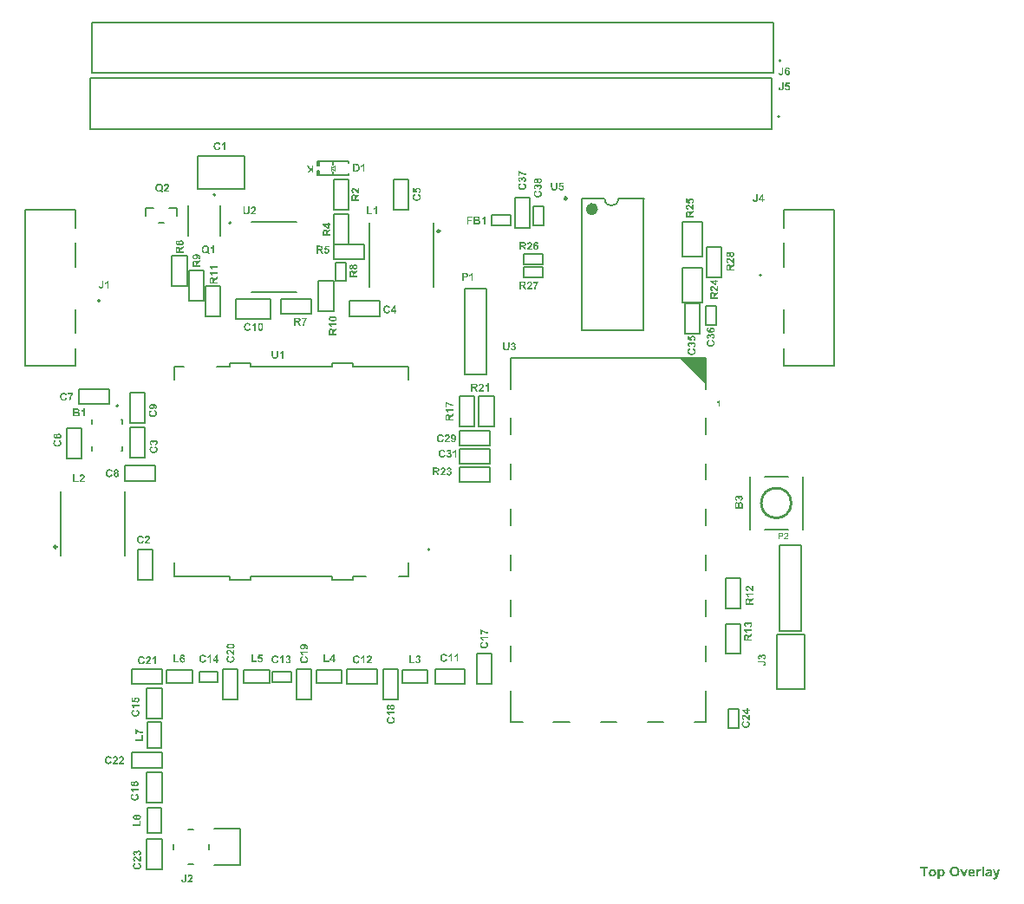
<source format=gto>
G04*
G04 #@! TF.GenerationSoftware,Altium Limited,Altium Designer,25.5.2 (35)*
G04*
G04 Layer_Color=65535*
%FSLAX45Y45*%
%MOMM*%
G71*
G04*
G04 #@! TF.SameCoordinates,4A1FDDFA-50DE-4FE3-89EC-5C8A89288C0E*
G04*
G04*
G04 #@! TF.FilePolarity,Positive*
G04*
G01*
G75*
%ADD10C,0.20000*%
%ADD11C,0.25000*%
%ADD12C,0.25400*%
%ADD13C,0.60000*%
%ADD14C,0.15000*%
%ADD15C,0.12700*%
%ADD16C,0.10000*%
G36*
X7021900Y5657800D02*
X6771900D01*
X6771105D01*
X6769634Y5657191D01*
X6768509Y5656066D01*
X6767900Y5654596D01*
Y5653800D01*
D01*
X7021900Y5399800D01*
Y5657800D01*
D02*
G37*
G36*
X9702820Y663073D02*
X9703454Y662968D01*
X9705039Y662756D01*
X9706940Y662334D01*
X9709054Y661700D01*
X9711273Y660749D01*
X9713492Y659586D01*
X9707680Y643314D01*
X9707469Y643420D01*
X9706835Y643843D01*
X9705989Y644265D01*
X9704827Y644899D01*
X9703454Y645427D01*
X9701974Y645956D01*
X9700495Y646273D01*
X9698910Y646378D01*
X9698276D01*
X9697536Y646273D01*
X9696585Y646061D01*
X9695529Y645850D01*
X9694472Y645427D01*
X9693310Y644899D01*
X9692253Y644159D01*
X9692147Y644054D01*
X9691831Y643737D01*
X9691302Y643209D01*
X9690668Y642363D01*
X9690034Y641307D01*
X9689295Y639933D01*
X9688555Y638348D01*
X9687921Y636340D01*
Y636235D01*
X9687815Y636023D01*
Y635706D01*
X9687710Y635178D01*
X9687604Y634544D01*
X9687498Y633593D01*
X9687287Y632536D01*
X9687181Y631268D01*
X9687076Y629789D01*
X9686864Y628099D01*
X9686759Y626197D01*
X9686653Y623978D01*
X9686547Y621547D01*
Y618906D01*
X9686442Y615947D01*
Y612672D01*
Y590905D01*
X9667739D01*
Y661594D01*
X9685068D01*
Y651450D01*
X9685174Y651556D01*
X9685279Y651767D01*
X9685491Y652084D01*
X9685808Y652613D01*
X9686653Y653881D01*
X9687710Y655360D01*
X9688978Y656945D01*
X9690246Y658424D01*
X9691619Y659798D01*
X9692359Y660432D01*
X9692993Y660854D01*
X9693204Y660960D01*
X9693627Y661171D01*
X9694366Y661594D01*
X9695317Y662017D01*
X9696585Y662439D01*
X9697959Y662862D01*
X9699438Y663073D01*
X9701129Y663179D01*
X9702186D01*
X9702820Y663073D01*
D02*
G37*
G36*
X9330037D02*
X9330988D01*
X9332045Y662862D01*
X9333207Y662651D01*
X9334581Y662334D01*
X9336165Y662017D01*
X9337750Y661488D01*
X9339441Y660854D01*
X9341132Y660009D01*
X9342928Y659058D01*
X9344724Y658001D01*
X9346415Y656628D01*
X9348106Y655149D01*
X9349796Y653458D01*
X9349902Y653352D01*
X9350219Y653035D01*
X9350641Y652507D01*
X9351170Y651662D01*
X9351804Y650711D01*
X9352543Y649548D01*
X9353283Y648069D01*
X9354128Y646484D01*
X9354974Y644688D01*
X9355713Y642680D01*
X9356453Y640461D01*
X9357087Y638031D01*
X9357615Y635495D01*
X9358144Y632748D01*
X9358355Y629789D01*
X9358461Y626619D01*
Y626408D01*
Y625880D01*
X9358355Y624929D01*
Y623661D01*
X9358249Y622181D01*
X9358038Y620491D01*
X9357721Y618589D01*
X9357404Y616476D01*
X9356876Y614362D01*
X9356347Y612038D01*
X9355608Y609819D01*
X9354762Y607494D01*
X9353811Y605275D01*
X9352649Y603056D01*
X9351275Y600943D01*
X9349796Y599041D01*
X9349690Y598935D01*
X9349373Y598618D01*
X9348951Y598196D01*
X9348211Y597562D01*
X9347366Y596822D01*
X9346415Y595977D01*
X9345253Y595131D01*
X9343879Y594180D01*
X9342505Y593229D01*
X9340815Y592384D01*
X9339124Y591539D01*
X9337222Y590799D01*
X9335320Y590271D01*
X9333207Y589743D01*
X9331094Y589426D01*
X9328769Y589320D01*
X9327818D01*
X9326656Y589426D01*
X9325176Y589637D01*
X9323591Y589848D01*
X9321795Y590271D01*
X9319893Y590905D01*
X9318097Y591644D01*
X9317886Y591750D01*
X9317252Y592067D01*
X9316301Y592701D01*
X9315033Y593546D01*
X9313553Y594603D01*
X9311863Y595977D01*
X9310066Y597667D01*
X9308165Y599569D01*
Y564066D01*
X9289462D01*
Y661594D01*
X9306897D01*
Y651239D01*
X9307108Y651345D01*
X9307531Y651979D01*
X9308270Y653035D01*
X9309327Y654198D01*
X9310595Y655571D01*
X9312180Y657051D01*
X9313976Y658530D01*
X9315984Y659798D01*
X9316089D01*
X9316301Y659903D01*
X9316618Y660115D01*
X9317040Y660326D01*
X9317569Y660537D01*
X9318203Y660854D01*
X9319788Y661488D01*
X9321690Y662122D01*
X9323908Y662651D01*
X9326339Y663073D01*
X9328875Y663179D01*
X9329403D01*
X9330037Y663073D01*
D02*
G37*
G36*
X9553094Y590905D02*
X9536293D01*
X9507869Y661594D01*
X9527523D01*
X9540837Y625457D01*
X9544641Y613411D01*
Y613517D01*
X9544746Y613623D01*
X9544852Y614151D01*
X9545169Y614996D01*
X9545486Y615947D01*
X9545803Y616898D01*
X9546120Y617955D01*
X9546331Y618800D01*
X9546543Y619434D01*
Y619540D01*
X9546754Y619962D01*
X9546859Y620596D01*
X9547176Y621336D01*
X9547493Y622287D01*
X9547810Y623238D01*
X9548550Y625457D01*
X9561969Y661594D01*
X9581200D01*
X9553094Y590905D01*
D02*
G37*
G36*
X9873995Y593547D02*
X9869452Y581290D01*
Y581184D01*
X9869346Y580973D01*
X9869240Y580656D01*
X9869029Y580233D01*
X9868606Y579176D01*
X9867972Y577803D01*
X9867233Y576323D01*
X9866493Y574738D01*
X9865648Y573259D01*
X9864802Y571886D01*
X9864697Y571780D01*
X9864380Y571357D01*
X9863957Y570723D01*
X9863323Y569984D01*
X9862584Y569138D01*
X9861738Y568293D01*
X9860682Y567448D01*
X9859625Y566602D01*
X9859519Y566497D01*
X9859097Y566285D01*
X9858463Y565863D01*
X9857723Y565440D01*
X9856666Y564912D01*
X9855398Y564383D01*
X9854025Y563855D01*
X9852545Y563432D01*
X9852334D01*
X9851806Y563221D01*
X9850960Y563115D01*
X9849798Y562904D01*
X9848425Y562693D01*
X9846840Y562481D01*
X9845043Y562376D01*
X9843036Y562270D01*
X9842085D01*
X9841028Y562376D01*
X9839760D01*
X9838069Y562587D01*
X9836379Y562798D01*
X9834477Y563010D01*
X9832575Y563432D01*
X9830884Y578119D01*
X9831096D01*
X9831624Y578014D01*
X9832469Y577803D01*
X9833526Y577697D01*
X9834688Y577486D01*
X9836062Y577274D01*
X9838703Y577169D01*
X9839337D01*
X9839760Y577274D01*
X9840922Y577380D01*
X9842402Y577697D01*
X9843881Y578120D01*
X9845572Y578859D01*
X9847051Y579810D01*
X9848319Y581078D01*
X9848425Y581290D01*
X9848847Y581818D01*
X9849376Y582558D01*
X9850115Y583720D01*
X9850855Y585094D01*
X9851700Y586784D01*
X9852440Y588580D01*
X9853074Y590694D01*
X9826341Y661594D01*
X9846206Y661594D01*
X9863006Y611298D01*
X9879595Y661594D01*
X9898932D01*
X9873995Y593547D01*
D02*
G37*
G36*
X9790098Y663073D02*
X9791366D01*
X9792634Y662968D01*
X9794113Y662756D01*
X9797178Y662439D01*
X9800242Y661911D01*
X9803200Y661171D01*
X9804468Y660643D01*
X9805736Y660115D01*
X9805842D01*
X9806053Y660009D01*
X9806370Y659798D01*
X9806687Y659586D01*
X9807850Y658952D01*
X9809118Y658107D01*
X9810597Y656945D01*
X9811970Y655677D01*
X9813344Y654198D01*
X9814401Y652613D01*
X9814506Y652401D01*
X9814612Y652084D01*
X9814823Y651767D01*
X9815035Y651239D01*
X9815246Y650499D01*
X9815457Y649760D01*
X9815669Y648809D01*
X9815880Y647752D01*
X9816091Y646590D01*
X9816303Y645216D01*
X9816514Y643631D01*
X9816725Y641941D01*
X9816831Y640144D01*
X9816937Y638137D01*
Y635918D01*
X9816620Y614045D01*
Y613940D01*
Y613623D01*
Y613200D01*
Y612566D01*
Y611721D01*
Y610875D01*
X9816725Y608868D01*
X9816831Y606649D01*
X9816937Y604324D01*
X9817148Y602211D01*
X9817359Y601154D01*
X9817465Y600309D01*
Y600098D01*
X9817676Y599569D01*
X9817888Y598618D01*
X9818205Y597456D01*
X9818627Y596082D01*
X9819261Y594497D01*
X9820001Y592701D01*
X9820846Y590905D01*
X9802355D01*
Y591011D01*
X9802249Y591222D01*
X9802038Y591644D01*
X9801827Y592278D01*
X9801615Y593018D01*
X9801193Y593969D01*
X9800876Y595131D01*
X9800453Y596399D01*
Y596505D01*
X9800347Y596716D01*
X9800242Y597350D01*
X9800030Y598090D01*
X9799925Y598407D01*
X9799819Y598618D01*
X9799608Y598407D01*
X9798974Y597879D01*
X9798023Y597033D01*
X9796755Y595977D01*
X9795276Y594920D01*
X9793479Y593758D01*
X9791577Y592595D01*
X9789570Y591644D01*
X9789464D01*
X9789358Y591539D01*
X9789041Y591433D01*
X9788619Y591327D01*
X9787562Y590905D01*
X9786083Y590482D01*
X9784392Y590060D01*
X9782385Y589637D01*
X9780271Y589426D01*
X9777947Y589320D01*
X9776890D01*
X9776150Y589426D01*
X9775199Y589531D01*
X9774143Y589637D01*
X9772980Y589848D01*
X9771712Y590060D01*
X9768965Y590694D01*
X9766112Y591750D01*
X9764633Y592490D01*
X9763259Y593229D01*
X9761991Y594075D01*
X9760723Y595131D01*
X9760618Y595237D01*
X9760406Y595448D01*
X9760195Y595765D01*
X9759772Y596188D01*
X9759244Y596822D01*
X9758716Y597456D01*
X9758187Y598301D01*
X9757659Y599252D01*
X9757025Y600309D01*
X9756497Y601366D01*
X9755440Y604007D01*
X9755018Y605381D01*
X9754806Y606860D01*
X9754595Y608445D01*
X9754489Y610136D01*
Y610241D01*
Y610453D01*
Y610770D01*
Y611192D01*
X9754595Y612249D01*
X9754806Y613728D01*
X9755229Y615419D01*
X9755652Y617215D01*
X9756391Y619011D01*
X9757342Y620808D01*
Y620913D01*
X9757448Y621019D01*
X9757871Y621547D01*
X9758504Y622393D01*
X9759455Y623449D01*
X9760512Y624612D01*
X9761886Y625774D01*
X9763471Y626936D01*
X9765267Y627887D01*
X9765373D01*
X9765478Y627993D01*
X9765795Y628099D01*
X9766218Y628310D01*
X9766746Y628521D01*
X9767380Y628838D01*
X9768226Y629050D01*
X9769071Y629367D01*
X9770022Y629684D01*
X9771184Y630106D01*
X9772452Y630423D01*
X9773720Y630846D01*
X9775199Y631163D01*
X9776784Y631585D01*
X9778369Y632008D01*
X9780166Y632325D01*
X9780271D01*
X9780694Y632431D01*
X9781434Y632536D01*
X9782279Y632748D01*
X9783336Y632959D01*
X9784603Y633170D01*
X9785977Y633487D01*
X9787456Y633804D01*
X9790415Y634544D01*
X9793479Y635284D01*
X9794853Y635706D01*
X9796227Y636129D01*
X9797389Y636552D01*
X9798445Y636974D01*
Y638771D01*
Y638876D01*
Y638982D01*
Y639722D01*
X9798340Y640673D01*
X9798128Y641835D01*
X9797811Y643103D01*
X9797283Y644371D01*
X9796649Y645639D01*
X9795698Y646590D01*
X9795593Y646695D01*
X9795170Y646907D01*
X9794430Y647329D01*
X9793479Y647752D01*
X9792106Y648175D01*
X9790309Y648597D01*
X9789253Y648703D01*
X9788196Y648809D01*
X9786928Y648914D01*
X9784709D01*
X9783758Y648809D01*
X9782702Y648703D01*
X9781434Y648386D01*
X9780060Y648069D01*
X9778792Y647541D01*
X9777630Y646907D01*
X9777524Y646801D01*
X9777207Y646484D01*
X9776679Y646061D01*
X9776045Y645322D01*
X9775305Y644371D01*
X9774565Y643103D01*
X9773826Y641624D01*
X9773192Y639933D01*
X9756391Y642997D01*
Y643103D01*
X9756497Y643420D01*
X9756708Y643948D01*
X9756920Y644688D01*
X9757237Y645533D01*
X9757659Y646484D01*
X9758716Y648703D01*
X9760089Y651239D01*
X9761780Y653775D01*
X9763788Y656100D01*
X9764950Y657262D01*
X9766218Y658213D01*
X9766324Y658318D01*
X9766535Y658424D01*
X9766958Y658635D01*
X9767486Y658952D01*
X9768226Y659375D01*
X9769177Y659798D01*
X9770233Y660220D01*
X9771395Y660749D01*
X9772875Y661171D01*
X9774354Y661594D01*
X9776045Y662017D01*
X9777947Y662439D01*
X9779954Y662756D01*
X9782173Y662968D01*
X9784498Y663179D01*
X9789147D01*
X9790098Y663073D01*
D02*
G37*
G36*
X9740330Y590905D02*
X9721628D01*
Y688433D01*
X9740330D01*
Y590905D01*
D02*
G37*
G36*
X9194364Y671949D02*
X9165624D01*
Y590905D01*
X9145970D01*
Y671949D01*
X9117018D01*
Y688433D01*
X9194364D01*
Y671949D01*
D02*
G37*
G36*
X9621141Y663073D02*
X9622304Y662968D01*
X9623572Y662862D01*
X9625157Y662651D01*
X9626847Y662334D01*
X9628643Y661911D01*
X9630651Y661277D01*
X9632659Y660643D01*
X9634666Y659798D01*
X9636780Y658741D01*
X9638787Y657579D01*
X9640795Y656205D01*
X9642697Y654515D01*
X9644493Y652718D01*
X9644599Y652613D01*
X9644916Y652190D01*
X9645338Y651662D01*
X9645867Y650816D01*
X9646606Y649654D01*
X9647346Y648280D01*
X9648191Y646695D01*
X9649037Y644899D01*
X9649882Y642786D01*
X9650622Y640356D01*
X9651361Y637820D01*
X9651995Y634967D01*
X9652523Y631797D01*
X9652946Y628416D01*
X9653263Y624823D01*
Y620913D01*
X9606454D01*
Y620808D01*
Y620596D01*
Y620068D01*
X9606560Y619540D01*
X9606665Y618800D01*
X9606771Y617955D01*
X9607088Y616159D01*
X9607616Y614045D01*
X9608356Y611826D01*
X9609413Y609713D01*
X9610892Y607811D01*
X9610998D01*
X9611103Y607600D01*
X9611632Y607071D01*
X9612583Y606332D01*
X9613850Y605592D01*
X9615435Y604747D01*
X9617337Y604007D01*
X9619451Y603479D01*
X9620613Y603373D01*
X9621775Y603268D01*
X9622515D01*
X9623255Y603373D01*
X9624311Y603585D01*
X9625474Y603796D01*
X9626636Y604219D01*
X9627904Y604852D01*
X9629066Y605592D01*
X9629172Y605698D01*
X9629594Y606015D01*
X9630123Y606649D01*
X9630757Y607494D01*
X9631602Y608551D01*
X9632342Y609924D01*
X9633081Y611509D01*
X9633715Y613411D01*
X9652312Y610241D01*
Y610136D01*
X9652101Y609819D01*
X9651890Y609290D01*
X9651678Y608551D01*
X9651256Y607705D01*
X9650727Y606754D01*
X9650199Y605592D01*
X9649565Y604430D01*
X9647980Y601894D01*
X9645972Y599358D01*
X9643648Y596822D01*
X9642274Y595660D01*
X9640900Y594603D01*
X9640795Y594497D01*
X9640583Y594392D01*
X9640161Y594075D01*
X9639527Y593758D01*
X9638787Y593335D01*
X9637836Y592912D01*
X9636780Y592490D01*
X9635617Y591961D01*
X9634244Y591433D01*
X9632764Y591011D01*
X9631179Y590588D01*
X9629489Y590165D01*
X9627692Y589848D01*
X9625685Y589531D01*
X9623677Y589426D01*
X9621564Y589320D01*
X9620719D01*
X9619768Y589426D01*
X9618500Y589531D01*
X9617020Y589637D01*
X9615224Y589954D01*
X9613322Y590271D01*
X9611209Y590799D01*
X9608990Y591433D01*
X9606771Y592278D01*
X9604552Y593229D01*
X9602227Y594392D01*
X9600114Y595765D01*
X9598001Y597350D01*
X9596099Y599147D01*
X9594303Y601260D01*
X9594197Y601366D01*
X9593986Y601683D01*
X9593669Y602211D01*
X9593246Y603056D01*
X9592718Y604007D01*
X9592084Y605064D01*
X9591450Y606437D01*
X9590816Y607917D01*
X9590182Y609607D01*
X9589548Y611509D01*
X9588914Y613517D01*
X9588385Y615630D01*
X9587963Y617955D01*
X9587646Y620385D01*
X9587434Y623027D01*
X9587329Y625668D01*
Y625880D01*
Y626408D01*
X9587434Y627359D01*
Y628521D01*
X9587646Y630001D01*
X9587857Y631797D01*
X9588068Y633593D01*
X9588491Y635706D01*
X9588914Y637820D01*
X9589548Y640039D01*
X9590287Y642363D01*
X9591133Y644688D01*
X9592189Y646907D01*
X9593457Y649126D01*
X9594831Y651239D01*
X9596416Y653141D01*
X9596522Y653247D01*
X9596839Y653564D01*
X9597367Y654092D01*
X9598107Y654726D01*
X9598952Y655466D01*
X9600114Y656311D01*
X9601382Y657262D01*
X9602756Y658213D01*
X9604341Y659058D01*
X9606137Y660009D01*
X9608039Y660854D01*
X9610152Y661594D01*
X9612266Y662228D01*
X9614590Y662756D01*
X9617126Y663073D01*
X9619662Y663179D01*
X9620402D01*
X9621141Y663073D01*
D02*
G37*
G36*
X9240434D02*
X9241491Y662968D01*
X9242864Y662862D01*
X9244449Y662651D01*
X9246245Y662334D01*
X9248147Y661911D01*
X9250155Y661277D01*
X9252268Y660643D01*
X9254487Y659798D01*
X9256600Y658741D01*
X9258819Y657579D01*
X9261038Y656205D01*
X9263046Y654515D01*
X9265054Y652718D01*
X9265159Y652613D01*
X9265476Y652190D01*
X9266005Y651662D01*
X9266639Y650816D01*
X9267484Y649760D01*
X9268329Y648597D01*
X9269175Y647118D01*
X9270231Y645533D01*
X9271182Y643737D01*
X9272027Y641729D01*
X9272978Y639510D01*
X9273718Y637186D01*
X9274352Y634755D01*
X9274880Y632114D01*
X9275197Y629367D01*
X9275303Y626408D01*
Y626197D01*
Y625668D01*
X9275197Y624823D01*
Y623766D01*
X9274986Y622393D01*
X9274775Y620808D01*
X9274458Y619011D01*
X9274035Y617110D01*
X9273507Y614996D01*
X9272767Y612883D01*
X9271922Y610664D01*
X9270971Y608445D01*
X9269703Y606120D01*
X9268329Y604007D01*
X9266744Y601788D01*
X9264948Y599781D01*
X9264842Y599675D01*
X9264525Y599358D01*
X9263891Y598830D01*
X9263046Y598196D01*
X9262095Y597350D01*
X9260827Y596505D01*
X9259453Y595554D01*
X9257868Y594603D01*
X9256072Y593546D01*
X9254065Y592595D01*
X9251951Y591750D01*
X9249627Y591011D01*
X9247196Y590271D01*
X9244555Y589743D01*
X9241808Y589426D01*
X9238955Y589320D01*
X9238004D01*
X9237264Y589426D01*
X9236419D01*
X9235468Y589531D01*
X9234305Y589637D01*
X9233037Y589848D01*
X9230184Y590377D01*
X9227015Y591116D01*
X9223739Y592173D01*
X9220463Y593652D01*
X9220358Y593758D01*
X9220041Y593863D01*
X9219618Y594075D01*
X9218984Y594497D01*
X9218244Y594920D01*
X9217505Y595554D01*
X9215497Y596928D01*
X9213384Y598724D01*
X9211165Y600943D01*
X9209052Y603585D01*
X9207150Y606543D01*
Y606649D01*
X9206938Y606966D01*
X9206727Y607388D01*
X9206410Y608022D01*
X9206093Y608868D01*
X9205670Y609819D01*
X9205353Y610981D01*
X9204931Y612249D01*
X9204508Y613728D01*
X9204085Y615313D01*
X9203663Y617004D01*
X9203346Y618800D01*
X9203029Y620702D01*
X9202818Y622815D01*
X9202712Y624929D01*
X9202606Y627148D01*
Y627253D01*
Y627570D01*
Y628099D01*
X9202712Y628733D01*
Y629578D01*
X9202818Y630635D01*
X9203029Y631691D01*
X9203135Y632959D01*
X9203768Y635706D01*
X9204508Y638771D01*
X9205670Y641941D01*
X9206304Y643631D01*
X9207150Y645216D01*
X9207255Y645322D01*
X9207361Y645639D01*
X9207678Y646061D01*
X9207995Y646695D01*
X9208418Y647435D01*
X9209052Y648280D01*
X9210425Y650182D01*
X9212327Y652296D01*
X9214546Y654515D01*
X9217082Y656628D01*
X9220041Y658530D01*
X9220146Y658635D01*
X9220463Y658741D01*
X9220886Y658952D01*
X9221520Y659269D01*
X9222365Y659586D01*
X9223316Y660009D01*
X9224373Y660432D01*
X9225535Y660854D01*
X9226909Y661277D01*
X9228388Y661700D01*
X9231558Y662439D01*
X9235045Y662968D01*
X9236947Y663179D01*
X9239589D01*
X9240434Y663073D01*
D02*
G37*
G36*
X9456411Y689912D02*
X9457890Y689806D01*
X9459687Y689595D01*
X9461800Y689278D01*
X9464125Y688855D01*
X9466661Y688327D01*
X9469408Y687587D01*
X9472155Y686742D01*
X9475008Y685685D01*
X9477967Y684312D01*
X9480819Y682833D01*
X9483567Y681036D01*
X9486208Y678923D01*
X9488744Y676598D01*
X9488850Y676493D01*
X9489273Y675964D01*
X9489907Y675225D01*
X9490752Y674168D01*
X9491809Y672794D01*
X9492865Y671104D01*
X9494027Y669202D01*
X9495295Y666877D01*
X9496458Y664447D01*
X9497620Y661594D01*
X9498782Y658530D01*
X9499733Y655254D01*
X9500579Y651662D01*
X9501213Y647858D01*
X9501635Y643737D01*
X9501741Y639405D01*
Y639299D01*
Y639088D01*
Y638771D01*
Y638348D01*
Y637820D01*
X9501635Y637186D01*
X9501530Y635495D01*
X9501318Y633487D01*
X9501107Y631268D01*
X9500684Y628627D01*
X9500156Y625880D01*
X9499416Y623027D01*
X9498571Y619962D01*
X9497514Y616898D01*
X9496352Y613834D01*
X9494873Y610770D01*
X9493077Y607811D01*
X9491175Y605064D01*
X9488850Y602422D01*
X9488744Y602317D01*
X9488216Y601894D01*
X9487582Y601154D01*
X9486525Y600309D01*
X9485257Y599358D01*
X9483672Y598196D01*
X9481876Y597033D01*
X9479763Y595765D01*
X9477438Y594497D01*
X9474902Y593335D01*
X9472049Y592173D01*
X9468985Y591222D01*
X9465710Y590377D01*
X9462223Y589637D01*
X9458419Y589214D01*
X9454509Y589109D01*
X9453558D01*
X9452396Y589214D01*
X9450917Y589320D01*
X9449120Y589531D01*
X9446901Y589848D01*
X9444577Y590165D01*
X9442041Y590799D01*
X9439294Y591433D01*
X9436546Y592384D01*
X9433588Y593441D01*
X9430735Y594709D01*
X9427882Y596188D01*
X9425135Y597984D01*
X9422493Y599992D01*
X9419957Y602317D01*
X9419851Y602528D01*
X9419429Y602951D01*
X9418795Y603690D01*
X9417949Y604747D01*
X9416998Y606120D01*
X9415942Y607811D01*
X9414779Y609713D01*
X9413617Y611932D01*
X9412349Y614362D01*
X9411187Y617110D01*
X9410130Y620068D01*
X9409179Y623344D01*
X9408334Y626831D01*
X9407700Y630635D01*
X9407277Y634650D01*
X9407172Y638876D01*
Y639088D01*
Y639510D01*
Y640356D01*
X9407277Y641412D01*
Y642680D01*
X9407383Y644159D01*
X9407594Y645744D01*
X9407700Y647646D01*
X9408017Y649548D01*
X9408228Y651556D01*
X9409074Y655783D01*
X9410130Y659903D01*
X9410870Y662017D01*
X9411610Y663919D01*
Y664024D01*
X9411715Y664236D01*
X9411927Y664658D01*
X9412244Y665187D01*
X9412561Y665821D01*
X9412983Y666560D01*
X9413934Y668462D01*
X9415202Y670470D01*
X9416787Y672794D01*
X9418583Y675013D01*
X9420591Y677338D01*
X9420697Y677444D01*
X9420908Y677549D01*
X9421225Y677866D01*
X9421648Y678289D01*
X9422176Y678817D01*
X9422810Y679346D01*
X9424395Y680614D01*
X9426191Y682093D01*
X9428410Y683572D01*
X9430735Y684946D01*
X9433271Y686108D01*
X9433376D01*
X9433693Y686319D01*
X9434222Y686425D01*
X9434856Y686742D01*
X9435701Y687059D01*
X9436758Y687376D01*
X9437920Y687693D01*
X9439294Y688116D01*
X9440773Y688433D01*
X9442358Y688750D01*
X9444154Y689067D01*
X9445950Y689384D01*
X9449966Y689806D01*
X9454298Y690018D01*
X9455249D01*
X9456411Y689912D01*
D02*
G37*
G36*
X3190042Y7467818D02*
X3177144D01*
Y7496248D01*
X3151002Y7467818D01*
X3133597D01*
X3157798Y7492712D01*
X3132349Y7531821D01*
X3149061D01*
X3166743Y7501796D01*
X3177144Y7512544D01*
Y7531821D01*
X3190042D01*
Y7467818D01*
D02*
G37*
G36*
X7159984Y5177799D02*
X7147710D01*
Y5223912D01*
X7147641Y5223842D01*
X7147433Y5223634D01*
X7147017Y5223287D01*
X7146531Y5222871D01*
X7145907Y5222386D01*
X7145075Y5221762D01*
X7144243Y5221069D01*
X7143203Y5220375D01*
X7142093Y5219612D01*
X7140915Y5218850D01*
X7139597Y5218087D01*
X7138210Y5217324D01*
X7136754Y5216561D01*
X7135159Y5215868D01*
X7133564Y5215244D01*
X7131900Y5214620D01*
Y5225784D01*
X7131969D01*
X7132108Y5225853D01*
X7132386Y5225922D01*
X7132732Y5226061D01*
X7133218Y5226269D01*
X7133703Y5226477D01*
X7134327Y5226755D01*
X7135021Y5227101D01*
X7136546Y5227864D01*
X7138280Y5228904D01*
X7140221Y5230152D01*
X7142301Y5231678D01*
X7142371Y5231747D01*
X7142579Y5231886D01*
X7142856Y5232094D01*
X7143203Y5232441D01*
X7143688Y5232857D01*
X7144174Y5233411D01*
X7144728Y5233966D01*
X7145352Y5234660D01*
X7146670Y5236185D01*
X7147918Y5237919D01*
X7149097Y5239860D01*
X7149582Y5240900D01*
X7149998Y5242010D01*
X7159984D01*
Y5177799D01*
D02*
G37*
G36*
X7812549Y3948742D02*
X7813312Y3948672D01*
X7814213Y3948534D01*
X7815253Y3948395D01*
X7816293Y3948187D01*
X7817472Y3947910D01*
X7818651Y3947563D01*
X7819899Y3947147D01*
X7821078Y3946661D01*
X7822326Y3946037D01*
X7823505Y3945344D01*
X7824615Y3944581D01*
X7825655Y3943680D01*
X7825724Y3943610D01*
X7825863Y3943472D01*
X7826140Y3943125D01*
X7826487Y3942778D01*
X7826903Y3942293D01*
X7827388Y3941669D01*
X7827874Y3940975D01*
X7828359Y3940143D01*
X7828844Y3939311D01*
X7829330Y3938340D01*
X7829815Y3937300D01*
X7830231Y3936191D01*
X7830578Y3934943D01*
X7830855Y3933694D01*
X7830994Y3932377D01*
X7831063Y3930990D01*
Y3930921D01*
Y3930851D01*
Y3930643D01*
Y3930366D01*
X7830994Y3929603D01*
X7830855Y3928632D01*
X7830647Y3927454D01*
X7830370Y3926206D01*
X7830023Y3924819D01*
X7829468Y3923432D01*
Y3923362D01*
X7829399Y3923293D01*
X7829330Y3923085D01*
X7829191Y3922808D01*
X7828775Y3922045D01*
X7828220Y3921074D01*
X7827458Y3919895D01*
X7826556Y3918578D01*
X7825516Y3917191D01*
X7824198Y3915666D01*
X7824129Y3915596D01*
X7824060Y3915457D01*
X7823782Y3915249D01*
X7823505Y3914903D01*
X7823089Y3914487D01*
X7822604Y3914001D01*
X7822049Y3913377D01*
X7821355Y3912753D01*
X7820523Y3911990D01*
X7819622Y3911158D01*
X7818651Y3910188D01*
X7817542Y3909217D01*
X7816363Y3908107D01*
X7815045Y3906998D01*
X7813589Y3905750D01*
X7812064Y3904432D01*
X7811994Y3904363D01*
X7811786Y3904155D01*
X7811370Y3903877D01*
X7810954Y3903461D01*
X7810330Y3902976D01*
X7809706Y3902421D01*
X7808250Y3901173D01*
X7806724Y3899856D01*
X7805268Y3898469D01*
X7804575Y3897845D01*
X7803951Y3897290D01*
X7803396Y3896735D01*
X7802980Y3896319D01*
X7802910Y3896250D01*
X7802633Y3895972D01*
X7802286Y3895556D01*
X7801801Y3895002D01*
X7801246Y3894378D01*
X7800692Y3893684D01*
X7799582Y3892159D01*
X7831133D01*
Y3884600D01*
X7788765D01*
Y3884739D01*
Y3885086D01*
Y3885640D01*
X7788834Y3886334D01*
X7788903Y3887166D01*
X7789111Y3888067D01*
X7789319Y3889038D01*
X7789666Y3890009D01*
Y3890078D01*
X7789735Y3890217D01*
X7789805Y3890425D01*
X7789944Y3890772D01*
X7790152Y3891118D01*
X7790360Y3891604D01*
X7790914Y3892713D01*
X7791608Y3894031D01*
X7792509Y3895487D01*
X7793549Y3897013D01*
X7794797Y3898538D01*
X7794867Y3898607D01*
X7794936Y3898746D01*
X7795144Y3898954D01*
X7795491Y3899301D01*
X7795838Y3899648D01*
X7796323Y3900133D01*
X7796808Y3900688D01*
X7797432Y3901312D01*
X7798126Y3902005D01*
X7798889Y3902699D01*
X7799721Y3903531D01*
X7800692Y3904363D01*
X7801662Y3905264D01*
X7802772Y3906166D01*
X7803881Y3907136D01*
X7805129Y3908177D01*
X7805268Y3908246D01*
X7805615Y3908593D01*
X7806100Y3909009D01*
X7806794Y3909633D01*
X7807626Y3910326D01*
X7808597Y3911158D01*
X7809706Y3912060D01*
X7810815Y3913100D01*
X7813173Y3915249D01*
X7815461Y3917538D01*
X7816571Y3918647D01*
X7817611Y3919757D01*
X7818512Y3920797D01*
X7819275Y3921768D01*
X7819345Y3921837D01*
X7819414Y3921976D01*
X7819622Y3922253D01*
X7819830Y3922600D01*
X7820177Y3923085D01*
X7820454Y3923571D01*
X7821147Y3924819D01*
X7821841Y3926275D01*
X7822465Y3927870D01*
X7822881Y3929534D01*
X7822950Y3930366D01*
X7823020Y3931198D01*
Y3931267D01*
Y3931406D01*
Y3931684D01*
X7822950Y3931961D01*
Y3932377D01*
X7822812Y3932862D01*
X7822604Y3933902D01*
X7822188Y3935151D01*
X7821563Y3936468D01*
X7821217Y3937162D01*
X7820731Y3937786D01*
X7820246Y3938410D01*
X7819622Y3939034D01*
X7819553Y3939103D01*
X7819483Y3939172D01*
X7819275Y3939311D01*
X7818998Y3939519D01*
X7818651Y3939797D01*
X7818235Y3940074D01*
X7817264Y3940698D01*
X7815947Y3941253D01*
X7814491Y3941807D01*
X7812757Y3942154D01*
X7811786Y3942293D01*
X7810261D01*
X7809845Y3942224D01*
X7809359D01*
X7808805Y3942085D01*
X7807556Y3941877D01*
X7806100Y3941461D01*
X7804575Y3940837D01*
X7803812Y3940421D01*
X7803049Y3940005D01*
X7802356Y3939450D01*
X7801662Y3938826D01*
X7801593Y3938756D01*
X7801524Y3938687D01*
X7801385Y3938479D01*
X7801108Y3938202D01*
X7800900Y3937855D01*
X7800622Y3937439D01*
X7800275Y3936954D01*
X7799998Y3936399D01*
X7799651Y3935775D01*
X7799374Y3935081D01*
X7798819Y3933417D01*
X7798403Y3931614D01*
X7798334Y3930574D01*
X7798265Y3929465D01*
X7790221Y3930297D01*
Y3930435D01*
X7790290Y3930713D01*
X7790360Y3931129D01*
X7790429Y3931753D01*
X7790568Y3932516D01*
X7790776Y3933417D01*
X7790984Y3934388D01*
X7791330Y3935428D01*
X7791677Y3936468D01*
X7792093Y3937647D01*
X7792648Y3938756D01*
X7793203Y3939866D01*
X7793896Y3941045D01*
X7794659Y3942085D01*
X7795491Y3943125D01*
X7796462Y3944026D01*
X7796531Y3944096D01*
X7796739Y3944234D01*
X7797016Y3944442D01*
X7797432Y3944789D01*
X7797987Y3945136D01*
X7798681Y3945552D01*
X7799443Y3945968D01*
X7800345Y3946453D01*
X7801316Y3946869D01*
X7802425Y3947285D01*
X7803604Y3947702D01*
X7804921Y3948048D01*
X7806308Y3948395D01*
X7807764Y3948603D01*
X7809359Y3948742D01*
X7811023Y3948811D01*
X7811925D01*
X7812549Y3948742D01*
D02*
G37*
G36*
X7761097Y3948534D02*
X7762692Y3948464D01*
X7764287Y3948326D01*
X7765813Y3948187D01*
X7766575Y3948118D01*
X7767199Y3947979D01*
X7767269D01*
X7767407Y3947910D01*
X7767685D01*
X7767962Y3947840D01*
X7768378Y3947702D01*
X7768864Y3947632D01*
X7769973Y3947285D01*
X7771221Y3946869D01*
X7772539Y3946315D01*
X7773856Y3945691D01*
X7775104Y3944928D01*
X7775174D01*
X7775243Y3944859D01*
X7775659Y3944512D01*
X7776214Y3944026D01*
X7776977Y3943333D01*
X7777739Y3942501D01*
X7778641Y3941391D01*
X7779473Y3940213D01*
X7780236Y3938756D01*
Y3938687D01*
X7780305Y3938548D01*
X7780444Y3938340D01*
X7780582Y3938063D01*
X7780721Y3937716D01*
X7780860Y3937231D01*
X7781276Y3936191D01*
X7781622Y3934873D01*
X7781969Y3933417D01*
X7782177Y3931753D01*
X7782247Y3930019D01*
Y3929950D01*
Y3929673D01*
Y3929257D01*
X7782177Y3928632D01*
X7782108Y3927939D01*
X7781969Y3927176D01*
X7781831Y3926275D01*
X7781622Y3925235D01*
X7781345Y3924195D01*
X7780998Y3923085D01*
X7780582Y3921976D01*
X7780028Y3920797D01*
X7779473Y3919618D01*
X7778779Y3918439D01*
X7777947Y3917330D01*
X7777046Y3916220D01*
X7776977Y3916151D01*
X7776769Y3916012D01*
X7776491Y3915735D01*
X7776006Y3915319D01*
X7775451Y3914903D01*
X7774688Y3914417D01*
X7773787Y3913932D01*
X7772747Y3913447D01*
X7771499Y3912892D01*
X7770181Y3912406D01*
X7768586Y3911921D01*
X7766922Y3911505D01*
X7764980Y3911158D01*
X7762900Y3910881D01*
X7760681Y3910673D01*
X7758185Y3910604D01*
X7741820D01*
Y3884600D01*
X7733360D01*
Y3948603D01*
X7759710D01*
X7761097Y3948534D01*
D02*
G37*
G36*
X5574635Y7328888D02*
Y7328721D01*
Y7328304D01*
Y7327555D01*
Y7326638D01*
Y7325472D01*
X5574551Y7324222D01*
Y7322806D01*
X5574468Y7321223D01*
X5574302Y7318057D01*
X5574052Y7314808D01*
X5573885Y7313225D01*
X5573718Y7311809D01*
X5573552Y7310476D01*
X5573302Y7309309D01*
Y7309226D01*
X5573218Y7309059D01*
X5573135Y7308726D01*
X5573052Y7308393D01*
X5572885Y7307893D01*
X5572719Y7307310D01*
X5572219Y7305977D01*
X5571636Y7304394D01*
X5570802Y7302811D01*
X5569803Y7301228D01*
X5568636Y7299645D01*
Y7299562D01*
X5568470Y7299478D01*
X5568053Y7298979D01*
X5567303Y7298312D01*
X5566304Y7297396D01*
X5564971Y7296396D01*
X5563471Y7295396D01*
X5561638Y7294313D01*
X5559639Y7293397D01*
X5559555D01*
X5559389Y7293313D01*
X5559055Y7293147D01*
X5558639Y7293063D01*
X5558056Y7292897D01*
X5557389Y7292647D01*
X5556556Y7292480D01*
X5555640Y7292230D01*
X5554640Y7291980D01*
X5553557Y7291814D01*
X5552307Y7291647D01*
X5551057Y7291397D01*
X5549641Y7291314D01*
X5548142Y7291147D01*
X5546559Y7291064D01*
X5543809D01*
X5543060Y7291147D01*
X5542143D01*
X5541143Y7291231D01*
X5539977Y7291314D01*
X5538727Y7291397D01*
X5535978Y7291647D01*
X5533229Y7292147D01*
X5530563Y7292730D01*
X5529313Y7293147D01*
X5528230Y7293563D01*
X5528147D01*
X5527980Y7293647D01*
X5527647Y7293813D01*
X5527314Y7294063D01*
X5526814Y7294313D01*
X5526231Y7294563D01*
X5524981Y7295396D01*
X5523565Y7296313D01*
X5522065Y7297396D01*
X5520565Y7298729D01*
X5519232Y7300145D01*
Y7300228D01*
X5519066Y7300312D01*
X5518899Y7300561D01*
X5518732Y7300895D01*
X5518149Y7301645D01*
X5517483Y7302728D01*
X5516733Y7304061D01*
X5515983Y7305477D01*
X5515400Y7307060D01*
X5514900Y7308726D01*
Y7308809D01*
X5514817Y7309059D01*
X5514733Y7309393D01*
X5514650Y7309976D01*
X5514567Y7310642D01*
X5514400Y7311475D01*
X5514317Y7312475D01*
X5514150Y7313641D01*
X5513984Y7314891D01*
X5513900Y7316391D01*
X5513734Y7317974D01*
X5513650Y7319723D01*
X5513567Y7321639D01*
X5513484Y7323639D01*
X5513400Y7325888D01*
Y7328221D01*
Y7369377D01*
X5528896D01*
Y7327638D01*
Y7327555D01*
Y7327221D01*
Y7326721D01*
Y7326055D01*
Y7325222D01*
Y7324305D01*
X5528980Y7323306D01*
Y7322306D01*
Y7320056D01*
X5529146Y7317974D01*
Y7316974D01*
X5529230Y7316141D01*
X5529313Y7315391D01*
X5529396Y7314725D01*
Y7314641D01*
X5529480Y7314558D01*
Y7314308D01*
X5529646Y7313975D01*
X5529896Y7313058D01*
X5530396Y7311975D01*
X5530979Y7310809D01*
X5531812Y7309559D01*
X5532895Y7308309D01*
X5534145Y7307143D01*
X5534228D01*
X5534312Y7307060D01*
X5534562Y7306893D01*
X5534812Y7306727D01*
X5535645Y7306227D01*
X5536811Y7305727D01*
X5538311Y7305227D01*
X5540060Y7304727D01*
X5542060Y7304394D01*
X5544393Y7304311D01*
X5545059D01*
X5545476Y7304394D01*
X5546059D01*
X5546642Y7304477D01*
X5548142Y7304644D01*
X5549724Y7304977D01*
X5551391Y7305477D01*
X5552974Y7306060D01*
X5554390Y7306976D01*
X5554557Y7307060D01*
X5554890Y7307476D01*
X5555473Y7308060D01*
X5556140Y7308809D01*
X5556806Y7309726D01*
X5557473Y7310892D01*
X5558056Y7312142D01*
X5558389Y7313558D01*
Y7313641D01*
Y7313725D01*
X5558472Y7313975D01*
Y7314308D01*
X5558556Y7314808D01*
X5558639Y7315308D01*
X5558722Y7315974D01*
X5558805Y7316724D01*
Y7317557D01*
X5558889Y7318557D01*
X5558972Y7319640D01*
X5559055Y7320806D01*
Y7322139D01*
X5559139Y7323556D01*
Y7325055D01*
Y7326721D01*
Y7369377D01*
X5574635D01*
Y7328888D01*
D02*
G37*
G36*
X5636286Y7354548D02*
X5608376D01*
X5606043Y7341468D01*
X5606127D01*
X5606293Y7341551D01*
X5606543Y7341718D01*
X5606877Y7341884D01*
X5607376Y7342051D01*
X5607876Y7342301D01*
X5609126Y7342717D01*
X5610709Y7343217D01*
X5612375Y7343550D01*
X5614208Y7343884D01*
X5616124Y7343967D01*
X5616541D01*
X5617041Y7343884D01*
X5617790D01*
X5618624Y7343717D01*
X5619623Y7343550D01*
X5620706Y7343384D01*
X5621873Y7343051D01*
X5623206Y7342717D01*
X5624539Y7342217D01*
X5625872Y7341634D01*
X5627288Y7340968D01*
X5628704Y7340135D01*
X5630121Y7339135D01*
X5631454Y7338052D01*
X5632787Y7336802D01*
X5632870Y7336719D01*
X5633120Y7336469D01*
X5633453Y7336052D01*
X5633870Y7335469D01*
X5634369Y7334803D01*
X5634953Y7333970D01*
X5635619Y7332970D01*
X5636286Y7331803D01*
X5636869Y7330554D01*
X5637535Y7329137D01*
X5638119Y7327555D01*
X5638618Y7325972D01*
X5639035Y7324139D01*
X5639368Y7322306D01*
X5639618Y7320306D01*
X5639701Y7318224D01*
Y7318140D01*
Y7317807D01*
Y7317307D01*
X5639618Y7316641D01*
X5639535Y7315808D01*
X5639368Y7314808D01*
X5639202Y7313725D01*
X5639035Y7312558D01*
X5638702Y7311225D01*
X5638368Y7309892D01*
X5637869Y7308476D01*
X5637369Y7307060D01*
X5636702Y7305560D01*
X5635952Y7304144D01*
X5635119Y7302644D01*
X5634120Y7301228D01*
X5634036Y7301145D01*
X5633786Y7300811D01*
X5633370Y7300312D01*
X5632703Y7299645D01*
X5631953Y7298895D01*
X5631037Y7297979D01*
X5629954Y7297062D01*
X5628704Y7296146D01*
X5627288Y7295230D01*
X5625705Y7294313D01*
X5624039Y7293397D01*
X5622206Y7292647D01*
X5620206Y7291980D01*
X5618040Y7291480D01*
X5615708Y7291147D01*
X5613292Y7291064D01*
X5612292D01*
X5611542Y7291147D01*
X5610626Y7291231D01*
X5609543Y7291397D01*
X5608376Y7291564D01*
X5607126Y7291814D01*
X5604377Y7292480D01*
X5602878Y7292897D01*
X5601461Y7293480D01*
X5599962Y7294146D01*
X5598545Y7294896D01*
X5597212Y7295729D01*
X5595879Y7296729D01*
X5595796Y7296812D01*
X5595629Y7296979D01*
X5595296Y7297312D01*
X5594796Y7297812D01*
X5594296Y7298395D01*
X5593713Y7299062D01*
X5593047Y7299895D01*
X5592380Y7300811D01*
X5591714Y7301894D01*
X5591047Y7303061D01*
X5590381Y7304311D01*
X5589714Y7305644D01*
X5589131Y7307143D01*
X5588631Y7308726D01*
X5588298Y7310392D01*
X5587965Y7312142D01*
X5602628Y7313725D01*
Y7313641D01*
Y7313475D01*
X5602711Y7313225D01*
X5602794Y7312892D01*
X5602961Y7311975D01*
X5603294Y7310892D01*
X5603794Y7309559D01*
X5604460Y7308309D01*
X5605294Y7306976D01*
X5606293Y7305810D01*
X5606460Y7305727D01*
X5606877Y7305394D01*
X5607460Y7304894D01*
X5608376Y7304394D01*
X5609376Y7303811D01*
X5610626Y7303394D01*
X5611959Y7303061D01*
X5613458Y7302894D01*
X5613875D01*
X5614208Y7302978D01*
X5615124Y7303061D01*
X5616207Y7303394D01*
X5617457Y7303811D01*
X5618707Y7304477D01*
X5620040Y7305394D01*
X5620706Y7305977D01*
X5621289Y7306643D01*
Y7306727D01*
X5621456Y7306810D01*
X5621623Y7307060D01*
X5621789Y7307310D01*
X5622039Y7307726D01*
X5622289Y7308226D01*
X5622622Y7308809D01*
X5622956Y7309476D01*
X5623206Y7310226D01*
X5623539Y7311059D01*
X5623789Y7311975D01*
X5624039Y7312975D01*
X5624205Y7314141D01*
X5624372Y7315308D01*
X5624539Y7316641D01*
Y7317974D01*
Y7318057D01*
Y7318307D01*
Y7318640D01*
X5624455Y7319140D01*
Y7319723D01*
X5624372Y7320390D01*
X5624122Y7321973D01*
X5623789Y7323722D01*
X5623206Y7325472D01*
X5622373Y7327138D01*
X5621289Y7328638D01*
Y7328721D01*
X5621123Y7328804D01*
X5620706Y7329221D01*
X5620040Y7329804D01*
X5619040Y7330470D01*
X5617874Y7331054D01*
X5616457Y7331637D01*
X5614874Y7332053D01*
X5613958Y7332220D01*
X5612458D01*
X5611959Y7332137D01*
X5611375Y7332053D01*
X5610792Y7331887D01*
X5609209Y7331554D01*
X5607460Y7330887D01*
X5606460Y7330387D01*
X5605544Y7329887D01*
X5604544Y7329221D01*
X5603544Y7328471D01*
X5602544Y7327638D01*
X5601628Y7326638D01*
X5589714Y7328304D01*
X5597296Y7368377D01*
X5636286D01*
Y7354548D01*
D02*
G37*
G36*
X5107275Y5766788D02*
Y5766621D01*
Y5766204D01*
Y5765455D01*
Y5764538D01*
Y5763372D01*
X5107191Y5762122D01*
Y5760706D01*
X5107108Y5759123D01*
X5106942Y5755957D01*
X5106692Y5752708D01*
X5106525Y5751125D01*
X5106358Y5749709D01*
X5106192Y5748376D01*
X5105942Y5747209D01*
Y5747126D01*
X5105858Y5746959D01*
X5105775Y5746626D01*
X5105692Y5746293D01*
X5105525Y5745793D01*
X5105359Y5745210D01*
X5104859Y5743877D01*
X5104276Y5742294D01*
X5103442Y5740711D01*
X5102443Y5739128D01*
X5101276Y5737545D01*
Y5737462D01*
X5101110Y5737378D01*
X5100693Y5736879D01*
X5099943Y5736212D01*
X5098944Y5735296D01*
X5097611Y5734296D01*
X5096111Y5733296D01*
X5094278Y5732213D01*
X5092279Y5731297D01*
X5092195D01*
X5092029Y5731213D01*
X5091695Y5731047D01*
X5091279Y5730963D01*
X5090696Y5730797D01*
X5090029Y5730547D01*
X5089196Y5730380D01*
X5088280Y5730130D01*
X5087280Y5729880D01*
X5086197Y5729714D01*
X5084947Y5729547D01*
X5083697Y5729297D01*
X5082281Y5729214D01*
X5080782Y5729047D01*
X5079199Y5728964D01*
X5076449D01*
X5075700Y5729047D01*
X5074783D01*
X5073783Y5729131D01*
X5072617Y5729214D01*
X5071367Y5729297D01*
X5068618Y5729547D01*
X5065869Y5730047D01*
X5063203Y5730630D01*
X5061953Y5731047D01*
X5060870Y5731463D01*
X5060787D01*
X5060620Y5731547D01*
X5060287Y5731713D01*
X5059954Y5731963D01*
X5059454Y5732213D01*
X5058871Y5732463D01*
X5057621Y5733296D01*
X5056205Y5734213D01*
X5054705Y5735296D01*
X5053205Y5736629D01*
X5051872Y5738045D01*
Y5738128D01*
X5051706Y5738212D01*
X5051539Y5738461D01*
X5051372Y5738795D01*
X5050789Y5739545D01*
X5050123Y5740628D01*
X5049373Y5741961D01*
X5048623Y5743377D01*
X5048040Y5744960D01*
X5047540Y5746626D01*
Y5746709D01*
X5047457Y5746959D01*
X5047373Y5747293D01*
X5047290Y5747876D01*
X5047207Y5748542D01*
X5047040Y5749375D01*
X5046957Y5750375D01*
X5046790Y5751541D01*
X5046624Y5752791D01*
X5046540Y5754291D01*
X5046374Y5755874D01*
X5046290Y5757623D01*
X5046207Y5759539D01*
X5046124Y5761539D01*
X5046040Y5763788D01*
Y5766121D01*
Y5807277D01*
X5061536D01*
Y5765538D01*
Y5765455D01*
Y5765121D01*
Y5764621D01*
Y5763955D01*
Y5763122D01*
Y5762205D01*
X5061620Y5761206D01*
Y5760206D01*
Y5757956D01*
X5061786Y5755874D01*
Y5754874D01*
X5061870Y5754041D01*
X5061953Y5753291D01*
X5062036Y5752625D01*
Y5752541D01*
X5062120Y5752458D01*
Y5752208D01*
X5062286Y5751875D01*
X5062536Y5750958D01*
X5063036Y5749875D01*
X5063619Y5748709D01*
X5064452Y5747459D01*
X5065535Y5746209D01*
X5066785Y5745043D01*
X5066868D01*
X5066952Y5744960D01*
X5067202Y5744793D01*
X5067452Y5744627D01*
X5068285Y5744127D01*
X5069451Y5743627D01*
X5070951Y5743127D01*
X5072700Y5742627D01*
X5074700Y5742294D01*
X5077033Y5742211D01*
X5077699D01*
X5078116Y5742294D01*
X5078699D01*
X5079282Y5742377D01*
X5080782Y5742544D01*
X5082364Y5742877D01*
X5084031Y5743377D01*
X5085614Y5743960D01*
X5087030Y5744876D01*
X5087197Y5744960D01*
X5087530Y5745376D01*
X5088113Y5745960D01*
X5088780Y5746709D01*
X5089446Y5747626D01*
X5090113Y5748792D01*
X5090696Y5750042D01*
X5091029Y5751458D01*
Y5751541D01*
Y5751625D01*
X5091112Y5751875D01*
Y5752208D01*
X5091196Y5752708D01*
X5091279Y5753208D01*
X5091362Y5753874D01*
X5091445Y5754624D01*
Y5755457D01*
X5091529Y5756457D01*
X5091612Y5757540D01*
X5091695Y5758706D01*
Y5760039D01*
X5091779Y5761456D01*
Y5762955D01*
Y5764621D01*
Y5807277D01*
X5107275D01*
Y5766788D01*
D02*
G37*
G36*
X5145765Y5807444D02*
X5146515D01*
X5147431Y5807277D01*
X5148514Y5807194D01*
X5149681Y5806944D01*
X5150930Y5806694D01*
X5152347Y5806277D01*
X5153763Y5805861D01*
X5155179Y5805278D01*
X5156595Y5804611D01*
X5158095Y5803778D01*
X5159511Y5802862D01*
X5160844Y5801779D01*
X5162094Y5800529D01*
X5162177Y5800446D01*
X5162344Y5800279D01*
X5162594Y5799946D01*
X5162927Y5799529D01*
X5163344Y5799029D01*
X5163844Y5798363D01*
X5164343Y5797613D01*
X5164843Y5796780D01*
X5165843Y5794947D01*
X5166760Y5792781D01*
X5167093Y5791615D01*
X5167343Y5790365D01*
X5167509Y5789115D01*
X5167593Y5787782D01*
Y5787699D01*
Y5787366D01*
X5167509Y5786782D01*
X5167426Y5786116D01*
X5167259Y5785283D01*
X5167009Y5784283D01*
X5166676Y5783117D01*
X5166176Y5781950D01*
X5165593Y5780701D01*
X5164927Y5779368D01*
X5164010Y5778035D01*
X5162927Y5776702D01*
X5161678Y5775369D01*
X5160178Y5774036D01*
X5158428Y5772786D01*
X5156512Y5771620D01*
X5156595D01*
X5156845Y5771536D01*
X5157179Y5771453D01*
X5157595Y5771286D01*
X5158178Y5771120D01*
X5158845Y5770870D01*
X5160261Y5770287D01*
X5162011Y5769454D01*
X5163760Y5768287D01*
X5165427Y5766954D01*
X5166260Y5766121D01*
X5167009Y5765205D01*
X5167093Y5765121D01*
X5167176Y5764955D01*
X5167343Y5764705D01*
X5167676Y5764372D01*
X5167926Y5763872D01*
X5168259Y5763288D01*
X5168676Y5762622D01*
X5169009Y5761872D01*
X5169759Y5760123D01*
X5170425Y5758123D01*
X5170842Y5755790D01*
X5170925Y5754541D01*
X5171008Y5753291D01*
Y5753208D01*
Y5752874D01*
X5170925Y5752291D01*
Y5751625D01*
X5170759Y5750708D01*
X5170592Y5749709D01*
X5170425Y5748626D01*
X5170092Y5747376D01*
X5169675Y5746043D01*
X5169176Y5744627D01*
X5168592Y5743210D01*
X5167843Y5741794D01*
X5167009Y5740294D01*
X5166010Y5738878D01*
X5164927Y5737462D01*
X5163594Y5736045D01*
X5163510Y5735962D01*
X5163260Y5735712D01*
X5162844Y5735379D01*
X5162261Y5734962D01*
X5161511Y5734379D01*
X5160678Y5733796D01*
X5159678Y5733130D01*
X5158512Y5732546D01*
X5157262Y5731880D01*
X5155846Y5731213D01*
X5154263Y5730630D01*
X5152680Y5730047D01*
X5150930Y5729630D01*
X5149097Y5729297D01*
X5147098Y5729047D01*
X5145098Y5728964D01*
X5144599D01*
X5144099Y5729047D01*
X5143349D01*
X5142516Y5729131D01*
X5141433Y5729297D01*
X5140266Y5729464D01*
X5139017Y5729714D01*
X5137684Y5730047D01*
X5136267Y5730464D01*
X5134851Y5730880D01*
X5133435Y5731463D01*
X5131935Y5732213D01*
X5130519Y5732963D01*
X5129103Y5733879D01*
X5127770Y5734962D01*
X5127686Y5735046D01*
X5127436Y5735212D01*
X5127103Y5735546D01*
X5126686Y5736045D01*
X5126187Y5736629D01*
X5125520Y5737378D01*
X5124937Y5738212D01*
X5124187Y5739211D01*
X5123521Y5740294D01*
X5122854Y5741461D01*
X5122188Y5742710D01*
X5121521Y5744127D01*
X5121021Y5745626D01*
X5120521Y5747209D01*
X5120105Y5748959D01*
X5119855Y5750708D01*
X5134101Y5752458D01*
Y5752375D01*
Y5752208D01*
X5134185Y5751958D01*
X5134268Y5751541D01*
X5134434Y5750542D01*
X5134851Y5749375D01*
X5135268Y5747959D01*
X5135934Y5746626D01*
X5136767Y5745210D01*
X5137767Y5744043D01*
X5137934Y5743960D01*
X5138267Y5743627D01*
X5138933Y5743127D01*
X5139766Y5742627D01*
X5140850Y5742127D01*
X5142099Y5741627D01*
X5143515Y5741294D01*
X5145015Y5741211D01*
X5145432D01*
X5145765Y5741294D01*
X5146598Y5741377D01*
X5147681Y5741627D01*
X5148931Y5742044D01*
X5150180Y5742627D01*
X5151513Y5743460D01*
X5152763Y5744627D01*
X5152930Y5744793D01*
X5153263Y5745293D01*
X5153763Y5746043D01*
X5154346Y5747126D01*
X5154929Y5748459D01*
X5155429Y5750042D01*
X5155762Y5751875D01*
X5155929Y5753958D01*
Y5754041D01*
Y5754207D01*
Y5754457D01*
X5155846Y5754874D01*
Y5755374D01*
X5155762Y5755874D01*
X5155596Y5757123D01*
X5155179Y5758540D01*
X5154679Y5760039D01*
X5153929Y5761456D01*
X5152930Y5762789D01*
X5152763Y5762955D01*
X5152430Y5763288D01*
X5151763Y5763872D01*
X5150930Y5764455D01*
X5149847Y5765038D01*
X5148598Y5765621D01*
X5147181Y5765954D01*
X5145598Y5766121D01*
X5145098D01*
X5144515Y5766038D01*
X5143682Y5765954D01*
X5142682Y5765871D01*
X5141599Y5765621D01*
X5140266Y5765371D01*
X5138850Y5764955D01*
X5140433Y5776952D01*
X5141433D01*
X5141933Y5777035D01*
X5142516D01*
X5143849Y5777202D01*
X5145348Y5777451D01*
X5146848Y5777951D01*
X5148264Y5778618D01*
X5149597Y5779451D01*
X5149764Y5779618D01*
X5150097Y5779951D01*
X5150597Y5780534D01*
X5151264Y5781367D01*
X5151847Y5782450D01*
X5152347Y5783700D01*
X5152680Y5785116D01*
X5152846Y5786782D01*
Y5786866D01*
Y5786949D01*
Y5787449D01*
X5152763Y5788115D01*
X5152597Y5789032D01*
X5152263Y5789948D01*
X5151847Y5791031D01*
X5151264Y5792031D01*
X5150514Y5792948D01*
X5150430Y5793031D01*
X5150097Y5793281D01*
X5149597Y5793697D01*
X5148847Y5794114D01*
X5147931Y5794530D01*
X5146931Y5794947D01*
X5145682Y5795197D01*
X5144265Y5795280D01*
X5143599D01*
X5142932Y5795114D01*
X5142016Y5794947D01*
X5141016Y5794614D01*
X5139933Y5794197D01*
X5138850Y5793531D01*
X5137767Y5792614D01*
X5137684Y5792531D01*
X5137350Y5792114D01*
X5136934Y5791531D01*
X5136351Y5790698D01*
X5135767Y5789615D01*
X5135268Y5788365D01*
X5134851Y5786782D01*
X5134518Y5785033D01*
X5120938Y5787282D01*
Y5787366D01*
X5121021Y5787616D01*
X5121105Y5787949D01*
X5121188Y5788449D01*
X5121355Y5789032D01*
X5121521Y5789698D01*
X5122021Y5791281D01*
X5122604Y5793114D01*
X5123354Y5794947D01*
X5124187Y5796780D01*
X5125187Y5798446D01*
Y5798529D01*
X5125353Y5798613D01*
X5125687Y5799113D01*
X5126353Y5799946D01*
X5127270Y5800862D01*
X5128353Y5801945D01*
X5129686Y5803028D01*
X5131269Y5804111D01*
X5133101Y5805111D01*
X5133185D01*
X5133351Y5805194D01*
X5133601Y5805361D01*
X5134018Y5805528D01*
X5134518Y5805694D01*
X5135101Y5805861D01*
X5135767Y5806111D01*
X5136517Y5806361D01*
X5138184Y5806777D01*
X5140183Y5807194D01*
X5142349Y5807444D01*
X5144682Y5807527D01*
X5145182D01*
X5145765Y5807444D01*
D02*
G37*
G36*
X2569221Y7095883D02*
Y7095716D01*
Y7095300D01*
Y7094550D01*
Y7093633D01*
Y7092467D01*
X2569137Y7091217D01*
Y7089801D01*
X2569054Y7088218D01*
X2568887Y7085052D01*
X2568637Y7081803D01*
X2568471Y7080220D01*
X2568304Y7078804D01*
X2568138Y7077471D01*
X2567888Y7076304D01*
Y7076221D01*
X2567804Y7076054D01*
X2567721Y7075721D01*
X2567638Y7075388D01*
X2567471Y7074888D01*
X2567304Y7074305D01*
X2566805Y7072972D01*
X2566221Y7071389D01*
X2565388Y7069806D01*
X2564389Y7068223D01*
X2563222Y7066640D01*
Y7066557D01*
X2563056Y7066474D01*
X2562639Y7065974D01*
X2561889Y7065307D01*
X2560889Y7064391D01*
X2559556Y7063391D01*
X2558057Y7062391D01*
X2556224Y7061308D01*
X2554225Y7060392D01*
X2554141D01*
X2553975Y7060308D01*
X2553641Y7060142D01*
X2553225Y7060059D01*
X2552642Y7059892D01*
X2551975Y7059642D01*
X2551142Y7059475D01*
X2550226Y7059225D01*
X2549226Y7058975D01*
X2548143Y7058809D01*
X2546893Y7058642D01*
X2545643Y7058392D01*
X2544227Y7058309D01*
X2542727Y7058142D01*
X2541145Y7058059D01*
X2538395D01*
X2537645Y7058142D01*
X2536729D01*
X2535729Y7058226D01*
X2534563Y7058309D01*
X2533313Y7058392D01*
X2530564Y7058642D01*
X2527815Y7059142D01*
X2525149Y7059725D01*
X2523899Y7060142D01*
X2522816Y7060558D01*
X2522733D01*
X2522566Y7060642D01*
X2522233Y7060808D01*
X2521899Y7061058D01*
X2521400Y7061308D01*
X2520816Y7061558D01*
X2519567Y7062391D01*
X2518150Y7063308D01*
X2516651Y7064391D01*
X2515151Y7065724D01*
X2513818Y7067140D01*
Y7067223D01*
X2513652Y7067307D01*
X2513485Y7067557D01*
X2513318Y7067890D01*
X2512735Y7068640D01*
X2512069Y7069723D01*
X2511319Y7071056D01*
X2510569Y7072472D01*
X2509986Y7074055D01*
X2509486Y7075721D01*
Y7075804D01*
X2509403Y7076054D01*
X2509319Y7076388D01*
X2509236Y7076971D01*
X2509153Y7077637D01*
X2508986Y7078470D01*
X2508903Y7079470D01*
X2508736Y7080637D01*
X2508570Y7081886D01*
X2508486Y7083386D01*
X2508320Y7084969D01*
X2508236Y7086718D01*
X2508153Y7088635D01*
X2508070Y7090634D01*
X2507986Y7092883D01*
Y7095216D01*
Y7136372D01*
X2523482D01*
Y7094633D01*
Y7094550D01*
Y7094216D01*
Y7093717D01*
Y7093050D01*
Y7092217D01*
Y7091301D01*
X2523566Y7090301D01*
Y7089301D01*
Y7087052D01*
X2523732Y7084969D01*
Y7083969D01*
X2523816Y7083136D01*
X2523899Y7082386D01*
X2523982Y7081720D01*
Y7081636D01*
X2524066Y7081553D01*
Y7081303D01*
X2524232Y7080970D01*
X2524482Y7080053D01*
X2524982Y7078970D01*
X2525565Y7077804D01*
X2526398Y7076554D01*
X2527481Y7075305D01*
X2528731Y7074138D01*
X2528814D01*
X2528898Y7074055D01*
X2529148Y7073888D01*
X2529398Y7073722D01*
X2530231Y7073222D01*
X2531397Y7072722D01*
X2532897Y7072222D01*
X2534646Y7071722D01*
X2536646Y7071389D01*
X2538978Y7071306D01*
X2539645D01*
X2540061Y7071389D01*
X2540645D01*
X2541228Y7071472D01*
X2542727Y7071639D01*
X2544310Y7071972D01*
X2545977Y7072472D01*
X2547560Y7073055D01*
X2548976Y7073972D01*
X2549142Y7074055D01*
X2549476Y7074471D01*
X2550059Y7075055D01*
X2550725Y7075804D01*
X2551392Y7076721D01*
X2552058Y7077887D01*
X2552642Y7079137D01*
X2552975Y7080553D01*
Y7080637D01*
Y7080720D01*
X2553058Y7080970D01*
Y7081303D01*
X2553141Y7081803D01*
X2553225Y7082303D01*
X2553308Y7082969D01*
X2553391Y7083719D01*
Y7084552D01*
X2553475Y7085552D01*
X2553558Y7086635D01*
X2553641Y7087801D01*
Y7089134D01*
X2553725Y7090551D01*
Y7092050D01*
Y7093717D01*
Y7136372D01*
X2569221D01*
Y7095883D01*
D02*
G37*
G36*
X2609627Y7136539D02*
X2610543Y7136456D01*
X2611626Y7136289D01*
X2612876Y7136122D01*
X2614209Y7135872D01*
X2615625Y7135539D01*
X2617042Y7135123D01*
X2618541Y7134623D01*
X2620041Y7134040D01*
X2621457Y7133290D01*
X2622874Y7132457D01*
X2624290Y7131540D01*
X2625540Y7130457D01*
X2625623Y7130374D01*
X2625790Y7130207D01*
X2626123Y7129791D01*
X2626539Y7129374D01*
X2627039Y7128791D01*
X2627622Y7128041D01*
X2628206Y7127208D01*
X2628872Y7126208D01*
X2629455Y7125209D01*
X2630038Y7124042D01*
X2630622Y7122792D01*
X2631121Y7121459D01*
X2631538Y7119960D01*
X2631871Y7118460D01*
X2632038Y7116877D01*
X2632121Y7115211D01*
Y7115128D01*
Y7114961D01*
Y7114711D01*
Y7114295D01*
X2632038Y7113878D01*
Y7113295D01*
X2631871Y7112045D01*
X2631621Y7110462D01*
X2631288Y7108796D01*
X2630872Y7107046D01*
X2630205Y7105297D01*
Y7105214D01*
X2630122Y7105130D01*
X2630038Y7104797D01*
X2629872Y7104464D01*
X2629622Y7104047D01*
X2629372Y7103547D01*
X2628789Y7102298D01*
X2627956Y7100881D01*
X2626956Y7099215D01*
X2625706Y7097382D01*
X2624290Y7095466D01*
X2624123Y7095300D01*
X2623790Y7094800D01*
X2623040Y7094050D01*
X2622124Y7092967D01*
X2621457Y7092300D01*
X2620791Y7091550D01*
X2619958Y7090801D01*
X2619125Y7089884D01*
X2618125Y7088968D01*
X2617042Y7087885D01*
X2615875Y7086802D01*
X2614626Y7085635D01*
X2614542Y7085552D01*
X2614292Y7085385D01*
X2613959Y7085052D01*
X2613543Y7084636D01*
X2612959Y7084136D01*
X2612293Y7083553D01*
X2610877Y7082220D01*
X2609377Y7080803D01*
X2607961Y7079387D01*
X2607294Y7078720D01*
X2606711Y7078137D01*
X2606211Y7077554D01*
X2605795Y7077137D01*
X2605711Y7077054D01*
X2605461Y7076804D01*
X2605128Y7076388D01*
X2604712Y7075888D01*
X2604295Y7075221D01*
X2603795Y7074555D01*
X2602795Y7073139D01*
X2632121D01*
Y7059475D01*
X2580468D01*
Y7059559D01*
X2580551Y7059809D01*
Y7060225D01*
X2580634Y7060808D01*
X2580801Y7061475D01*
X2580968Y7062308D01*
X2581134Y7063224D01*
X2581384Y7064224D01*
X2582051Y7066474D01*
X2582967Y7068973D01*
X2584050Y7071556D01*
X2585467Y7074138D01*
X2585550Y7074222D01*
X2585633Y7074471D01*
X2585966Y7074888D01*
X2586300Y7075388D01*
X2586799Y7076054D01*
X2587466Y7076971D01*
X2588216Y7077887D01*
X2589132Y7079054D01*
X2590132Y7080303D01*
X2591382Y7081636D01*
X2592715Y7083219D01*
X2594214Y7084802D01*
X2595881Y7086552D01*
X2597797Y7088468D01*
X2599796Y7090467D01*
X2602046Y7092550D01*
X2602129Y7092634D01*
X2602462Y7092967D01*
X2602962Y7093467D01*
X2603629Y7094050D01*
X2604462Y7094800D01*
X2605295Y7095633D01*
X2606295Y7096632D01*
X2607294Y7097632D01*
X2609460Y7099715D01*
X2611460Y7101798D01*
X2612293Y7102714D01*
X2613126Y7103631D01*
X2613793Y7104464D01*
X2614292Y7105130D01*
Y7105214D01*
X2614459Y7105297D01*
X2614542Y7105547D01*
X2614792Y7105880D01*
X2615292Y7106797D01*
X2615875Y7107963D01*
X2616375Y7109296D01*
X2616875Y7110796D01*
X2617208Y7112462D01*
X2617375Y7114128D01*
Y7114211D01*
Y7114378D01*
Y7114628D01*
Y7114961D01*
X2617208Y7115794D01*
X2617042Y7116961D01*
X2616709Y7118127D01*
X2616292Y7119377D01*
X2615625Y7120626D01*
X2614709Y7121709D01*
X2614626Y7121793D01*
X2614209Y7122126D01*
X2613626Y7122543D01*
X2612793Y7123042D01*
X2611710Y7123542D01*
X2610460Y7123959D01*
X2609044Y7124292D01*
X2607378Y7124375D01*
X2606628D01*
X2605795Y7124209D01*
X2604712Y7124042D01*
X2603545Y7123709D01*
X2602296Y7123209D01*
X2601046Y7122459D01*
X2599963Y7121543D01*
X2599879Y7121376D01*
X2599546Y7121043D01*
X2599130Y7120376D01*
X2598546Y7119377D01*
X2598047Y7118127D01*
X2597547Y7116544D01*
X2597130Y7114628D01*
X2596964Y7113545D01*
X2596880Y7112378D01*
X2582217Y7113795D01*
Y7113961D01*
X2582301Y7114295D01*
X2582384Y7114961D01*
X2582551Y7115794D01*
X2582717Y7116794D01*
X2582967Y7117960D01*
X2583300Y7119210D01*
X2583717Y7120543D01*
X2584217Y7121959D01*
X2584800Y7123376D01*
X2585467Y7124875D01*
X2586216Y7126292D01*
X2587049Y7127708D01*
X2588049Y7129041D01*
X2589132Y7130207D01*
X2590382Y7131290D01*
X2590465Y7131374D01*
X2590715Y7131540D01*
X2591132Y7131790D01*
X2591632Y7132123D01*
X2592298Y7132540D01*
X2593131Y7132957D01*
X2594048Y7133456D01*
X2595131Y7133956D01*
X2596380Y7134456D01*
X2597630Y7134956D01*
X2599046Y7135373D01*
X2600629Y7135789D01*
X2602212Y7136122D01*
X2603962Y7136372D01*
X2605795Y7136539D01*
X2607711Y7136622D01*
X2608794D01*
X2609627Y7136539D01*
D02*
G37*
G36*
X2847596Y5687118D02*
Y5686951D01*
Y5686535D01*
Y5685785D01*
Y5684868D01*
Y5683702D01*
X2847513Y5682452D01*
Y5681036D01*
X2847429Y5679453D01*
X2847263Y5676287D01*
X2847013Y5673038D01*
X2846846Y5671455D01*
X2846680Y5670039D01*
X2846513Y5668706D01*
X2846263Y5667540D01*
Y5667456D01*
X2846180Y5667290D01*
X2846096Y5666956D01*
X2846013Y5666623D01*
X2845846Y5666123D01*
X2845680Y5665540D01*
X2845180Y5664207D01*
X2844597Y5662624D01*
X2843764Y5661041D01*
X2842764Y5659458D01*
X2841598Y5657875D01*
Y5657792D01*
X2841431Y5657709D01*
X2841014Y5657209D01*
X2840265Y5656542D01*
X2839265Y5655626D01*
X2837932Y5654626D01*
X2836432Y5653626D01*
X2834599Y5652543D01*
X2832600Y5651627D01*
X2832517D01*
X2832350Y5651544D01*
X2832017Y5651377D01*
X2831600Y5651294D01*
X2831017Y5651127D01*
X2830350Y5650877D01*
X2829517Y5650711D01*
X2828601Y5650461D01*
X2827601Y5650211D01*
X2826518Y5650044D01*
X2825268Y5649877D01*
X2824019Y5649628D01*
X2822602Y5649544D01*
X2821103Y5649378D01*
X2819520Y5649294D01*
X2816771D01*
X2816021Y5649378D01*
X2815104D01*
X2814105Y5649461D01*
X2812938Y5649544D01*
X2811689Y5649628D01*
X2808939Y5649877D01*
X2806190Y5650377D01*
X2803524Y5650961D01*
X2802274Y5651377D01*
X2801191Y5651794D01*
X2801108D01*
X2800941Y5651877D01*
X2800608Y5652044D01*
X2800275Y5652293D01*
X2799775Y5652543D01*
X2799192Y5652793D01*
X2797942Y5653626D01*
X2796526Y5654543D01*
X2795026Y5655626D01*
X2793527Y5656959D01*
X2792194Y5658375D01*
Y5658459D01*
X2792027Y5658542D01*
X2791860Y5658792D01*
X2791694Y5659125D01*
X2791110Y5659875D01*
X2790444Y5660958D01*
X2789694Y5662291D01*
X2788944Y5663707D01*
X2788361Y5665290D01*
X2787861Y5666956D01*
Y5667040D01*
X2787778Y5667290D01*
X2787695Y5667623D01*
X2787611Y5668206D01*
X2787528Y5668873D01*
X2787361Y5669706D01*
X2787278Y5670705D01*
X2787112Y5671872D01*
X2786945Y5673121D01*
X2786862Y5674621D01*
X2786695Y5676204D01*
X2786612Y5677954D01*
X2786528Y5679870D01*
X2786445Y5681869D01*
X2786362Y5684119D01*
Y5686451D01*
Y5727608D01*
X2801858D01*
Y5685868D01*
Y5685785D01*
Y5685452D01*
Y5684952D01*
Y5684285D01*
Y5683452D01*
Y5682536D01*
X2801941Y5681536D01*
Y5680536D01*
Y5678287D01*
X2802108Y5676204D01*
Y5675204D01*
X2802191Y5674371D01*
X2802274Y5673621D01*
X2802358Y5672955D01*
Y5672872D01*
X2802441Y5672788D01*
Y5672538D01*
X2802608Y5672205D01*
X2802857Y5671289D01*
X2803357Y5670206D01*
X2803941Y5669039D01*
X2804774Y5667790D01*
X2805857Y5666540D01*
X2807106Y5665373D01*
X2807190D01*
X2807273Y5665290D01*
X2807523Y5665124D01*
X2807773Y5664957D01*
X2808606Y5664457D01*
X2809772Y5663957D01*
X2811272Y5663457D01*
X2813022Y5662957D01*
X2815021Y5662624D01*
X2817354Y5662541D01*
X2818020D01*
X2818437Y5662624D01*
X2819020D01*
X2819603Y5662707D01*
X2821103Y5662874D01*
X2822686Y5663207D01*
X2824352Y5663707D01*
X2825935Y5664290D01*
X2827351Y5665207D01*
X2827518Y5665290D01*
X2827851Y5665707D01*
X2828434Y5666290D01*
X2829101Y5667040D01*
X2829767Y5667956D01*
X2830434Y5669123D01*
X2831017Y5670372D01*
X2831350Y5671789D01*
Y5671872D01*
Y5671955D01*
X2831434Y5672205D01*
Y5672538D01*
X2831517Y5673038D01*
X2831600Y5673538D01*
X2831683Y5674205D01*
X2831767Y5674954D01*
Y5675787D01*
X2831850Y5676787D01*
X2831933Y5677870D01*
X2832017Y5679037D01*
Y5680370D01*
X2832100Y5681786D01*
Y5683286D01*
Y5684952D01*
Y5727608D01*
X2847596D01*
Y5687118D01*
D02*
G37*
G36*
X2898416Y5650711D02*
X2883670D01*
Y5706113D01*
X2883587Y5706030D01*
X2883337Y5705780D01*
X2882837Y5705363D01*
X2882254Y5704863D01*
X2881504Y5704280D01*
X2880504Y5703530D01*
X2879505Y5702697D01*
X2878255Y5701864D01*
X2876922Y5700948D01*
X2875506Y5700031D01*
X2873923Y5699115D01*
X2872256Y5698198D01*
X2870507Y5697282D01*
X2868591Y5696449D01*
X2866674Y5695699D01*
X2864675Y5694949D01*
Y5708362D01*
X2864758D01*
X2864925Y5708446D01*
X2865258Y5708529D01*
X2865675Y5708696D01*
X2866258Y5708946D01*
X2866841Y5709196D01*
X2867591Y5709529D01*
X2868424Y5709945D01*
X2870257Y5710862D01*
X2872340Y5712112D01*
X2874672Y5713611D01*
X2877172Y5715444D01*
X2877255Y5715527D01*
X2877505Y5715694D01*
X2877838Y5715944D01*
X2878255Y5716360D01*
X2878838Y5716860D01*
X2879421Y5717527D01*
X2880088Y5718193D01*
X2880838Y5719026D01*
X2882420Y5720859D01*
X2883920Y5722942D01*
X2885336Y5725275D01*
X2885920Y5726524D01*
X2886419Y5727857D01*
X2898416D01*
Y5650711D01*
D02*
G37*
G36*
X7279771Y6691927D02*
X7280521D01*
X7281437Y6691844D01*
X7282437Y6691677D01*
X7283603Y6691428D01*
X7284853Y6691178D01*
X7286269Y6690761D01*
X7287602Y6690345D01*
X7289102Y6689761D01*
X7290518Y6689095D01*
X7291935Y6688345D01*
X7293351Y6687429D01*
X7294684Y6686346D01*
X7296017Y6685179D01*
X7296100Y6685096D01*
X7296267Y6684846D01*
X7296600Y6684513D01*
X7297017Y6683929D01*
X7297600Y6683263D01*
X7298100Y6682430D01*
X7298766Y6681430D01*
X7299349Y6680347D01*
X7299933Y6679097D01*
X7300599Y6677764D01*
X7301099Y6676265D01*
X7301599Y6674682D01*
X7302099Y6672932D01*
X7302432Y6671099D01*
X7302599Y6669183D01*
X7302682Y6667100D01*
Y6666101D01*
X7302599Y6665351D01*
X7302515Y6664434D01*
X7302349Y6663435D01*
X7302182Y6662268D01*
X7302015Y6661019D01*
X7301349Y6658186D01*
X7300932Y6656770D01*
X7300349Y6655270D01*
X7299766Y6653854D01*
X7299016Y6652354D01*
X7298183Y6650938D01*
X7297183Y6649605D01*
X7297100Y6649522D01*
X7296850Y6649272D01*
X7296517Y6648855D01*
X7296017Y6648355D01*
X7295350Y6647689D01*
X7294517Y6647022D01*
X7293601Y6646272D01*
X7292518Y6645523D01*
X7291268Y6644773D01*
X7289935Y6644023D01*
X7288519Y6643357D01*
X7286936Y6642690D01*
X7285186Y6642190D01*
X7283353Y6641774D01*
X7281437Y6641524D01*
X7279355Y6641440D01*
X7279271D01*
X7279105D01*
X7278771D01*
X7278271Y6641524D01*
X7277772D01*
X7277105Y6641607D01*
X7275605Y6641857D01*
X7273856Y6642190D01*
X7271940Y6642773D01*
X7269940Y6643523D01*
X7267941Y6644523D01*
X7267857D01*
X7267691Y6644690D01*
X7267441Y6644856D01*
X7267108Y6645106D01*
X7266108Y6645856D01*
X7264942Y6646856D01*
X7263692Y6648272D01*
X7262276Y6649938D01*
X7261026Y6651854D01*
X7259859Y6654187D01*
Y6654104D01*
X7259776Y6653937D01*
X7259610Y6653687D01*
X7259443Y6653271D01*
X7258860Y6652271D01*
X7258110Y6651021D01*
X7257194Y6649688D01*
X7256027Y6648355D01*
X7254777Y6647022D01*
X7253278Y6645939D01*
X7253195D01*
X7253111Y6645856D01*
X7252861Y6645689D01*
X7252528Y6645523D01*
X7251695Y6645106D01*
X7250529Y6644690D01*
X7249112Y6644190D01*
X7247529Y6643773D01*
X7245780Y6643440D01*
X7243947Y6643357D01*
X7243864D01*
X7243530D01*
X7243114Y6643440D01*
X7242531D01*
X7241781Y6643523D01*
X7240948Y6643690D01*
X7239948Y6643856D01*
X7238948Y6644106D01*
X7237865Y6644440D01*
X7236699Y6644856D01*
X7235532Y6645273D01*
X7234366Y6645856D01*
X7233200Y6646606D01*
X7232033Y6647356D01*
X7230867Y6648272D01*
X7229784Y6649355D01*
X7229701Y6649438D01*
X7229534Y6649605D01*
X7229284Y6650021D01*
X7228867Y6650438D01*
X7228451Y6651105D01*
X7227951Y6651854D01*
X7227451Y6652687D01*
X7226951Y6653771D01*
X7226451Y6654854D01*
X7225868Y6656187D01*
X7225452Y6657603D01*
X7225035Y6659103D01*
X7224619Y6660769D01*
X7224369Y6662518D01*
X7224202Y6664434D01*
X7224119Y6666434D01*
Y6667517D01*
X7224202Y6668267D01*
X7224285Y6669183D01*
X7224452Y6670183D01*
X7224619Y6671349D01*
X7224785Y6672682D01*
X7225535Y6675348D01*
X7225952Y6676765D01*
X7226535Y6678181D01*
X7227118Y6679597D01*
X7227951Y6680930D01*
X7228784Y6682263D01*
X7229784Y6683430D01*
X7229867Y6683513D01*
X7230034Y6683680D01*
X7230367Y6684013D01*
X7230784Y6684346D01*
X7231367Y6684846D01*
X7232033Y6685346D01*
X7232783Y6685929D01*
X7233616Y6686512D01*
X7234616Y6687012D01*
X7235699Y6687595D01*
X7236865Y6688095D01*
X7238115Y6688595D01*
X7239448Y6688928D01*
X7240864Y6689261D01*
X7242364Y6689428D01*
X7243947Y6689511D01*
X7244030D01*
X7244197D01*
X7244447D01*
X7244863D01*
X7245280Y6689428D01*
X7245863Y6689345D01*
X7247113Y6689178D01*
X7248612Y6688845D01*
X7250195Y6688345D01*
X7251862Y6687595D01*
X7253444Y6686679D01*
X7253528D01*
X7253611Y6686512D01*
X7254111Y6686179D01*
X7254861Y6685512D01*
X7255777Y6684679D01*
X7256860Y6683596D01*
X7257943Y6682263D01*
X7258943Y6680680D01*
X7259859Y6678931D01*
Y6679014D01*
X7259943Y6679181D01*
X7260109Y6679514D01*
X7260359Y6680014D01*
X7260609Y6680514D01*
X7260943Y6681180D01*
X7261776Y6682596D01*
X7262859Y6684096D01*
X7264108Y6685762D01*
X7265608Y6687345D01*
X7267358Y6688678D01*
X7267441D01*
X7267608Y6688845D01*
X7267857Y6689012D01*
X7268191Y6689178D01*
X7268691Y6689428D01*
X7269274Y6689761D01*
X7269857Y6690011D01*
X7270607Y6690345D01*
X7272273Y6690928D01*
X7274272Y6691511D01*
X7276439Y6691844D01*
X7278771Y6692011D01*
X7278855D01*
X7279271D01*
X7279771Y6691927D01*
D02*
G37*
G36*
X7301266Y6580039D02*
X7301182D01*
X7300932Y6580123D01*
X7300516D01*
X7299933Y6580206D01*
X7299266Y6580373D01*
X7298433Y6580539D01*
X7297517Y6580706D01*
X7296517Y6580956D01*
X7294267Y6581622D01*
X7291768Y6582539D01*
X7289185Y6583622D01*
X7286603Y6585038D01*
X7286519Y6585121D01*
X7286269Y6585205D01*
X7285853Y6585538D01*
X7285353Y6585871D01*
X7284686Y6586371D01*
X7283770Y6587038D01*
X7282854Y6587787D01*
X7281687Y6588704D01*
X7280438Y6589704D01*
X7279105Y6590953D01*
X7277522Y6592286D01*
X7275939Y6593786D01*
X7274189Y6595452D01*
X7272273Y6597368D01*
X7270273Y6599368D01*
X7268191Y6601617D01*
X7268107Y6601701D01*
X7267774Y6602034D01*
X7267274Y6602534D01*
X7266691Y6603200D01*
X7265941Y6604033D01*
X7265108Y6604866D01*
X7264108Y6605866D01*
X7263109Y6606866D01*
X7261026Y6609032D01*
X7258943Y6611031D01*
X7258027Y6611865D01*
X7257110Y6612698D01*
X7256277Y6613364D01*
X7255611Y6613864D01*
X7255527D01*
X7255444Y6614031D01*
X7255194Y6614114D01*
X7254861Y6614364D01*
X7253944Y6614864D01*
X7252778Y6615447D01*
X7251445Y6615947D01*
X7249945Y6616447D01*
X7248279Y6616780D01*
X7246613Y6616947D01*
X7246530D01*
X7246363D01*
X7246113D01*
X7245780D01*
X7244947Y6616780D01*
X7243780Y6616613D01*
X7242614Y6616280D01*
X7241364Y6615864D01*
X7240115Y6615197D01*
X7239031Y6614281D01*
X7238948Y6614197D01*
X7238615Y6613781D01*
X7238198Y6613198D01*
X7237699Y6612364D01*
X7237199Y6611281D01*
X7236782Y6610032D01*
X7236449Y6608615D01*
X7236366Y6606949D01*
Y6606199D01*
X7236532Y6605366D01*
X7236699Y6604283D01*
X7237032Y6603117D01*
X7237532Y6601867D01*
X7238282Y6600617D01*
X7239198Y6599534D01*
X7239365Y6599451D01*
X7239698Y6599118D01*
X7240364Y6598701D01*
X7241364Y6598118D01*
X7242614Y6597618D01*
X7244197Y6597118D01*
X7246113Y6596702D01*
X7247196Y6596535D01*
X7248362Y6596452D01*
X7246946Y6581789D01*
X7246780D01*
X7246446Y6581872D01*
X7245780Y6581956D01*
X7244947Y6582122D01*
X7243947Y6582289D01*
X7242781Y6582539D01*
X7241531Y6582872D01*
X7240198Y6583289D01*
X7238782Y6583788D01*
X7237365Y6584372D01*
X7235866Y6585038D01*
X7234449Y6585788D01*
X7233033Y6586621D01*
X7231700Y6587621D01*
X7230534Y6588704D01*
X7229451Y6589954D01*
X7229367Y6590037D01*
X7229201Y6590287D01*
X7228951Y6590703D01*
X7228617Y6591203D01*
X7228201Y6591870D01*
X7227784Y6592703D01*
X7227285Y6593619D01*
X7226785Y6594702D01*
X7226285Y6595952D01*
X7225785Y6597202D01*
X7225368Y6598618D01*
X7224952Y6600201D01*
X7224619Y6601784D01*
X7224369Y6603533D01*
X7224202Y6605366D01*
X7224119Y6607282D01*
Y6608365D01*
X7224202Y6609199D01*
X7224285Y6610115D01*
X7224452Y6611198D01*
X7224619Y6612448D01*
X7224868Y6613781D01*
X7225202Y6615197D01*
X7225618Y6616613D01*
X7226118Y6618113D01*
X7226701Y6619613D01*
X7227451Y6621029D01*
X7228284Y6622445D01*
X7229201Y6623862D01*
X7230284Y6625111D01*
X7230367Y6625195D01*
X7230534Y6625361D01*
X7230950Y6625694D01*
X7231367Y6626111D01*
X7231950Y6626611D01*
X7232700Y6627194D01*
X7233533Y6627777D01*
X7234533Y6628444D01*
X7235532Y6629027D01*
X7236699Y6629610D01*
X7237948Y6630193D01*
X7239281Y6630693D01*
X7240781Y6631110D01*
X7242281Y6631443D01*
X7243864Y6631610D01*
X7245530Y6631693D01*
X7245613D01*
X7245780D01*
X7246030D01*
X7246446D01*
X7246863Y6631610D01*
X7247446D01*
X7248696Y6631443D01*
X7250279Y6631193D01*
X7251945Y6630860D01*
X7253694Y6630443D01*
X7255444Y6629777D01*
X7255527D01*
X7255611Y6629693D01*
X7255944Y6629610D01*
X7256277Y6629443D01*
X7256694Y6629193D01*
X7257194Y6628944D01*
X7258443Y6628360D01*
X7259859Y6627527D01*
X7261526Y6626528D01*
X7263359Y6625278D01*
X7265275Y6623862D01*
X7265441Y6623695D01*
X7265941Y6623362D01*
X7266691Y6622612D01*
X7267774Y6621695D01*
X7268441Y6621029D01*
X7269190Y6620362D01*
X7269940Y6619529D01*
X7270857Y6618696D01*
X7271773Y6617696D01*
X7272856Y6616613D01*
X7273939Y6615447D01*
X7275106Y6614197D01*
X7275189Y6614114D01*
X7275356Y6613864D01*
X7275689Y6613531D01*
X7276105Y6613114D01*
X7276605Y6612531D01*
X7277188Y6611865D01*
X7278521Y6610448D01*
X7279938Y6608949D01*
X7281354Y6607532D01*
X7282020Y6606866D01*
X7282604Y6606283D01*
X7283187Y6605783D01*
X7283603Y6605366D01*
X7283687Y6605283D01*
X7283937Y6605033D01*
X7284353Y6604700D01*
X7284853Y6604283D01*
X7285520Y6603867D01*
X7286186Y6603367D01*
X7287602Y6602367D01*
Y6631693D01*
X7301266D01*
Y6580039D01*
D02*
G37*
G36*
Y6558212D02*
X7284520Y6546965D01*
X7284437Y6546881D01*
X7284103Y6546715D01*
X7283687Y6546381D01*
X7283104Y6545965D01*
X7282354Y6545548D01*
X7281604Y6544965D01*
X7279771Y6543715D01*
X7277855Y6542299D01*
X7276022Y6540966D01*
X7275189Y6540300D01*
X7274439Y6539716D01*
X7273773Y6539217D01*
X7273273Y6538717D01*
X7273189Y6538633D01*
X7272856Y6538383D01*
X7272523Y6537884D01*
X7272023Y6537300D01*
X7271440Y6536634D01*
X7270940Y6535801D01*
X7270440Y6534968D01*
X7270107Y6534051D01*
X7270024Y6533968D01*
X7269940Y6533551D01*
X7269774Y6532968D01*
X7269607Y6532135D01*
X7269440Y6531052D01*
X7269357Y6529719D01*
X7269190Y6528136D01*
Y6523137D01*
X7301266D01*
Y6507641D01*
X7224369D01*
Y6542299D01*
X7224452Y6543299D01*
Y6544465D01*
X7224535Y6545798D01*
X7224619Y6547131D01*
X7224868Y6550130D01*
X7225285Y6553046D01*
X7225452Y6554463D01*
X7225785Y6555879D01*
X7226118Y6557129D01*
X7226451Y6558212D01*
Y6558295D01*
X7226535Y6558462D01*
X7226701Y6558712D01*
X7226868Y6559128D01*
X7227118Y6559628D01*
X7227368Y6560128D01*
X7228118Y6561461D01*
X7229201Y6562877D01*
X7230450Y6564293D01*
X7232033Y6565793D01*
X7233866Y6567126D01*
X7233949D01*
X7234116Y6567293D01*
X7234366Y6567459D01*
X7234783Y6567626D01*
X7235282Y6567959D01*
X7235866Y6568209D01*
X7236615Y6568542D01*
X7237365Y6568876D01*
X7239115Y6569459D01*
X7241198Y6570042D01*
X7243447Y6570375D01*
X7245946Y6570542D01*
X7246030D01*
X7246363D01*
X7246780D01*
X7247363Y6570459D01*
X7248113Y6570375D01*
X7248946Y6570292D01*
X7249945Y6570125D01*
X7250945Y6569875D01*
X7253278Y6569292D01*
X7254444Y6568876D01*
X7255611Y6568376D01*
X7256860Y6567793D01*
X7258027Y6567126D01*
X7259193Y6566376D01*
X7260276Y6565460D01*
X7260359Y6565377D01*
X7260526Y6565210D01*
X7260776Y6564960D01*
X7261192Y6564543D01*
X7261609Y6563960D01*
X7262109Y6563294D01*
X7262692Y6562544D01*
X7263275Y6561627D01*
X7263942Y6560628D01*
X7264525Y6559545D01*
X7265108Y6558295D01*
X7265691Y6556879D01*
X7266191Y6555379D01*
X7266691Y6553796D01*
X7267108Y6552047D01*
X7267441Y6550214D01*
Y6550297D01*
X7267608Y6550464D01*
X7267691Y6550714D01*
X7267941Y6551047D01*
X7268524Y6551963D01*
X7269357Y6553130D01*
X7270273Y6554463D01*
X7271357Y6555879D01*
X7272606Y6557295D01*
X7273856Y6558545D01*
X7274023Y6558712D01*
X7274272Y6558878D01*
X7274522Y6559128D01*
X7274939Y6559461D01*
X7275439Y6559878D01*
X7276022Y6560378D01*
X7276689Y6560878D01*
X7277522Y6561461D01*
X7278438Y6562127D01*
X7279438Y6562877D01*
X7280604Y6563627D01*
X7281854Y6564460D01*
X7283270Y6565377D01*
X7284686Y6566376D01*
X7286353Y6567376D01*
X7301266Y6576790D01*
Y6558212D01*
D02*
G37*
G36*
X5388756Y6391445D02*
X5388672Y6391361D01*
X5388506Y6391195D01*
X5388173Y6390778D01*
X5387673Y6390278D01*
X5387090Y6389695D01*
X5386423Y6388862D01*
X5385673Y6387946D01*
X5384840Y6386946D01*
X5383924Y6385779D01*
X5382924Y6384446D01*
X5381841Y6382947D01*
X5380758Y6381364D01*
X5379591Y6379698D01*
X5378425Y6377865D01*
X5377259Y6375865D01*
X5376009Y6373783D01*
X5375926Y6373616D01*
X5375759Y6373283D01*
X5375426Y6372616D01*
X5374926Y6371783D01*
X5374426Y6370700D01*
X5373843Y6369450D01*
X5373093Y6368034D01*
X5372343Y6366451D01*
X5371594Y6364618D01*
X5370760Y6362785D01*
X5370011Y6360703D01*
X5369177Y6358620D01*
X5368344Y6356370D01*
X5367595Y6354038D01*
X5366178Y6349289D01*
Y6349122D01*
X5366012Y6348706D01*
X5365845Y6348039D01*
X5365678Y6347123D01*
X5365428Y6345956D01*
X5365095Y6344707D01*
X5364845Y6343207D01*
X5364512Y6341541D01*
X5364179Y6339791D01*
X5363929Y6337958D01*
X5363429Y6334126D01*
X5363012Y6330127D01*
X5362929Y6326211D01*
X5348683D01*
Y6326295D01*
Y6326378D01*
Y6326628D01*
Y6326961D01*
X5348766Y6327794D01*
X5348849Y6328961D01*
X5348933Y6330377D01*
X5349099Y6332127D01*
X5349349Y6334043D01*
X5349599Y6336209D01*
X5350016Y6338625D01*
X5350432Y6341124D01*
X5350932Y6343790D01*
X5351599Y6346623D01*
X5352265Y6349539D01*
X5353098Y6352538D01*
X5354098Y6355621D01*
X5355181Y6358703D01*
Y6358786D01*
X5355264Y6358870D01*
X5355348Y6359120D01*
X5355431Y6359453D01*
X5355848Y6360369D01*
X5356347Y6361536D01*
X5356931Y6362952D01*
X5357680Y6364702D01*
X5358597Y6366618D01*
X5359597Y6368700D01*
X5360763Y6370950D01*
X5362013Y6373283D01*
X5363346Y6375782D01*
X5364845Y6378281D01*
X5366428Y6380864D01*
X5368178Y6383447D01*
X5369927Y6385946D01*
X5371843Y6388445D01*
X5338352D01*
Y6402109D01*
X5388756D01*
Y6391445D01*
D02*
G37*
G36*
X5305860Y6403275D02*
X5306777Y6403192D01*
X5307860Y6403025D01*
X5309110Y6402858D01*
X5310443Y6402608D01*
X5311859Y6402275D01*
X5313275Y6401859D01*
X5314775Y6401359D01*
X5316274Y6400776D01*
X5317691Y6400026D01*
X5319107Y6399193D01*
X5320523Y6398276D01*
X5321773Y6397193D01*
X5321856Y6397110D01*
X5322023Y6396943D01*
X5322356Y6396527D01*
X5322773Y6396110D01*
X5323273Y6395527D01*
X5323856Y6394777D01*
X5324439Y6393944D01*
X5325105Y6392944D01*
X5325689Y6391945D01*
X5326272Y6390778D01*
X5326855Y6389528D01*
X5327355Y6388196D01*
X5327771Y6386696D01*
X5328105Y6385196D01*
X5328271Y6383613D01*
X5328355Y6381947D01*
Y6381864D01*
Y6381697D01*
Y6381447D01*
Y6381031D01*
X5328271Y6380614D01*
Y6380031D01*
X5328105Y6378781D01*
X5327855Y6377198D01*
X5327521Y6375532D01*
X5327105Y6373783D01*
X5326438Y6372033D01*
Y6371950D01*
X5326355Y6371866D01*
X5326272Y6371533D01*
X5326105Y6371200D01*
X5325855Y6370783D01*
X5325605Y6370283D01*
X5325022Y6369034D01*
X5324189Y6367617D01*
X5323189Y6365951D01*
X5321940Y6364118D01*
X5320523Y6362202D01*
X5320357Y6362036D01*
X5320023Y6361536D01*
X5319274Y6360786D01*
X5318357Y6359703D01*
X5317691Y6359036D01*
X5317024Y6358286D01*
X5316191Y6357537D01*
X5315358Y6356620D01*
X5314358Y6355704D01*
X5313275Y6354621D01*
X5312109Y6353538D01*
X5310859Y6352371D01*
X5310776Y6352288D01*
X5310526Y6352121D01*
X5310193Y6351788D01*
X5309776Y6351372D01*
X5309193Y6350872D01*
X5308526Y6350289D01*
X5307110Y6348956D01*
X5305610Y6347539D01*
X5304194Y6346123D01*
X5303528Y6345456D01*
X5302944Y6344873D01*
X5302445Y6344290D01*
X5302028Y6343874D01*
X5301945Y6343790D01*
X5301695Y6343540D01*
X5301362Y6343124D01*
X5300945Y6342624D01*
X5300528Y6341957D01*
X5300029Y6341291D01*
X5299029Y6339875D01*
X5328355D01*
Y6326211D01*
X5276701D01*
Y6326295D01*
X5276784Y6326545D01*
Y6326961D01*
X5276868Y6327544D01*
X5277034Y6328211D01*
X5277201Y6329044D01*
X5277368Y6329960D01*
X5277618Y6330960D01*
X5278284Y6333210D01*
X5279201Y6335709D01*
X5280284Y6338292D01*
X5281700Y6340874D01*
X5281783Y6340958D01*
X5281867Y6341208D01*
X5282200Y6341624D01*
X5282533Y6342124D01*
X5283033Y6342790D01*
X5283699Y6343707D01*
X5284449Y6344623D01*
X5285366Y6345790D01*
X5286365Y6347039D01*
X5287615Y6348372D01*
X5288948Y6349955D01*
X5290448Y6351538D01*
X5292114Y6353288D01*
X5294030Y6355204D01*
X5296030Y6357203D01*
X5298279Y6359286D01*
X5298362Y6359370D01*
X5298696Y6359703D01*
X5299195Y6360203D01*
X5299862Y6360786D01*
X5300695Y6361536D01*
X5301528Y6362369D01*
X5302528Y6363369D01*
X5303528Y6364368D01*
X5305694Y6366451D01*
X5307693Y6368534D01*
X5308526Y6369450D01*
X5309359Y6370367D01*
X5310026Y6371200D01*
X5310526Y6371866D01*
Y6371950D01*
X5310692Y6372033D01*
X5310776Y6372283D01*
X5311026Y6372616D01*
X5311526Y6373533D01*
X5312109Y6374699D01*
X5312609Y6376032D01*
X5313108Y6377532D01*
X5313442Y6379198D01*
X5313608Y6380864D01*
Y6380947D01*
Y6381114D01*
Y6381364D01*
Y6381697D01*
X5313442Y6382530D01*
X5313275Y6383697D01*
X5312942Y6384863D01*
X5312525Y6386113D01*
X5311859Y6387362D01*
X5310942Y6388445D01*
X5310859Y6388529D01*
X5310443Y6388862D01*
X5309859Y6389279D01*
X5309026Y6389778D01*
X5307943Y6390278D01*
X5306693Y6390695D01*
X5305277Y6391028D01*
X5303611Y6391111D01*
X5302861D01*
X5302028Y6390945D01*
X5300945Y6390778D01*
X5299779Y6390445D01*
X5298529Y6389945D01*
X5297279Y6389195D01*
X5296196Y6388279D01*
X5296113Y6388112D01*
X5295780Y6387779D01*
X5295363Y6387112D01*
X5294780Y6386113D01*
X5294280Y6384863D01*
X5293780Y6383280D01*
X5293364Y6381364D01*
X5293197Y6380281D01*
X5293114Y6379114D01*
X5278451Y6380531D01*
Y6380697D01*
X5278534Y6381031D01*
X5278617Y6381697D01*
X5278784Y6382530D01*
X5278951Y6383530D01*
X5279201Y6384696D01*
X5279534Y6385946D01*
X5279950Y6387279D01*
X5280450Y6388695D01*
X5281033Y6390112D01*
X5281700Y6391611D01*
X5282450Y6393028D01*
X5283283Y6394444D01*
X5284283Y6395777D01*
X5285366Y6396943D01*
X5286615Y6398026D01*
X5286699Y6398110D01*
X5286949Y6398276D01*
X5287365Y6398526D01*
X5287865Y6398859D01*
X5288531Y6399276D01*
X5289365Y6399693D01*
X5290281Y6400192D01*
X5291364Y6400692D01*
X5292614Y6401192D01*
X5293863Y6401692D01*
X5295280Y6402109D01*
X5296863Y6402525D01*
X5298446Y6402858D01*
X5300195Y6403108D01*
X5302028Y6403275D01*
X5303944Y6403358D01*
X5305027D01*
X5305860Y6403275D01*
D02*
G37*
G36*
X5239961Y6403025D02*
X5241127D01*
X5242460Y6402942D01*
X5243793Y6402858D01*
X5246792Y6402608D01*
X5249708Y6402192D01*
X5251124Y6402025D01*
X5252541Y6401692D01*
X5253790Y6401359D01*
X5254873Y6401026D01*
X5254957D01*
X5255123Y6400942D01*
X5255373Y6400776D01*
X5255790Y6400609D01*
X5256290Y6400359D01*
X5256790Y6400109D01*
X5258123Y6399359D01*
X5259539Y6398276D01*
X5260955Y6397027D01*
X5262455Y6395444D01*
X5263788Y6393611D01*
Y6393527D01*
X5263954Y6393361D01*
X5264121Y6393111D01*
X5264288Y6392694D01*
X5264621Y6392194D01*
X5264871Y6391611D01*
X5265204Y6390861D01*
X5265537Y6390112D01*
X5266121Y6388362D01*
X5266704Y6386279D01*
X5267037Y6384030D01*
X5267204Y6381531D01*
Y6381447D01*
Y6381114D01*
Y6380697D01*
X5267120Y6380114D01*
X5267037Y6379364D01*
X5266954Y6378531D01*
X5266787Y6377532D01*
X5266537Y6376532D01*
X5265954Y6374199D01*
X5265537Y6373033D01*
X5265037Y6371866D01*
X5264454Y6370617D01*
X5263788Y6369450D01*
X5263038Y6368284D01*
X5262122Y6367201D01*
X5262038Y6367118D01*
X5261872Y6366951D01*
X5261622Y6366701D01*
X5261205Y6366284D01*
X5260622Y6365868D01*
X5259955Y6365368D01*
X5259206Y6364785D01*
X5258289Y6364202D01*
X5257289Y6363535D01*
X5256206Y6362952D01*
X5254957Y6362369D01*
X5253540Y6361786D01*
X5252041Y6361286D01*
X5250458Y6360786D01*
X5248708Y6360369D01*
X5246875Y6360036D01*
X5246959D01*
X5247125Y6359869D01*
X5247375Y6359786D01*
X5247709Y6359536D01*
X5248625Y6358953D01*
X5249791Y6358120D01*
X5251124Y6357203D01*
X5252541Y6356120D01*
X5253957Y6354871D01*
X5255207Y6353621D01*
X5255373Y6353454D01*
X5255540Y6353204D01*
X5255790Y6352955D01*
X5256123Y6352538D01*
X5256540Y6352038D01*
X5257040Y6351455D01*
X5257539Y6350788D01*
X5258123Y6349955D01*
X5258789Y6349039D01*
X5259539Y6348039D01*
X5260289Y6346873D01*
X5261122Y6345623D01*
X5262038Y6344207D01*
X5263038Y6342790D01*
X5264038Y6341124D01*
X5273452Y6326211D01*
X5254873D01*
X5243626Y6342957D01*
X5243543Y6343040D01*
X5243376Y6343374D01*
X5243043Y6343790D01*
X5242627Y6344373D01*
X5242210Y6345123D01*
X5241627Y6345873D01*
X5240377Y6347706D01*
X5238961Y6349622D01*
X5237628Y6351455D01*
X5236961Y6352288D01*
X5236378Y6353038D01*
X5235878Y6353704D01*
X5235378Y6354204D01*
X5235295Y6354288D01*
X5235045Y6354621D01*
X5234545Y6354954D01*
X5233962Y6355454D01*
X5233296Y6356037D01*
X5232462Y6356537D01*
X5231629Y6357037D01*
X5230713Y6357370D01*
X5230630Y6357453D01*
X5230213Y6357537D01*
X5229630Y6357703D01*
X5228797Y6357870D01*
X5227714Y6358037D01*
X5226381Y6358120D01*
X5224798Y6358286D01*
X5219799D01*
Y6326211D01*
X5204303D01*
Y6403108D01*
X5238961D01*
X5239961Y6403025D01*
D02*
G37*
G36*
X5369975Y6789153D02*
X5370642Y6789070D01*
X5371558Y6788986D01*
X5372558Y6788820D01*
X5373558Y6788653D01*
X5375890Y6787987D01*
X5377057Y6787653D01*
X5378306Y6787154D01*
X5379473Y6786570D01*
X5380723Y6785904D01*
X5381889Y6785154D01*
X5382972Y6784238D01*
X5383055Y6784154D01*
X5383222Y6783988D01*
X5383555Y6783738D01*
X5383888Y6783321D01*
X5384388Y6782821D01*
X5384888Y6782155D01*
X5385471Y6781488D01*
X5386055Y6780572D01*
X5386638Y6779655D01*
X5387304Y6778572D01*
X5387887Y6777406D01*
X5388471Y6776156D01*
X5389054Y6774740D01*
X5389554Y6773240D01*
X5389970Y6771658D01*
X5390303Y6769908D01*
X5376057Y6768408D01*
Y6768492D01*
Y6768575D01*
X5375974Y6769158D01*
X5375724Y6769908D01*
X5375474Y6770824D01*
X5375141Y6771907D01*
X5374641Y6772907D01*
X5373974Y6773990D01*
X5373224Y6774823D01*
X5373141Y6774907D01*
X5372808Y6775157D01*
X5372391Y6775490D01*
X5371725Y6775906D01*
X5370892Y6776323D01*
X5369892Y6776656D01*
X5368809Y6776906D01*
X5367559Y6776989D01*
X5367143D01*
X5366809Y6776906D01*
X5365893Y6776740D01*
X5364810Y6776490D01*
X5363560Y6775990D01*
X5362227Y6775240D01*
X5361561Y6774740D01*
X5360894Y6774157D01*
X5360311Y6773490D01*
X5359645Y6772741D01*
Y6772657D01*
X5359478Y6772574D01*
X5359311Y6772241D01*
X5359145Y6771907D01*
X5358895Y6771408D01*
X5358562Y6770741D01*
X5358312Y6769908D01*
X5357978Y6768992D01*
X5357645Y6767908D01*
X5357229Y6766659D01*
X5356895Y6765243D01*
X5356562Y6763576D01*
X5356312Y6761827D01*
X5355979Y6759827D01*
X5355729Y6757661D01*
X5355562Y6755245D01*
X5355646Y6755328D01*
X5355812Y6755495D01*
X5356145Y6755828D01*
X5356562Y6756245D01*
X5357145Y6756745D01*
X5357728Y6757328D01*
X5358478Y6757911D01*
X5359395Y6758578D01*
X5360311Y6759161D01*
X5361394Y6759744D01*
X5362477Y6760327D01*
X5363727Y6760827D01*
X5364977Y6761244D01*
X5366393Y6761577D01*
X5367809Y6761743D01*
X5369309Y6761827D01*
X5369725D01*
X5370225Y6761743D01*
X5370892D01*
X5371642Y6761577D01*
X5372558Y6761493D01*
X5373641Y6761244D01*
X5374724Y6760910D01*
X5375974Y6760577D01*
X5377223Y6760077D01*
X5378556Y6759494D01*
X5379889Y6758827D01*
X5381222Y6757994D01*
X5382555Y6757078D01*
X5383888Y6755995D01*
X5385138Y6754745D01*
X5385221Y6754662D01*
X5385388Y6754412D01*
X5385721Y6753995D01*
X5386138Y6753496D01*
X5386638Y6752746D01*
X5387221Y6751913D01*
X5387804Y6750996D01*
X5388471Y6749830D01*
X5389054Y6748663D01*
X5389637Y6747247D01*
X5390220Y6745747D01*
X5390720Y6744165D01*
X5391137Y6742415D01*
X5391470Y6740665D01*
X5391636Y6738666D01*
X5391720Y6736666D01*
Y6736500D01*
Y6736167D01*
X5391636Y6735500D01*
Y6734750D01*
X5391470Y6733751D01*
X5391386Y6732584D01*
X5391137Y6731251D01*
X5390887Y6729835D01*
X5390470Y6728419D01*
X5390053Y6726836D01*
X5389470Y6725253D01*
X5388804Y6723670D01*
X5387971Y6722170D01*
X5387054Y6720587D01*
X5385971Y6719171D01*
X5384722Y6717755D01*
X5384638Y6717671D01*
X5384388Y6717421D01*
X5384055Y6717088D01*
X5383472Y6716672D01*
X5382805Y6716088D01*
X5381972Y6715505D01*
X5380972Y6714839D01*
X5379889Y6714256D01*
X5378723Y6713589D01*
X5377390Y6712923D01*
X5375890Y6712339D01*
X5374308Y6711756D01*
X5372641Y6711340D01*
X5370892Y6711006D01*
X5368976Y6710756D01*
X5366976Y6710673D01*
X5366476D01*
X5365893Y6710756D01*
X5365060Y6710840D01*
X5364060Y6710923D01*
X5362894Y6711173D01*
X5361644Y6711423D01*
X5360228Y6711840D01*
X5358728Y6712256D01*
X5357145Y6712839D01*
X5355562Y6713589D01*
X5353979Y6714505D01*
X5352396Y6715505D01*
X5350814Y6716672D01*
X5349231Y6718088D01*
X5347814Y6719671D01*
X5347731Y6719754D01*
X5347481Y6720087D01*
X5347148Y6720671D01*
X5346648Y6721420D01*
X5346065Y6722420D01*
X5345482Y6723670D01*
X5344815Y6725086D01*
X5344149Y6726752D01*
X5343399Y6728752D01*
X5342732Y6730918D01*
X5342149Y6733334D01*
X5341566Y6736000D01*
X5341066Y6738916D01*
X5340733Y6742165D01*
X5340483Y6745581D01*
X5340400Y6749330D01*
Y6749413D01*
Y6749580D01*
Y6749830D01*
Y6750246D01*
Y6750746D01*
X5340483Y6751329D01*
Y6751996D01*
Y6752746D01*
X5340649Y6754495D01*
X5340816Y6756495D01*
X5341066Y6758744D01*
X5341399Y6761077D01*
X5341816Y6763576D01*
X5342316Y6766076D01*
X5342899Y6768658D01*
X5343649Y6771158D01*
X5344565Y6773574D01*
X5345565Y6775823D01*
X5346815Y6777906D01*
X5348148Y6779822D01*
X5348231Y6779905D01*
X5348481Y6780239D01*
X5348981Y6780655D01*
X5349564Y6781322D01*
X5350314Y6781988D01*
X5351313Y6782821D01*
X5352396Y6783654D01*
X5353646Y6784571D01*
X5354979Y6785404D01*
X5356562Y6786237D01*
X5358228Y6787070D01*
X5360061Y6787737D01*
X5361977Y6788403D01*
X5363977Y6788820D01*
X5366226Y6789153D01*
X5368476Y6789236D01*
X5369309D01*
X5369975Y6789153D01*
D02*
G37*
G36*
X5307908D02*
X5308824Y6789070D01*
X5309907Y6788903D01*
X5311157Y6788736D01*
X5312490Y6788487D01*
X5313906Y6788153D01*
X5315323Y6787737D01*
X5316822Y6787237D01*
X5318322Y6786654D01*
X5319738Y6785904D01*
X5321154Y6785071D01*
X5322571Y6784154D01*
X5323820Y6783071D01*
X5323904Y6782988D01*
X5324070Y6782821D01*
X5324404Y6782405D01*
X5324820Y6781988D01*
X5325320Y6781405D01*
X5325903Y6780655D01*
X5326486Y6779822D01*
X5327153Y6778822D01*
X5327736Y6777823D01*
X5328319Y6776656D01*
X5328902Y6775407D01*
X5329402Y6774074D01*
X5329819Y6772574D01*
X5330152Y6771074D01*
X5330319Y6769491D01*
X5330402Y6767825D01*
Y6767742D01*
Y6767575D01*
Y6767325D01*
Y6766909D01*
X5330319Y6766492D01*
Y6765909D01*
X5330152Y6764659D01*
X5329902Y6763076D01*
X5329569Y6761410D01*
X5329152Y6759661D01*
X5328486Y6757911D01*
Y6757828D01*
X5328403Y6757744D01*
X5328319Y6757411D01*
X5328153Y6757078D01*
X5327903Y6756661D01*
X5327653Y6756161D01*
X5327070Y6754912D01*
X5326236Y6753496D01*
X5325237Y6751829D01*
X5323987Y6749996D01*
X5322571Y6748080D01*
X5322404Y6747914D01*
X5322071Y6747414D01*
X5321321Y6746664D01*
X5320405Y6745581D01*
X5319738Y6744914D01*
X5319072Y6744165D01*
X5318239Y6743415D01*
X5317405Y6742498D01*
X5316406Y6741582D01*
X5315323Y6740499D01*
X5314156Y6739416D01*
X5312907Y6738249D01*
X5312823Y6738166D01*
X5312573Y6737999D01*
X5312240Y6737666D01*
X5311824Y6737250D01*
X5311240Y6736750D01*
X5310574Y6736167D01*
X5309158Y6734834D01*
X5307658Y6733417D01*
X5306242Y6732001D01*
X5305575Y6731335D01*
X5304992Y6730751D01*
X5304492Y6730168D01*
X5304075Y6729752D01*
X5303992Y6729668D01*
X5303742Y6729418D01*
X5303409Y6729002D01*
X5302992Y6728502D01*
X5302576Y6727835D01*
X5302076Y6727169D01*
X5301076Y6725753D01*
X5330402D01*
Y6712089D01*
X5278749D01*
Y6712173D01*
X5278832Y6712423D01*
Y6712839D01*
X5278915Y6713422D01*
X5279082Y6714089D01*
X5279249Y6714922D01*
X5279415Y6715838D01*
X5279665Y6716838D01*
X5280332Y6719088D01*
X5281248Y6721587D01*
X5282331Y6724170D01*
X5283747Y6726752D01*
X5283831Y6726836D01*
X5283914Y6727086D01*
X5284247Y6727502D01*
X5284580Y6728002D01*
X5285080Y6728669D01*
X5285747Y6729585D01*
X5286497Y6730501D01*
X5287413Y6731668D01*
X5288413Y6732917D01*
X5289663Y6734250D01*
X5290996Y6735833D01*
X5292495Y6737416D01*
X5294161Y6739166D01*
X5296078Y6741082D01*
X5298077Y6743082D01*
X5300326Y6745164D01*
X5300410Y6745248D01*
X5300743Y6745581D01*
X5301243Y6746081D01*
X5301909Y6746664D01*
X5302743Y6747414D01*
X5303576Y6748247D01*
X5304575Y6749247D01*
X5305575Y6750246D01*
X5307741Y6752329D01*
X5309741Y6754412D01*
X5310574Y6755328D01*
X5311407Y6756245D01*
X5312073Y6757078D01*
X5312573Y6757744D01*
Y6757828D01*
X5312740Y6757911D01*
X5312823Y6758161D01*
X5313073Y6758494D01*
X5313573Y6759411D01*
X5314156Y6760577D01*
X5314656Y6761910D01*
X5315156Y6763410D01*
X5315489Y6765076D01*
X5315656Y6766742D01*
Y6766825D01*
Y6766992D01*
Y6767242D01*
Y6767575D01*
X5315489Y6768408D01*
X5315323Y6769575D01*
X5314989Y6770741D01*
X5314573Y6771991D01*
X5313906Y6773240D01*
X5312990Y6774324D01*
X5312907Y6774407D01*
X5312490Y6774740D01*
X5311907Y6775157D01*
X5311074Y6775657D01*
X5309991Y6776156D01*
X5308741Y6776573D01*
X5307325Y6776906D01*
X5305658Y6776989D01*
X5304909D01*
X5304075Y6776823D01*
X5302992Y6776656D01*
X5301826Y6776323D01*
X5300576Y6775823D01*
X5299327Y6775073D01*
X5298244Y6774157D01*
X5298160Y6773990D01*
X5297827Y6773657D01*
X5297411Y6772991D01*
X5296827Y6771991D01*
X5296327Y6770741D01*
X5295828Y6769158D01*
X5295411Y6767242D01*
X5295244Y6766159D01*
X5295161Y6764993D01*
X5280498Y6766409D01*
Y6766575D01*
X5280582Y6766909D01*
X5280665Y6767575D01*
X5280831Y6768408D01*
X5280998Y6769408D01*
X5281248Y6770574D01*
X5281581Y6771824D01*
X5281998Y6773157D01*
X5282498Y6774573D01*
X5283081Y6775990D01*
X5283747Y6777489D01*
X5284497Y6778906D01*
X5285330Y6780322D01*
X5286330Y6781655D01*
X5287413Y6782821D01*
X5288663Y6783904D01*
X5288746Y6783988D01*
X5288996Y6784154D01*
X5289413Y6784404D01*
X5289912Y6784738D01*
X5290579Y6785154D01*
X5291412Y6785571D01*
X5292329Y6786071D01*
X5293412Y6786570D01*
X5294661Y6787070D01*
X5295911Y6787570D01*
X5297327Y6787987D01*
X5298910Y6788403D01*
X5300493Y6788736D01*
X5302243Y6788986D01*
X5304075Y6789153D01*
X5305992Y6789236D01*
X5307075D01*
X5307908Y6789153D01*
D02*
G37*
G36*
X5242008Y6788903D02*
X5243174D01*
X5244507Y6788820D01*
X5245840Y6788736D01*
X5248840Y6788487D01*
X5251756Y6788070D01*
X5253172Y6787903D01*
X5254588Y6787570D01*
X5255838Y6787237D01*
X5256921Y6786904D01*
X5257004D01*
X5257171Y6786820D01*
X5257421Y6786654D01*
X5257837Y6786487D01*
X5258337Y6786237D01*
X5258837Y6785987D01*
X5260170Y6785237D01*
X5261586Y6784154D01*
X5263003Y6782905D01*
X5264502Y6781322D01*
X5265835Y6779489D01*
Y6779406D01*
X5266002Y6779239D01*
X5266169Y6778989D01*
X5266335Y6778572D01*
X5266668Y6778073D01*
X5266918Y6777489D01*
X5267252Y6776740D01*
X5267585Y6775990D01*
X5268168Y6774240D01*
X5268751Y6772157D01*
X5269084Y6769908D01*
X5269251Y6767409D01*
Y6767325D01*
Y6766992D01*
Y6766575D01*
X5269168Y6765992D01*
X5269084Y6765243D01*
X5269001Y6764409D01*
X5268835Y6763410D01*
X5268585Y6762410D01*
X5268001Y6760077D01*
X5267585Y6758911D01*
X5267085Y6757744D01*
X5266502Y6756495D01*
X5265835Y6755328D01*
X5265085Y6754162D01*
X5264169Y6753079D01*
X5264086Y6752996D01*
X5263919Y6752829D01*
X5263669Y6752579D01*
X5263253Y6752163D01*
X5262669Y6751746D01*
X5262003Y6751246D01*
X5261253Y6750663D01*
X5260337Y6750080D01*
X5259337Y6749413D01*
X5258254Y6748830D01*
X5257004Y6748247D01*
X5255588Y6747664D01*
X5254088Y6747164D01*
X5252505Y6746664D01*
X5250756Y6746247D01*
X5248923Y6745914D01*
X5249006D01*
X5249173Y6745747D01*
X5249423Y6745664D01*
X5249756Y6745414D01*
X5250673Y6744831D01*
X5251839Y6743998D01*
X5253172Y6743082D01*
X5254588Y6741998D01*
X5256004Y6740749D01*
X5257254Y6739499D01*
X5257421Y6739332D01*
X5257587Y6739083D01*
X5257837Y6738833D01*
X5258171Y6738416D01*
X5258587Y6737916D01*
X5259087Y6737333D01*
X5259587Y6736666D01*
X5260170Y6735833D01*
X5260837Y6734917D01*
X5261586Y6733917D01*
X5262336Y6732751D01*
X5263169Y6731501D01*
X5264086Y6730085D01*
X5265085Y6728669D01*
X5266085Y6727002D01*
X5275499Y6712089D01*
X5256921D01*
X5245674Y6728835D01*
X5245590Y6728918D01*
X5245424Y6729252D01*
X5245091Y6729668D01*
X5244674Y6730251D01*
X5244257Y6731001D01*
X5243674Y6731751D01*
X5242425Y6733584D01*
X5241008Y6735500D01*
X5239675Y6737333D01*
X5239009Y6738166D01*
X5238426Y6738916D01*
X5237926Y6739582D01*
X5237426Y6740082D01*
X5237343Y6740166D01*
X5237093Y6740499D01*
X5236593Y6740832D01*
X5236010Y6741332D01*
X5235343Y6741915D01*
X5234510Y6742415D01*
X5233677Y6742915D01*
X5232760Y6743248D01*
X5232677Y6743331D01*
X5232261Y6743415D01*
X5231677Y6743581D01*
X5230844Y6743748D01*
X5229761Y6743915D01*
X5228428Y6743998D01*
X5226845Y6744165D01*
X5221847D01*
Y6712089D01*
X5206351D01*
Y6788986D01*
X5241008D01*
X5242008Y6788903D01*
D02*
G37*
G36*
X6882704Y7214346D02*
X6883537Y7214263D01*
X6884537Y7214096D01*
X6885620Y7213930D01*
X6886786Y7213763D01*
X6888119Y7213430D01*
X6889452Y7213097D01*
X6890868Y7212597D01*
X6892285Y7212097D01*
X6893784Y7211430D01*
X6895201Y7210681D01*
X6896700Y7209847D01*
X6898117Y7208848D01*
X6898200Y7208764D01*
X6898533Y7208514D01*
X6899033Y7208098D01*
X6899699Y7207431D01*
X6900449Y7206682D01*
X6901366Y7205765D01*
X6902282Y7204682D01*
X6903199Y7203432D01*
X6904115Y7202016D01*
X6905031Y7200433D01*
X6905948Y7198767D01*
X6906698Y7196934D01*
X6907364Y7194935D01*
X6907864Y7192768D01*
X6908197Y7190436D01*
X6908281Y7188020D01*
Y7187020D01*
X6908197Y7186270D01*
X6908114Y7185354D01*
X6907947Y7184271D01*
X6907781Y7183104D01*
X6907531Y7181855D01*
X6906864Y7179105D01*
X6906448Y7177606D01*
X6905865Y7176189D01*
X6905198Y7174690D01*
X6904448Y7173273D01*
X6903615Y7171940D01*
X6902615Y7170607D01*
X6902532Y7170524D01*
X6902365Y7170358D01*
X6902032Y7170024D01*
X6901532Y7169524D01*
X6900949Y7169025D01*
X6900283Y7168441D01*
X6899449Y7167775D01*
X6898533Y7167108D01*
X6897450Y7166442D01*
X6896284Y7165775D01*
X6895034Y7165109D01*
X6893701Y7164442D01*
X6892201Y7163859D01*
X6890618Y7163359D01*
X6888952Y7163026D01*
X6887203Y7162693D01*
X6885620Y7177356D01*
X6885703D01*
X6885870D01*
X6886120Y7177439D01*
X6886453Y7177522D01*
X6887369Y7177689D01*
X6888452Y7178022D01*
X6889785Y7178522D01*
X6891035Y7179189D01*
X6892368Y7180022D01*
X6893534Y7181021D01*
X6893618Y7181188D01*
X6893951Y7181605D01*
X6894451Y7182188D01*
X6894951Y7183104D01*
X6895534Y7184104D01*
X6895950Y7185354D01*
X6896284Y7186687D01*
X6896450Y7188186D01*
Y7188603D01*
X6896367Y7188936D01*
X6896284Y7189853D01*
X6895950Y7190936D01*
X6895534Y7192185D01*
X6894867Y7193435D01*
X6893951Y7194768D01*
X6893368Y7195434D01*
X6892701Y7196018D01*
X6892618D01*
X6892535Y7196184D01*
X6892285Y7196351D01*
X6892035Y7196517D01*
X6891618Y7196767D01*
X6891118Y7197017D01*
X6890535Y7197351D01*
X6889869Y7197684D01*
X6889119Y7197934D01*
X6888286Y7198267D01*
X6887369Y7198517D01*
X6886370Y7198767D01*
X6885203Y7198934D01*
X6884037Y7199100D01*
X6882704Y7199267D01*
X6881371D01*
X6881287D01*
X6881038D01*
X6880704D01*
X6880204Y7199183D01*
X6879621D01*
X6878955Y7199100D01*
X6877372Y7198850D01*
X6875622Y7198517D01*
X6873873Y7197934D01*
X6872206Y7197101D01*
X6870707Y7196018D01*
X6870624D01*
X6870540Y7195851D01*
X6870124Y7195434D01*
X6869540Y7194768D01*
X6868874Y7193768D01*
X6868291Y7192602D01*
X6867708Y7191186D01*
X6867291Y7189603D01*
X6867124Y7188686D01*
Y7187187D01*
X6867208Y7186687D01*
X6867291Y7186103D01*
X6867458Y7185520D01*
X6867791Y7183937D01*
X6868457Y7182188D01*
X6868957Y7181188D01*
X6869457Y7180272D01*
X6870124Y7179272D01*
X6870873Y7178272D01*
X6871707Y7177272D01*
X6872706Y7176356D01*
X6871040Y7164442D01*
X6830967Y7172024D01*
Y7211014D01*
X6844797D01*
Y7183104D01*
X6857877Y7180772D01*
Y7180855D01*
X6857793Y7181021D01*
X6857627Y7181271D01*
X6857460Y7181605D01*
X6857294Y7182105D01*
X6857044Y7182604D01*
X6856627Y7183854D01*
X6856127Y7185437D01*
X6855794Y7187103D01*
X6855461Y7188936D01*
X6855377Y7190852D01*
Y7191269D01*
X6855461Y7191769D01*
Y7192519D01*
X6855627Y7193352D01*
X6855794Y7194351D01*
X6855961Y7195434D01*
X6856294Y7196601D01*
X6856627Y7197934D01*
X6857127Y7199267D01*
X6857710Y7200600D01*
X6858377Y7202016D01*
X6859210Y7203432D01*
X6860210Y7204849D01*
X6861293Y7206182D01*
X6862542Y7207515D01*
X6862626Y7207598D01*
X6862876Y7207848D01*
X6863292Y7208181D01*
X6863875Y7208598D01*
X6864542Y7209098D01*
X6865375Y7209681D01*
X6866375Y7210347D01*
X6867541Y7211014D01*
X6868791Y7211597D01*
X6870207Y7212263D01*
X6871790Y7212847D01*
X6873373Y7213347D01*
X6875206Y7213763D01*
X6877039Y7214096D01*
X6879038Y7214346D01*
X6881121Y7214430D01*
X6881204D01*
X6881537D01*
X6882037D01*
X6882704Y7214346D01*
D02*
G37*
G36*
X6906864Y7100875D02*
X6906781D01*
X6906531Y7100959D01*
X6906114D01*
X6905531Y7101042D01*
X6904865Y7101209D01*
X6904032Y7101375D01*
X6903115Y7101542D01*
X6902115Y7101792D01*
X6899866Y7102458D01*
X6897367Y7103375D01*
X6894784Y7104458D01*
X6892201Y7105874D01*
X6892118Y7105957D01*
X6891868Y7106041D01*
X6891452Y7106374D01*
X6890952Y7106707D01*
X6890285Y7107207D01*
X6889369Y7107874D01*
X6888452Y7108623D01*
X6887286Y7109540D01*
X6886036Y7110540D01*
X6884703Y7111789D01*
X6883120Y7113122D01*
X6881537Y7114622D01*
X6879788Y7116288D01*
X6877872Y7118204D01*
X6875872Y7120204D01*
X6873789Y7122453D01*
X6873706Y7122536D01*
X6873373Y7122870D01*
X6872873Y7123370D01*
X6872290Y7124036D01*
X6871540Y7124869D01*
X6870707Y7125702D01*
X6869707Y7126702D01*
X6868707Y7127702D01*
X6866625Y7129868D01*
X6864542Y7131867D01*
X6863625Y7132700D01*
X6862709Y7133534D01*
X6861876Y7134200D01*
X6861209Y7134700D01*
X6861126D01*
X6861043Y7134867D01*
X6860793Y7134950D01*
X6860459Y7135200D01*
X6859543Y7135700D01*
X6858377Y7136283D01*
X6857044Y7136783D01*
X6855544Y7137283D01*
X6853878Y7137616D01*
X6852212Y7137783D01*
X6852128D01*
X6851962D01*
X6851712D01*
X6851378D01*
X6850545Y7137616D01*
X6849379Y7137449D01*
X6848213Y7137116D01*
X6846963Y7136699D01*
X6845713Y7136033D01*
X6844630Y7135117D01*
X6844547Y7135033D01*
X6844214Y7134617D01*
X6843797Y7134033D01*
X6843297Y7133200D01*
X6842797Y7132117D01*
X6842381Y7130868D01*
X6842048Y7129451D01*
X6841964Y7127785D01*
Y7127035D01*
X6842131Y7126202D01*
X6842297Y7125119D01*
X6842631Y7123953D01*
X6843131Y7122703D01*
X6843880Y7121453D01*
X6844797Y7120370D01*
X6844963Y7120287D01*
X6845297Y7119954D01*
X6845963Y7119537D01*
X6846963Y7118954D01*
X6848213Y7118454D01*
X6849796Y7117954D01*
X6851712Y7117538D01*
X6852795Y7117371D01*
X6853961Y7117288D01*
X6852545Y7102625D01*
X6852378D01*
X6852045Y7102708D01*
X6851378Y7102791D01*
X6850545Y7102958D01*
X6849546Y7103125D01*
X6848379Y7103375D01*
X6847130Y7103708D01*
X6845797Y7104124D01*
X6844380Y7104624D01*
X6842964Y7105208D01*
X6841464Y7105874D01*
X6840048Y7106624D01*
X6838632Y7107457D01*
X6837299Y7108457D01*
X6836132Y7109540D01*
X6835049Y7110789D01*
X6834966Y7110873D01*
X6834799Y7111123D01*
X6834549Y7111539D01*
X6834216Y7112039D01*
X6833800Y7112706D01*
X6833383Y7113539D01*
X6832883Y7114455D01*
X6832383Y7115538D01*
X6831883Y7116788D01*
X6831384Y7118038D01*
X6830967Y7119454D01*
X6830550Y7121037D01*
X6830217Y7122620D01*
X6829967Y7124369D01*
X6829801Y7126202D01*
X6829717Y7128118D01*
Y7129201D01*
X6829801Y7130035D01*
X6829884Y7130951D01*
X6830051Y7132034D01*
X6830217Y7133284D01*
X6830467Y7134617D01*
X6830800Y7136033D01*
X6831217Y7137449D01*
X6831717Y7138949D01*
X6832300Y7140449D01*
X6833050Y7141865D01*
X6833883Y7143281D01*
X6834799Y7144697D01*
X6835882Y7145947D01*
X6835966Y7146030D01*
X6836132Y7146197D01*
X6836549Y7146530D01*
X6836965Y7146947D01*
X6837549Y7147447D01*
X6838298Y7148030D01*
X6839132Y7148613D01*
X6840131Y7149280D01*
X6841131Y7149863D01*
X6842297Y7150446D01*
X6843547Y7151029D01*
X6844880Y7151529D01*
X6846380Y7151946D01*
X6847879Y7152279D01*
X6849462Y7152445D01*
X6851129Y7152529D01*
X6851212D01*
X6851378D01*
X6851628D01*
X6852045D01*
X6852462Y7152445D01*
X6853045D01*
X6854294Y7152279D01*
X6855877Y7152029D01*
X6857544Y7151696D01*
X6859293Y7151279D01*
X6861043Y7150613D01*
X6861126D01*
X6861209Y7150529D01*
X6861543Y7150446D01*
X6861876Y7150279D01*
X6862292Y7150029D01*
X6862792Y7149779D01*
X6864042Y7149196D01*
X6865458Y7148363D01*
X6867124Y7147363D01*
X6868957Y7146114D01*
X6870873Y7144697D01*
X6871040Y7144531D01*
X6871540Y7144198D01*
X6872290Y7143448D01*
X6873373Y7142531D01*
X6874039Y7141865D01*
X6874789Y7141198D01*
X6875539Y7140365D01*
X6876455Y7139532D01*
X6877372Y7138532D01*
X6878455Y7137449D01*
X6879538Y7136283D01*
X6880704Y7135033D01*
X6880788Y7134950D01*
X6880954Y7134700D01*
X6881287Y7134367D01*
X6881704Y7133950D01*
X6882204Y7133367D01*
X6882787Y7132700D01*
X6884120Y7131284D01*
X6885536Y7129785D01*
X6886953Y7128368D01*
X6887619Y7127702D01*
X6888202Y7127119D01*
X6888786Y7126619D01*
X6889202Y7126202D01*
X6889285Y7126119D01*
X6889535Y7125869D01*
X6889952Y7125536D01*
X6890452Y7125119D01*
X6891118Y7124703D01*
X6891785Y7124203D01*
X6893201Y7123203D01*
Y7152529D01*
X6906864D01*
Y7100875D01*
D02*
G37*
G36*
Y7079048D02*
X6890119Y7067800D01*
X6890035Y7067717D01*
X6889702Y7067551D01*
X6889285Y7067217D01*
X6888702Y7066801D01*
X6887952Y7066384D01*
X6887203Y7065801D01*
X6885370Y7064551D01*
X6883454Y7063135D01*
X6881621Y7061802D01*
X6880788Y7061135D01*
X6880038Y7060552D01*
X6879371Y7060052D01*
X6878871Y7059553D01*
X6878788Y7059469D01*
X6878455Y7059219D01*
X6878122Y7058719D01*
X6877622Y7058136D01*
X6877039Y7057470D01*
X6876539Y7056637D01*
X6876039Y7055804D01*
X6875706Y7054887D01*
X6875622Y7054804D01*
X6875539Y7054387D01*
X6875372Y7053804D01*
X6875206Y7052971D01*
X6875039Y7051888D01*
X6874956Y7050555D01*
X6874789Y7048972D01*
Y7043973D01*
X6906864D01*
Y7028477D01*
X6829967D01*
Y7063135D01*
X6830051Y7064135D01*
Y7065301D01*
X6830134Y7066634D01*
X6830217Y7067967D01*
X6830467Y7070966D01*
X6830884Y7073882D01*
X6831050Y7075299D01*
X6831384Y7076715D01*
X6831717Y7077965D01*
X6832050Y7079048D01*
Y7079131D01*
X6832133Y7079297D01*
X6832300Y7079547D01*
X6832467Y7079964D01*
X6832717Y7080464D01*
X6832967Y7080964D01*
X6833716Y7082297D01*
X6834799Y7083713D01*
X6836049Y7085129D01*
X6837632Y7086629D01*
X6839465Y7087962D01*
X6839548D01*
X6839715Y7088129D01*
X6839965Y7088295D01*
X6840381Y7088462D01*
X6840881Y7088795D01*
X6841464Y7089045D01*
X6842214Y7089378D01*
X6842964Y7089711D01*
X6844714Y7090295D01*
X6846796Y7090878D01*
X6849046Y7091211D01*
X6851545Y7091378D01*
X6851628D01*
X6851962D01*
X6852378D01*
X6852961Y7091294D01*
X6853711Y7091211D01*
X6854544Y7091128D01*
X6855544Y7090961D01*
X6856544Y7090711D01*
X6858877Y7090128D01*
X6860043Y7089711D01*
X6861209Y7089212D01*
X6862459Y7088628D01*
X6863625Y7087962D01*
X6864792Y7087212D01*
X6865875Y7086296D01*
X6865958Y7086212D01*
X6866125Y7086046D01*
X6866375Y7085796D01*
X6866791Y7085379D01*
X6867208Y7084796D01*
X6867708Y7084130D01*
X6868291Y7083380D01*
X6868874Y7082463D01*
X6869540Y7081464D01*
X6870124Y7080381D01*
X6870707Y7079131D01*
X6871290Y7077715D01*
X6871790Y7076215D01*
X6872290Y7074632D01*
X6872706Y7072882D01*
X6873040Y7071050D01*
Y7071133D01*
X6873206Y7071300D01*
X6873290Y7071549D01*
X6873539Y7071883D01*
X6874123Y7072799D01*
X6874956Y7073966D01*
X6875872Y7075299D01*
X6876955Y7076715D01*
X6878205Y7078131D01*
X6879455Y7079381D01*
X6879621Y7079547D01*
X6879871Y7079714D01*
X6880121Y7079964D01*
X6880538Y7080297D01*
X6881038Y7080714D01*
X6881621Y7081214D01*
X6882287Y7081714D01*
X6883120Y7082297D01*
X6884037Y7082963D01*
X6885037Y7083713D01*
X6886203Y7084463D01*
X6887453Y7085296D01*
X6888869Y7086212D01*
X6890285Y7087212D01*
X6891951Y7088212D01*
X6906864Y7097626D01*
Y7079048D01*
D02*
G37*
G36*
X7129363Y6412158D02*
X7144859D01*
Y6397912D01*
X7129363D01*
Y6366503D01*
X7116533D01*
X7067712Y6399744D01*
Y6412158D01*
X7116449D01*
Y6421739D01*
X7129363D01*
Y6412158D01*
D02*
G37*
G36*
X7144859Y6307435D02*
X7144775D01*
X7144525Y6307518D01*
X7144109D01*
X7143526Y6307601D01*
X7142859Y6307768D01*
X7142026Y6307935D01*
X7141110Y6308101D01*
X7140110Y6308351D01*
X7137861Y6309018D01*
X7135361Y6309934D01*
X7132778Y6311017D01*
X7130196Y6312433D01*
X7130112Y6312517D01*
X7129863Y6312600D01*
X7129446Y6312933D01*
X7128946Y6313267D01*
X7128280Y6313766D01*
X7127363Y6314433D01*
X7126447Y6315183D01*
X7125280Y6316099D01*
X7124031Y6317099D01*
X7122698Y6318349D01*
X7121115Y6319682D01*
X7119532Y6321181D01*
X7117782Y6322847D01*
X7115866Y6324764D01*
X7113867Y6326763D01*
X7111784Y6329012D01*
X7111701Y6329096D01*
X7111367Y6329429D01*
X7110867Y6329929D01*
X7110284Y6330595D01*
X7109534Y6331429D01*
X7108701Y6332262D01*
X7107702Y6333261D01*
X7106702Y6334261D01*
X7104619Y6336427D01*
X7102536Y6338427D01*
X7101620Y6339260D01*
X7100703Y6340093D01*
X7099870Y6340759D01*
X7099204Y6341259D01*
X7099120D01*
X7099037Y6341426D01*
X7098787Y6341509D01*
X7098454Y6341759D01*
X7097537Y6342259D01*
X7096371Y6342842D01*
X7095038Y6343342D01*
X7093539Y6343842D01*
X7091872Y6344175D01*
X7090206Y6344342D01*
X7090123D01*
X7089956D01*
X7089706D01*
X7089373D01*
X7088540Y6344175D01*
X7087373Y6344009D01*
X7086207Y6343675D01*
X7084957Y6343259D01*
X7083708Y6342592D01*
X7082625Y6341676D01*
X7082541Y6341593D01*
X7082208Y6341176D01*
X7081792Y6340593D01*
X7081292Y6339760D01*
X7080792Y6338677D01*
X7080375Y6337427D01*
X7080042Y6336011D01*
X7079959Y6334344D01*
Y6333595D01*
X7080125Y6332762D01*
X7080292Y6331678D01*
X7080625Y6330512D01*
X7081125Y6329262D01*
X7081875Y6328013D01*
X7082791Y6326930D01*
X7082958Y6326846D01*
X7083291Y6326513D01*
X7083958Y6326097D01*
X7084957Y6325513D01*
X7086207Y6325014D01*
X7087790Y6324514D01*
X7089706Y6324097D01*
X7090789Y6323930D01*
X7091956Y6323847D01*
X7090539Y6309184D01*
X7090373D01*
X7090039Y6309268D01*
X7089373Y6309351D01*
X7088540Y6309517D01*
X7087540Y6309684D01*
X7086374Y6309934D01*
X7085124Y6310267D01*
X7083791Y6310684D01*
X7082375Y6311184D01*
X7080958Y6311767D01*
X7079459Y6312433D01*
X7078042Y6313183D01*
X7076626Y6314016D01*
X7075293Y6315016D01*
X7074127Y6316099D01*
X7073044Y6317349D01*
X7072960Y6317432D01*
X7072794Y6317682D01*
X7072544Y6318099D01*
X7072211Y6318598D01*
X7071794Y6319265D01*
X7071378Y6320098D01*
X7070878Y6321015D01*
X7070378Y6322098D01*
X7069878Y6323347D01*
X7069378Y6324597D01*
X7068961Y6326013D01*
X7068545Y6327596D01*
X7068212Y6329179D01*
X7067962Y6330929D01*
X7067795Y6332762D01*
X7067712Y6334678D01*
Y6335761D01*
X7067795Y6336594D01*
X7067878Y6337510D01*
X7068045Y6338593D01*
X7068212Y6339843D01*
X7068462Y6341176D01*
X7068795Y6342592D01*
X7069211Y6344009D01*
X7069711Y6345508D01*
X7070294Y6347008D01*
X7071044Y6348424D01*
X7071877Y6349840D01*
X7072794Y6351257D01*
X7073877Y6352506D01*
X7073960Y6352590D01*
X7074127Y6352756D01*
X7074543Y6353090D01*
X7074960Y6353506D01*
X7075543Y6354006D01*
X7076293Y6354589D01*
X7077126Y6355172D01*
X7078126Y6355839D01*
X7079126Y6356422D01*
X7080292Y6357005D01*
X7081542Y6357589D01*
X7082875Y6358088D01*
X7084374Y6358505D01*
X7085874Y6358838D01*
X7087457Y6359005D01*
X7089123Y6359088D01*
X7089206D01*
X7089373D01*
X7089623D01*
X7090039D01*
X7090456Y6359005D01*
X7091039D01*
X7092289Y6358838D01*
X7093872Y6358588D01*
X7095538Y6358255D01*
X7097288Y6357838D01*
X7099037Y6357172D01*
X7099120D01*
X7099204Y6357089D01*
X7099537Y6357005D01*
X7099870Y6356839D01*
X7100287Y6356589D01*
X7100787Y6356339D01*
X7102036Y6355756D01*
X7103453Y6354923D01*
X7105119Y6353923D01*
X7106952Y6352673D01*
X7108868Y6351257D01*
X7109035Y6351090D01*
X7109534Y6350757D01*
X7110284Y6350007D01*
X7111367Y6349091D01*
X7112034Y6348424D01*
X7112784Y6347758D01*
X7113533Y6346925D01*
X7114450Y6346091D01*
X7115366Y6345092D01*
X7116449Y6344009D01*
X7117532Y6342842D01*
X7118699Y6341593D01*
X7118782Y6341509D01*
X7118949Y6341259D01*
X7119282Y6340926D01*
X7119698Y6340510D01*
X7120198Y6339926D01*
X7120782Y6339260D01*
X7122115Y6337844D01*
X7123531Y6336344D01*
X7124947Y6334928D01*
X7125614Y6334261D01*
X7126197Y6333678D01*
X7126780Y6333178D01*
X7127197Y6332762D01*
X7127280Y6332678D01*
X7127530Y6332428D01*
X7127946Y6332095D01*
X7128446Y6331678D01*
X7129113Y6331262D01*
X7129779Y6330762D01*
X7131196Y6329762D01*
Y6359088D01*
X7144859D01*
Y6307435D01*
D02*
G37*
G36*
Y6285607D02*
X7128113Y6274360D01*
X7128030Y6274277D01*
X7127696Y6274110D01*
X7127280Y6273777D01*
X7126697Y6273360D01*
X7125947Y6272944D01*
X7125197Y6272360D01*
X7123364Y6271111D01*
X7121448Y6269694D01*
X7119615Y6268361D01*
X7118782Y6267695D01*
X7118032Y6267112D01*
X7117366Y6266612D01*
X7116866Y6266112D01*
X7116783Y6266029D01*
X7116449Y6265779D01*
X7116116Y6265279D01*
X7115616Y6264696D01*
X7115033Y6264029D01*
X7114533Y6263196D01*
X7114033Y6262363D01*
X7113700Y6261446D01*
X7113617Y6261363D01*
X7113533Y6260947D01*
X7113367Y6260363D01*
X7113200Y6259530D01*
X7113034Y6258447D01*
X7112950Y6257114D01*
X7112784Y6255531D01*
Y6250533D01*
X7144859D01*
Y6235037D01*
X7067962D01*
Y6269694D01*
X7068045Y6270694D01*
Y6271860D01*
X7068128Y6273193D01*
X7068212Y6274526D01*
X7068462Y6277526D01*
X7068878Y6280442D01*
X7069045Y6281858D01*
X7069378Y6283274D01*
X7069711Y6284524D01*
X7070045Y6285607D01*
Y6285690D01*
X7070128Y6285857D01*
X7070294Y6286107D01*
X7070461Y6286523D01*
X7070711Y6287023D01*
X7070961Y6287523D01*
X7071711Y6288856D01*
X7072794Y6290272D01*
X7074044Y6291689D01*
X7075626Y6293188D01*
X7077459Y6294521D01*
X7077543D01*
X7077709Y6294688D01*
X7077959Y6294855D01*
X7078376Y6295021D01*
X7078876Y6295354D01*
X7079459Y6295604D01*
X7080209Y6295938D01*
X7080958Y6296271D01*
X7082708Y6296854D01*
X7084791Y6297437D01*
X7087040Y6297770D01*
X7089540Y6297937D01*
X7089623D01*
X7089956D01*
X7090373D01*
X7090956Y6297854D01*
X7091706Y6297770D01*
X7092539Y6297687D01*
X7093539Y6297521D01*
X7094538Y6297271D01*
X7096871Y6296687D01*
X7098037Y6296271D01*
X7099204Y6295771D01*
X7100453Y6295188D01*
X7101620Y6294521D01*
X7102786Y6293772D01*
X7103869Y6292855D01*
X7103953Y6292772D01*
X7104119Y6292605D01*
X7104369Y6292355D01*
X7104786Y6291939D01*
X7105202Y6291355D01*
X7105702Y6290689D01*
X7106285Y6289939D01*
X7106868Y6289023D01*
X7107535Y6288023D01*
X7108118Y6286940D01*
X7108701Y6285690D01*
X7109284Y6284274D01*
X7109784Y6282774D01*
X7110284Y6281191D01*
X7110701Y6279442D01*
X7111034Y6277609D01*
Y6277692D01*
X7111201Y6277859D01*
X7111284Y6278109D01*
X7111534Y6278442D01*
X7112117Y6279359D01*
X7112950Y6280525D01*
X7113867Y6281858D01*
X7114950Y6283274D01*
X7116199Y6284691D01*
X7117449Y6285940D01*
X7117616Y6286107D01*
X7117866Y6286273D01*
X7118116Y6286523D01*
X7118532Y6286857D01*
X7119032Y6287273D01*
X7119615Y6287773D01*
X7120282Y6288273D01*
X7121115Y6288856D01*
X7122031Y6289523D01*
X7123031Y6290272D01*
X7124197Y6291022D01*
X7125447Y6291855D01*
X7126863Y6292772D01*
X7128280Y6293772D01*
X7129946Y6294771D01*
X7144859Y6304186D01*
Y6285607D01*
D02*
G37*
G36*
X4518639Y4586022D02*
X4519389D01*
X4520305Y4585855D01*
X4521388Y4585772D01*
X4522555Y4585522D01*
X4523804Y4585272D01*
X4525221Y4584855D01*
X4526637Y4584439D01*
X4528053Y4583855D01*
X4529469Y4583189D01*
X4530969Y4582356D01*
X4532385Y4581439D01*
X4533718Y4580356D01*
X4534968Y4579107D01*
X4535051Y4579023D01*
X4535218Y4578857D01*
X4535468Y4578523D01*
X4535801Y4578107D01*
X4536218Y4577607D01*
X4536718Y4576941D01*
X4537217Y4576191D01*
X4537717Y4575358D01*
X4538717Y4573525D01*
X4539634Y4571359D01*
X4539967Y4570192D01*
X4540217Y4568943D01*
X4540383Y4567693D01*
X4540467Y4566360D01*
Y4566277D01*
Y4565943D01*
X4540383Y4565360D01*
X4540300Y4564694D01*
X4540133Y4563861D01*
X4539883Y4562861D01*
X4539550Y4561694D01*
X4539050Y4560528D01*
X4538467Y4559278D01*
X4537801Y4557945D01*
X4536884Y4556612D01*
X4535801Y4555279D01*
X4534552Y4553946D01*
X4533052Y4552613D01*
X4531302Y4551364D01*
X4529386Y4550197D01*
X4529469D01*
X4529719Y4550114D01*
X4530053Y4550031D01*
X4530469Y4549864D01*
X4531052Y4549698D01*
X4531719Y4549448D01*
X4533135Y4548864D01*
X4534885Y4548031D01*
X4536634Y4546865D01*
X4538301Y4545532D01*
X4539134Y4544699D01*
X4539883Y4543782D01*
X4539967Y4543699D01*
X4540050Y4543532D01*
X4540217Y4543283D01*
X4540550Y4542949D01*
X4540800Y4542449D01*
X4541133Y4541866D01*
X4541550Y4541200D01*
X4541883Y4540450D01*
X4542633Y4538700D01*
X4543299Y4536701D01*
X4543716Y4534368D01*
X4543799Y4533118D01*
X4543882Y4531869D01*
Y4531785D01*
Y4531452D01*
X4543799Y4530869D01*
Y4530203D01*
X4543633Y4529286D01*
X4543466Y4528286D01*
X4543299Y4527203D01*
X4542966Y4525954D01*
X4542549Y4524621D01*
X4542050Y4523204D01*
X4541466Y4521788D01*
X4540717Y4520372D01*
X4539883Y4518872D01*
X4538884Y4517456D01*
X4537801Y4516039D01*
X4536468Y4514623D01*
X4536384Y4514540D01*
X4536134Y4514290D01*
X4535718Y4513957D01*
X4535135Y4513540D01*
X4534385Y4512957D01*
X4533552Y4512374D01*
X4532552Y4511707D01*
X4531386Y4511124D01*
X4530136Y4510458D01*
X4528720Y4509791D01*
X4527137Y4509208D01*
X4525554Y4508625D01*
X4523804Y4508208D01*
X4521971Y4507875D01*
X4519972Y4507625D01*
X4517972Y4507542D01*
X4517473D01*
X4516973Y4507625D01*
X4516223D01*
X4515390Y4507708D01*
X4514307Y4507875D01*
X4513140Y4508042D01*
X4511891Y4508291D01*
X4510558Y4508625D01*
X4509141Y4509041D01*
X4507725Y4509458D01*
X4506309Y4510041D01*
X4504809Y4510791D01*
X4503393Y4511541D01*
X4501977Y4512457D01*
X4500644Y4513540D01*
X4500560Y4513623D01*
X4500310Y4513790D01*
X4499977Y4514123D01*
X4499560Y4514623D01*
X4499061Y4515206D01*
X4498394Y4515956D01*
X4497811Y4516789D01*
X4497061Y4517789D01*
X4496395Y4518872D01*
X4495728Y4520038D01*
X4495062Y4521288D01*
X4494395Y4522704D01*
X4493895Y4524204D01*
X4493395Y4525787D01*
X4492979Y4527537D01*
X4492729Y4529286D01*
X4506975Y4531036D01*
Y4530952D01*
Y4530786D01*
X4507059Y4530536D01*
X4507142Y4530119D01*
X4507308Y4529119D01*
X4507725Y4527953D01*
X4508142Y4526537D01*
X4508808Y4525204D01*
X4509641Y4523787D01*
X4510641Y4522621D01*
X4510808Y4522538D01*
X4511141Y4522205D01*
X4511807Y4521705D01*
X4512640Y4521205D01*
X4513724Y4520705D01*
X4514973Y4520205D01*
X4516389Y4519872D01*
X4517889Y4519789D01*
X4518306D01*
X4518639Y4519872D01*
X4519472Y4519955D01*
X4520555Y4520205D01*
X4521805Y4520622D01*
X4523054Y4521205D01*
X4524387Y4522038D01*
X4525637Y4523204D01*
X4525804Y4523371D01*
X4526137Y4523871D01*
X4526637Y4524621D01*
X4527220Y4525704D01*
X4527803Y4527037D01*
X4528303Y4528620D01*
X4528636Y4530452D01*
X4528803Y4532535D01*
Y4532619D01*
Y4532785D01*
Y4533035D01*
X4528720Y4533452D01*
Y4533952D01*
X4528636Y4534451D01*
X4528470Y4535701D01*
X4528053Y4537117D01*
X4527553Y4538617D01*
X4526803Y4540033D01*
X4525804Y4541366D01*
X4525637Y4541533D01*
X4525304Y4541866D01*
X4524637Y4542449D01*
X4523804Y4543033D01*
X4522721Y4543616D01*
X4521472Y4544199D01*
X4520055Y4544532D01*
X4518472Y4544699D01*
X4517972D01*
X4517389Y4544615D01*
X4516556Y4544532D01*
X4515556Y4544449D01*
X4514473Y4544199D01*
X4513140Y4543949D01*
X4511724Y4543532D01*
X4513307Y4555529D01*
X4514307D01*
X4514807Y4555613D01*
X4515390D01*
X4516723Y4555779D01*
X4518222Y4556029D01*
X4519722Y4556529D01*
X4521138Y4557196D01*
X4522471Y4558029D01*
X4522638Y4558195D01*
X4522971Y4558529D01*
X4523471Y4559112D01*
X4524138Y4559945D01*
X4524721Y4561028D01*
X4525221Y4562278D01*
X4525554Y4563694D01*
X4525720Y4565360D01*
Y4565443D01*
Y4565527D01*
Y4566027D01*
X4525637Y4566693D01*
X4525471Y4567610D01*
X4525137Y4568526D01*
X4524721Y4569609D01*
X4524138Y4570609D01*
X4523388Y4571525D01*
X4523304Y4571609D01*
X4522971Y4571859D01*
X4522471Y4572275D01*
X4521721Y4572692D01*
X4520805Y4573108D01*
X4519805Y4573525D01*
X4518556Y4573775D01*
X4517139Y4573858D01*
X4516473D01*
X4515806Y4573691D01*
X4514890Y4573525D01*
X4513890Y4573192D01*
X4512807Y4572775D01*
X4511724Y4572108D01*
X4510641Y4571192D01*
X4510558Y4571109D01*
X4510224Y4570692D01*
X4509808Y4570109D01*
X4509225Y4569276D01*
X4508641Y4568193D01*
X4508142Y4566943D01*
X4507725Y4565360D01*
X4507392Y4563611D01*
X4493812Y4565860D01*
Y4565943D01*
X4493895Y4566193D01*
X4493979Y4566527D01*
X4494062Y4567026D01*
X4494229Y4567610D01*
X4494395Y4568276D01*
X4494895Y4569859D01*
X4495478Y4571692D01*
X4496228Y4573525D01*
X4497061Y4575358D01*
X4498061Y4577024D01*
Y4577107D01*
X4498227Y4577190D01*
X4498561Y4577690D01*
X4499227Y4578523D01*
X4500144Y4579440D01*
X4501227Y4580523D01*
X4502560Y4581606D01*
X4504143Y4582689D01*
X4505975Y4583689D01*
X4506059D01*
X4506225Y4583772D01*
X4506475Y4583939D01*
X4506892Y4584105D01*
X4507392Y4584272D01*
X4507975Y4584439D01*
X4508641Y4584689D01*
X4509391Y4584939D01*
X4511058Y4585355D01*
X4513057Y4585772D01*
X4515223Y4586022D01*
X4517556Y4586105D01*
X4518056D01*
X4518639Y4586022D01*
D02*
G37*
G36*
X4460820D02*
X4461737Y4585938D01*
X4462820Y4585772D01*
X4464070Y4585605D01*
X4465403Y4585355D01*
X4466819Y4585022D01*
X4468235Y4584605D01*
X4469735Y4584105D01*
X4471234Y4583522D01*
X4472651Y4582772D01*
X4474067Y4581939D01*
X4475483Y4581023D01*
X4476733Y4579940D01*
X4476816Y4579856D01*
X4476983Y4579690D01*
X4477316Y4579273D01*
X4477733Y4578857D01*
X4478233Y4578274D01*
X4478816Y4577524D01*
X4479399Y4576691D01*
X4480065Y4575691D01*
X4480649Y4574691D01*
X4481232Y4573525D01*
X4481815Y4572275D01*
X4482315Y4570942D01*
X4482731Y4569442D01*
X4483065Y4567943D01*
X4483231Y4566360D01*
X4483315Y4564694D01*
Y4564610D01*
Y4564444D01*
Y4564194D01*
Y4563777D01*
X4483231Y4563361D01*
Y4562778D01*
X4483065Y4561528D01*
X4482815Y4559945D01*
X4482482Y4558279D01*
X4482065Y4556529D01*
X4481398Y4554780D01*
Y4554696D01*
X4481315Y4554613D01*
X4481232Y4554280D01*
X4481065Y4553946D01*
X4480815Y4553530D01*
X4480565Y4553030D01*
X4479982Y4551780D01*
X4479149Y4550364D01*
X4478149Y4548698D01*
X4476900Y4546865D01*
X4475483Y4544949D01*
X4475317Y4544782D01*
X4474983Y4544282D01*
X4474234Y4543532D01*
X4473317Y4542449D01*
X4472651Y4541783D01*
X4471984Y4541033D01*
X4471151Y4540283D01*
X4470318Y4539367D01*
X4469318Y4538450D01*
X4468235Y4537367D01*
X4467069Y4536284D01*
X4465819Y4535118D01*
X4465736Y4535035D01*
X4465486Y4534868D01*
X4465153Y4534535D01*
X4464736Y4534118D01*
X4464153Y4533618D01*
X4463486Y4533035D01*
X4462070Y4531702D01*
X4460570Y4530286D01*
X4459154Y4528870D01*
X4458488Y4528203D01*
X4457904Y4527620D01*
X4457405Y4527037D01*
X4456988Y4526620D01*
X4456905Y4526537D01*
X4456655Y4526287D01*
X4456322Y4525870D01*
X4455905Y4525370D01*
X4455488Y4524704D01*
X4454989Y4524037D01*
X4453989Y4522621D01*
X4483315D01*
Y4508958D01*
X4431661D01*
Y4509041D01*
X4431745Y4509291D01*
Y4509708D01*
X4431828Y4510291D01*
X4431994Y4510957D01*
X4432161Y4511791D01*
X4432328Y4512707D01*
X4432578Y4513707D01*
X4433244Y4515956D01*
X4434161Y4518456D01*
X4435244Y4521038D01*
X4436660Y4523621D01*
X4436743Y4523704D01*
X4436827Y4523954D01*
X4437160Y4524371D01*
X4437493Y4524871D01*
X4437993Y4525537D01*
X4438659Y4526453D01*
X4439409Y4527370D01*
X4440326Y4528536D01*
X4441325Y4529786D01*
X4442575Y4531119D01*
X4443908Y4532702D01*
X4445408Y4534285D01*
X4447074Y4536034D01*
X4448990Y4537951D01*
X4450990Y4539950D01*
X4453239Y4542033D01*
X4453322Y4542116D01*
X4453656Y4542449D01*
X4454155Y4542949D01*
X4454822Y4543532D01*
X4455655Y4544282D01*
X4456488Y4545115D01*
X4457488Y4546115D01*
X4458488Y4547115D01*
X4460654Y4549198D01*
X4462653Y4551280D01*
X4463486Y4552197D01*
X4464319Y4553113D01*
X4464986Y4553946D01*
X4465486Y4554613D01*
Y4554696D01*
X4465652Y4554780D01*
X4465736Y4555029D01*
X4465986Y4555363D01*
X4466486Y4556279D01*
X4467069Y4557446D01*
X4467569Y4558779D01*
X4468069Y4560278D01*
X4468402Y4561944D01*
X4468568Y4563611D01*
Y4563694D01*
Y4563861D01*
Y4564111D01*
Y4564444D01*
X4468402Y4565277D01*
X4468235Y4566443D01*
X4467902Y4567610D01*
X4467485Y4568859D01*
X4466819Y4570109D01*
X4465902Y4571192D01*
X4465819Y4571275D01*
X4465403Y4571609D01*
X4464819Y4572025D01*
X4463986Y4572525D01*
X4462903Y4573025D01*
X4461654Y4573441D01*
X4460237Y4573775D01*
X4458571Y4573858D01*
X4457821D01*
X4456988Y4573691D01*
X4455905Y4573525D01*
X4454739Y4573192D01*
X4453489Y4572692D01*
X4452239Y4571942D01*
X4451156Y4571025D01*
X4451073Y4570859D01*
X4450740Y4570526D01*
X4450323Y4569859D01*
X4449740Y4568859D01*
X4449240Y4567610D01*
X4448740Y4566027D01*
X4448324Y4564111D01*
X4448157Y4563027D01*
X4448074Y4561861D01*
X4433411Y4563277D01*
Y4563444D01*
X4433494Y4563777D01*
X4433577Y4564444D01*
X4433744Y4565277D01*
X4433911Y4566277D01*
X4434161Y4567443D01*
X4434494Y4568693D01*
X4434910Y4570026D01*
X4435410Y4571442D01*
X4435993Y4572858D01*
X4436660Y4574358D01*
X4437410Y4575774D01*
X4438243Y4577190D01*
X4439243Y4578523D01*
X4440326Y4579690D01*
X4441575Y4580773D01*
X4441659Y4580856D01*
X4441909Y4581023D01*
X4442325Y4581273D01*
X4442825Y4581606D01*
X4443491Y4582023D01*
X4444325Y4582439D01*
X4445241Y4582939D01*
X4446324Y4583439D01*
X4447574Y4583939D01*
X4448823Y4584439D01*
X4450240Y4584855D01*
X4451823Y4585272D01*
X4453406Y4585605D01*
X4455155Y4585855D01*
X4456988Y4586022D01*
X4458904Y4586105D01*
X4459987D01*
X4460820Y4586022D01*
D02*
G37*
G36*
X4394921Y4585772D02*
X4396087D01*
X4397420Y4585688D01*
X4398753Y4585605D01*
X4401752Y4585355D01*
X4404668Y4584939D01*
X4406084Y4584772D01*
X4407501Y4584439D01*
X4408750Y4584105D01*
X4409833Y4583772D01*
X4409917D01*
X4410083Y4583689D01*
X4410333Y4583522D01*
X4410750Y4583356D01*
X4411250Y4583106D01*
X4411750Y4582856D01*
X4413083Y4582106D01*
X4414499Y4581023D01*
X4415915Y4579773D01*
X4417415Y4578190D01*
X4418748Y4576357D01*
Y4576274D01*
X4418914Y4576107D01*
X4419081Y4575857D01*
X4419248Y4575441D01*
X4419581Y4574941D01*
X4419831Y4574358D01*
X4420164Y4573608D01*
X4420497Y4572858D01*
X4421081Y4571109D01*
X4421664Y4569026D01*
X4421997Y4566776D01*
X4422164Y4564277D01*
Y4564194D01*
Y4563861D01*
Y4563444D01*
X4422080Y4562861D01*
X4421997Y4562111D01*
X4421914Y4561278D01*
X4421747Y4560278D01*
X4421497Y4559278D01*
X4420914Y4556946D01*
X4420497Y4555779D01*
X4419998Y4554613D01*
X4419414Y4553363D01*
X4418748Y4552197D01*
X4417998Y4551031D01*
X4417082Y4549947D01*
X4416998Y4549864D01*
X4416832Y4549698D01*
X4416582Y4549448D01*
X4416165Y4549031D01*
X4415582Y4548614D01*
X4414915Y4548115D01*
X4414166Y4547531D01*
X4413249Y4546948D01*
X4412249Y4546282D01*
X4411166Y4545699D01*
X4409917Y4545115D01*
X4408500Y4544532D01*
X4407001Y4544032D01*
X4405418Y4543532D01*
X4403668Y4543116D01*
X4401835Y4542783D01*
X4401919D01*
X4402085Y4542616D01*
X4402335Y4542533D01*
X4402669Y4542283D01*
X4403585Y4541700D01*
X4404751Y4540866D01*
X4406084Y4539950D01*
X4407501Y4538867D01*
X4408917Y4537617D01*
X4410167Y4536368D01*
X4410333Y4536201D01*
X4410500Y4535951D01*
X4410750Y4535701D01*
X4411083Y4535285D01*
X4411500Y4534785D01*
X4412000Y4534201D01*
X4412499Y4533535D01*
X4413083Y4532702D01*
X4413749Y4531785D01*
X4414499Y4530786D01*
X4415249Y4529619D01*
X4416082Y4528370D01*
X4416998Y4526953D01*
X4417998Y4525537D01*
X4418998Y4523871D01*
X4428412Y4508958D01*
X4409833D01*
X4398586Y4525704D01*
X4398503Y4525787D01*
X4398336Y4526120D01*
X4398003Y4526537D01*
X4397587Y4527120D01*
X4397170Y4527870D01*
X4396587Y4528620D01*
X4395337Y4530452D01*
X4393921Y4532369D01*
X4392588Y4534201D01*
X4391921Y4535035D01*
X4391338Y4535784D01*
X4390838Y4536451D01*
X4390338Y4536951D01*
X4390255Y4537034D01*
X4390005Y4537367D01*
X4389505Y4537701D01*
X4388922Y4538200D01*
X4388256Y4538784D01*
X4387423Y4539284D01*
X4386589Y4539783D01*
X4385673Y4540117D01*
X4385590Y4540200D01*
X4385173Y4540283D01*
X4384590Y4540450D01*
X4383757Y4540617D01*
X4382674Y4540783D01*
X4381341Y4540866D01*
X4379758Y4541033D01*
X4374759D01*
Y4508958D01*
X4359263D01*
Y4585855D01*
X4393921D01*
X4394921Y4585772D01*
D02*
G37*
G36*
X4904365Y5329257D02*
X4889618D01*
Y5384659D01*
X4889535Y5384576D01*
X4889285Y5384326D01*
X4888785Y5383909D01*
X4888202Y5383409D01*
X4887452Y5382826D01*
X4886453Y5382076D01*
X4885453Y5381243D01*
X4884203Y5380410D01*
X4882870Y5379494D01*
X4881454Y5378577D01*
X4879871Y5377661D01*
X4878205Y5376744D01*
X4876455Y5375828D01*
X4874539Y5374995D01*
X4872623Y5374245D01*
X4870623Y5373495D01*
Y5386908D01*
X4870707D01*
X4870873Y5386992D01*
X4871206Y5387075D01*
X4871623Y5387242D01*
X4872206Y5387492D01*
X4872789Y5387742D01*
X4873539Y5388075D01*
X4874372Y5388491D01*
X4876205Y5389408D01*
X4878288Y5390657D01*
X4880621Y5392157D01*
X4883120Y5393990D01*
X4883203Y5394073D01*
X4883453Y5394240D01*
X4883787Y5394490D01*
X4884203Y5394906D01*
X4884786Y5395406D01*
X4885369Y5396073D01*
X4886036Y5396739D01*
X4886786Y5397572D01*
X4888369Y5399405D01*
X4889868Y5401488D01*
X4891285Y5403821D01*
X4891868Y5405070D01*
X4892368Y5406403D01*
X4904365D01*
Y5329257D01*
D02*
G37*
G36*
X4834216Y5406320D02*
X4835132Y5406237D01*
X4836215Y5406070D01*
X4837465Y5405904D01*
X4838798Y5405654D01*
X4840214Y5405320D01*
X4841631Y5404904D01*
X4843130Y5404404D01*
X4844630Y5403821D01*
X4846046Y5403071D01*
X4847462Y5402238D01*
X4848879Y5401321D01*
X4850128Y5400238D01*
X4850212Y5400155D01*
X4850378Y5399988D01*
X4850712Y5399572D01*
X4851128Y5399155D01*
X4851628Y5398572D01*
X4852211Y5397822D01*
X4852794Y5396989D01*
X4853461Y5395989D01*
X4854044Y5394990D01*
X4854627Y5393823D01*
X4855211Y5392574D01*
X4855710Y5391241D01*
X4856127Y5389741D01*
X4856460Y5388241D01*
X4856627Y5386659D01*
X4856710Y5384992D01*
Y5384909D01*
Y5384742D01*
Y5384492D01*
Y5384076D01*
X4856627Y5383659D01*
Y5383076D01*
X4856460Y5381826D01*
X4856210Y5380243D01*
X4855877Y5378577D01*
X4855460Y5376828D01*
X4854794Y5375078D01*
Y5374995D01*
X4854711Y5374912D01*
X4854627Y5374578D01*
X4854461Y5374245D01*
X4854211Y5373828D01*
X4853961Y5373329D01*
X4853378Y5372079D01*
X4852545Y5370663D01*
X4851545Y5368996D01*
X4850295Y5367164D01*
X4848879Y5365247D01*
X4848712Y5365081D01*
X4848379Y5364581D01*
X4847629Y5363831D01*
X4846713Y5362748D01*
X4846046Y5362081D01*
X4845380Y5361332D01*
X4844547Y5360582D01*
X4843713Y5359665D01*
X4842714Y5358749D01*
X4841631Y5357666D01*
X4840464Y5356583D01*
X4839215Y5355417D01*
X4839131Y5355333D01*
X4838881Y5355167D01*
X4838548Y5354833D01*
X4838132Y5354417D01*
X4837548Y5353917D01*
X4836882Y5353334D01*
X4835466Y5352001D01*
X4833966Y5350584D01*
X4832550Y5349168D01*
X4831883Y5348502D01*
X4831300Y5347918D01*
X4830800Y5347335D01*
X4830384Y5346919D01*
X4830300Y5346835D01*
X4830050Y5346585D01*
X4829717Y5346169D01*
X4829300Y5345669D01*
X4828884Y5345003D01*
X4828384Y5344336D01*
X4827384Y5342920D01*
X4856710D01*
Y5329257D01*
X4805057D01*
Y5329340D01*
X4805140Y5329590D01*
Y5330006D01*
X4805223Y5330590D01*
X4805390Y5331256D01*
X4805557Y5332089D01*
X4805723Y5333006D01*
X4805973Y5334005D01*
X4806640Y5336255D01*
X4807556Y5338754D01*
X4808639Y5341337D01*
X4810055Y5343919D01*
X4810139Y5344003D01*
X4810222Y5344253D01*
X4810555Y5344669D01*
X4810889Y5345169D01*
X4811388Y5345836D01*
X4812055Y5346752D01*
X4812805Y5347669D01*
X4813721Y5348835D01*
X4814721Y5350085D01*
X4815971Y5351418D01*
X4817304Y5353000D01*
X4818803Y5354583D01*
X4820469Y5356333D01*
X4822386Y5358249D01*
X4824385Y5360249D01*
X4826634Y5362331D01*
X4826718Y5362415D01*
X4827051Y5362748D01*
X4827551Y5363248D01*
X4828217Y5363831D01*
X4829051Y5364581D01*
X4829884Y5365414D01*
X4830883Y5366414D01*
X4831883Y5367413D01*
X4834049Y5369496D01*
X4836049Y5371579D01*
X4836882Y5372495D01*
X4837715Y5373412D01*
X4838381Y5374245D01*
X4838881Y5374912D01*
Y5374995D01*
X4839048Y5375078D01*
X4839131Y5375328D01*
X4839381Y5375661D01*
X4839881Y5376578D01*
X4840464Y5377744D01*
X4840964Y5379077D01*
X4841464Y5380577D01*
X4841797Y5382243D01*
X4841964Y5383909D01*
Y5383993D01*
Y5384159D01*
Y5384409D01*
Y5384742D01*
X4841797Y5385575D01*
X4841631Y5386742D01*
X4841297Y5387908D01*
X4840881Y5389158D01*
X4840214Y5390408D01*
X4839298Y5391491D01*
X4839215Y5391574D01*
X4838798Y5391907D01*
X4838215Y5392324D01*
X4837382Y5392824D01*
X4836299Y5393323D01*
X4835049Y5393740D01*
X4833633Y5394073D01*
X4831966Y5394157D01*
X4831217D01*
X4830384Y5393990D01*
X4829300Y5393823D01*
X4828134Y5393490D01*
X4826884Y5392990D01*
X4825635Y5392240D01*
X4824552Y5391324D01*
X4824468Y5391157D01*
X4824135Y5390824D01*
X4823719Y5390158D01*
X4823135Y5389158D01*
X4822636Y5387908D01*
X4822136Y5386325D01*
X4821719Y5384409D01*
X4821552Y5383326D01*
X4821469Y5382160D01*
X4806806Y5383576D01*
Y5383743D01*
X4806890Y5384076D01*
X4806973Y5384742D01*
X4807139Y5385575D01*
X4807306Y5386575D01*
X4807556Y5387742D01*
X4807889Y5388991D01*
X4808306Y5390324D01*
X4808806Y5391741D01*
X4809389Y5393157D01*
X4810055Y5394656D01*
X4810805Y5396073D01*
X4811638Y5397489D01*
X4812638Y5398822D01*
X4813721Y5399988D01*
X4814971Y5401071D01*
X4815054Y5401155D01*
X4815304Y5401321D01*
X4815721Y5401571D01*
X4816220Y5401905D01*
X4816887Y5402321D01*
X4817720Y5402738D01*
X4818637Y5403238D01*
X4819720Y5403737D01*
X4820969Y5404237D01*
X4822219Y5404737D01*
X4823635Y5405154D01*
X4825218Y5405570D01*
X4826801Y5405904D01*
X4828551Y5406154D01*
X4830384Y5406320D01*
X4832300Y5406403D01*
X4833383D01*
X4834216Y5406320D01*
D02*
G37*
G36*
X4768316Y5406070D02*
X4769482D01*
X4770815Y5405987D01*
X4772148Y5405904D01*
X4775148Y5405654D01*
X4778064Y5405237D01*
X4779480Y5405070D01*
X4780896Y5404737D01*
X4782146Y5404404D01*
X4783229Y5404071D01*
X4783312D01*
X4783479Y5403987D01*
X4783729Y5403821D01*
X4784145Y5403654D01*
X4784645Y5403404D01*
X4785145Y5403154D01*
X4786478Y5402404D01*
X4787894Y5401321D01*
X4789311Y5400072D01*
X4790810Y5398489D01*
X4792143Y5396656D01*
Y5396573D01*
X4792310Y5396406D01*
X4792477Y5396156D01*
X4792643Y5395740D01*
X4792976Y5395240D01*
X4793226Y5394656D01*
X4793560Y5393907D01*
X4793893Y5393157D01*
X4794476Y5391407D01*
X4795059Y5389325D01*
X4795392Y5387075D01*
X4795559Y5384576D01*
Y5384492D01*
Y5384159D01*
Y5383743D01*
X4795476Y5383159D01*
X4795392Y5382410D01*
X4795309Y5381576D01*
X4795143Y5380577D01*
X4794893Y5379577D01*
X4794309Y5377244D01*
X4793893Y5376078D01*
X4793393Y5374912D01*
X4792810Y5373662D01*
X4792143Y5372495D01*
X4791394Y5371329D01*
X4790477Y5370246D01*
X4790394Y5370163D01*
X4790227Y5369996D01*
X4789977Y5369746D01*
X4789561Y5369330D01*
X4788977Y5368913D01*
X4788311Y5368413D01*
X4787561Y5367830D01*
X4786645Y5367247D01*
X4785645Y5366580D01*
X4784562Y5365997D01*
X4783312Y5365414D01*
X4781896Y5364831D01*
X4780396Y5364331D01*
X4778813Y5363831D01*
X4777064Y5363414D01*
X4775231Y5363081D01*
X4775314D01*
X4775481Y5362915D01*
X4775731Y5362831D01*
X4776064Y5362581D01*
X4776981Y5361998D01*
X4778147Y5361165D01*
X4779480Y5360249D01*
X4780896Y5359166D01*
X4782313Y5357916D01*
X4783562Y5356666D01*
X4783729Y5356500D01*
X4783895Y5356250D01*
X4784145Y5356000D01*
X4784479Y5355583D01*
X4784895Y5355083D01*
X4785395Y5354500D01*
X4785895Y5353834D01*
X4786478Y5353000D01*
X4787145Y5352084D01*
X4787894Y5351084D01*
X4788644Y5349918D01*
X4789477Y5348668D01*
X4790394Y5347252D01*
X4791394Y5345836D01*
X4792393Y5344169D01*
X4801808Y5329257D01*
X4783229D01*
X4771982Y5346002D01*
X4771899Y5346086D01*
X4771732Y5346419D01*
X4771399Y5346835D01*
X4770982Y5347419D01*
X4770566Y5348168D01*
X4769982Y5348918D01*
X4768733Y5350751D01*
X4767316Y5352667D01*
X4765983Y5354500D01*
X4765317Y5355333D01*
X4764734Y5356083D01*
X4764234Y5356750D01*
X4763734Y5357249D01*
X4763651Y5357333D01*
X4763401Y5357666D01*
X4762901Y5357999D01*
X4762318Y5358499D01*
X4761651Y5359082D01*
X4760818Y5359582D01*
X4759985Y5360082D01*
X4759068Y5360415D01*
X4758985Y5360499D01*
X4758569Y5360582D01*
X4757985Y5360748D01*
X4757152Y5360915D01*
X4756069Y5361082D01*
X4754736Y5361165D01*
X4753153Y5361332D01*
X4748155D01*
Y5329257D01*
X4732659D01*
Y5406154D01*
X4767316D01*
X4768316Y5406070D01*
D02*
G37*
G36*
X4493273Y5227994D02*
X4493440Y5227827D01*
X4493857Y5227494D01*
X4494357Y5226994D01*
X4494940Y5226411D01*
X4495773Y5225744D01*
X4496689Y5224995D01*
X4497689Y5224162D01*
X4498855Y5223245D01*
X4500188Y5222245D01*
X4501688Y5221162D01*
X4503271Y5220079D01*
X4504937Y5218913D01*
X4506770Y5217746D01*
X4508769Y5216580D01*
X4510852Y5215330D01*
X4511019Y5215247D01*
X4511352Y5215081D01*
X4512019Y5214747D01*
X4512852Y5214247D01*
X4513935Y5213748D01*
X4515185Y5213164D01*
X4516601Y5212415D01*
X4518184Y5211665D01*
X4520017Y5210915D01*
X4521849Y5210082D01*
X4523932Y5209332D01*
X4526015Y5208499D01*
X4528265Y5207666D01*
X4530597Y5206916D01*
X4535346Y5205500D01*
X4535513D01*
X4535929Y5205333D01*
X4536596Y5205166D01*
X4537512Y5205000D01*
X4538679Y5204750D01*
X4539928Y5204417D01*
X4541428Y5204167D01*
X4543094Y5203833D01*
X4544844Y5203500D01*
X4546676Y5203250D01*
X4550509Y5202750D01*
X4554508Y5202334D01*
X4558423Y5202250D01*
Y5188004D01*
X4558340D01*
X4558257D01*
X4558007D01*
X4557674D01*
X4556841Y5188087D01*
X4555674Y5188171D01*
X4554258Y5188254D01*
X4552508Y5188421D01*
X4550592Y5188671D01*
X4548426Y5188921D01*
X4546010Y5189337D01*
X4543511Y5189754D01*
X4540845Y5190254D01*
X4538012Y5190920D01*
X4535096Y5191587D01*
X4532097Y5192420D01*
X4529014Y5193419D01*
X4525932Y5194502D01*
X4525848D01*
X4525765Y5194586D01*
X4525515Y5194669D01*
X4525182Y5194752D01*
X4524266Y5195169D01*
X4523099Y5195669D01*
X4521683Y5196252D01*
X4519933Y5197002D01*
X4518017Y5197918D01*
X4515934Y5198918D01*
X4513685Y5200084D01*
X4511352Y5201334D01*
X4508853Y5202667D01*
X4506353Y5204167D01*
X4503771Y5205750D01*
X4501188Y5207499D01*
X4498689Y5209249D01*
X4496189Y5211165D01*
Y5177673D01*
X4482526D01*
Y5228077D01*
X4493190D01*
X4493273Y5227994D01*
D02*
G37*
G36*
X4558423Y5140850D02*
X4503021D01*
X4503104Y5140766D01*
X4503354Y5140516D01*
X4503771Y5140016D01*
X4504271Y5139433D01*
X4504854Y5138683D01*
X4505604Y5137684D01*
X4506437Y5136684D01*
X4507270Y5135434D01*
X4508186Y5134101D01*
X4509103Y5132685D01*
X4510019Y5131102D01*
X4510936Y5129436D01*
X4511852Y5127686D01*
X4512685Y5125770D01*
X4513435Y5123854D01*
X4514185Y5121854D01*
X4500772D01*
Y5121938D01*
X4500688Y5122104D01*
X4500605Y5122438D01*
X4500438Y5122854D01*
X4500188Y5123437D01*
X4499938Y5124020D01*
X4499605Y5124770D01*
X4499189Y5125603D01*
X4498272Y5127436D01*
X4497023Y5129519D01*
X4495523Y5131852D01*
X4493690Y5134351D01*
X4493607Y5134434D01*
X4493440Y5134684D01*
X4493190Y5135018D01*
X4492774Y5135434D01*
X4492274Y5136017D01*
X4491607Y5136601D01*
X4490941Y5137267D01*
X4490108Y5138017D01*
X4488275Y5139600D01*
X4486192Y5141099D01*
X4483859Y5142516D01*
X4482610Y5143099D01*
X4481277Y5143599D01*
Y5155596D01*
X4558423D01*
Y5140850D01*
D02*
G37*
G36*
Y5094195D02*
X4541678Y5082948D01*
X4541594Y5082864D01*
X4541261Y5082698D01*
X4540845Y5082364D01*
X4540261Y5081948D01*
X4539512Y5081531D01*
X4538762Y5080948D01*
X4536929Y5079699D01*
X4535013Y5078282D01*
X4533180Y5076949D01*
X4532347Y5076283D01*
X4531597Y5075700D01*
X4530930Y5075200D01*
X4530431Y5074700D01*
X4530347Y5074616D01*
X4530014Y5074367D01*
X4529681Y5073867D01*
X4529181Y5073283D01*
X4528598Y5072617D01*
X4528098Y5071784D01*
X4527598Y5070951D01*
X4527265Y5070034D01*
X4527181Y5069951D01*
X4527098Y5069534D01*
X4526932Y5068951D01*
X4526765Y5068118D01*
X4526598Y5067035D01*
X4526515Y5065702D01*
X4526348Y5064119D01*
Y5059120D01*
X4558423D01*
Y5043624D01*
X4481526D01*
Y5078282D01*
X4481610Y5079282D01*
Y5080448D01*
X4481693Y5081781D01*
X4481776Y5083114D01*
X4482026Y5086114D01*
X4482443Y5089029D01*
X4482610Y5090446D01*
X4482943Y5091862D01*
X4483276Y5093112D01*
X4483609Y5094195D01*
Y5094278D01*
X4483693Y5094445D01*
X4483859Y5094695D01*
X4484026Y5095111D01*
X4484276Y5095611D01*
X4484526Y5096111D01*
X4485276Y5097444D01*
X4486359Y5098860D01*
X4487608Y5100277D01*
X4489191Y5101776D01*
X4491024Y5103109D01*
X4491107D01*
X4491274Y5103276D01*
X4491524Y5103442D01*
X4491940Y5103609D01*
X4492440Y5103942D01*
X4493024Y5104192D01*
X4493773Y5104525D01*
X4494523Y5104859D01*
X4496273Y5105442D01*
X4498355Y5106025D01*
X4500605Y5106358D01*
X4503104Y5106525D01*
X4503188D01*
X4503521D01*
X4503937D01*
X4504521Y5106442D01*
X4505270Y5106358D01*
X4506104Y5106275D01*
X4507103Y5106108D01*
X4508103Y5105858D01*
X4510436Y5105275D01*
X4511602Y5104859D01*
X4512768Y5104359D01*
X4514018Y5103776D01*
X4515185Y5103109D01*
X4516351Y5102359D01*
X4517434Y5101443D01*
X4517517Y5101360D01*
X4517684Y5101193D01*
X4517934Y5100943D01*
X4518350Y5100527D01*
X4518767Y5099943D01*
X4519267Y5099277D01*
X4519850Y5098527D01*
X4520433Y5097611D01*
X4521100Y5096611D01*
X4521683Y5095528D01*
X4522266Y5094278D01*
X4522849Y5092862D01*
X4523349Y5091362D01*
X4523849Y5089779D01*
X4524266Y5088030D01*
X4524599Y5086197D01*
Y5086280D01*
X4524765Y5086447D01*
X4524849Y5086697D01*
X4525099Y5087030D01*
X4525682Y5087946D01*
X4526515Y5089113D01*
X4527431Y5090446D01*
X4528514Y5091862D01*
X4529764Y5093278D01*
X4531014Y5094528D01*
X4531180Y5094695D01*
X4531430Y5094861D01*
X4531680Y5095111D01*
X4532097Y5095444D01*
X4532597Y5095861D01*
X4533180Y5096361D01*
X4533846Y5096861D01*
X4534680Y5097444D01*
X4535596Y5098110D01*
X4536596Y5098860D01*
X4537762Y5099610D01*
X4539012Y5100443D01*
X4540428Y5101360D01*
X4541844Y5102359D01*
X4543511Y5103359D01*
X4558423Y5112773D01*
Y5094195D01*
D02*
G37*
G36*
X7453151Y3077084D02*
X7453817D01*
X7454734Y3076917D01*
X7455733Y3076751D01*
X7456816Y3076584D01*
X7458066Y3076251D01*
X7459399Y3075834D01*
X7460815Y3075334D01*
X7462232Y3074751D01*
X7463648Y3074001D01*
X7465148Y3073168D01*
X7466564Y3072169D01*
X7467980Y3071086D01*
X7469397Y3069753D01*
X7469480Y3069669D01*
X7469730Y3069419D01*
X7470063Y3069003D01*
X7470480Y3068420D01*
X7471063Y3067670D01*
X7471646Y3066837D01*
X7472312Y3065837D01*
X7472896Y3064671D01*
X7473562Y3063421D01*
X7474229Y3062005D01*
X7474812Y3060422D01*
X7475395Y3058839D01*
X7475812Y3057089D01*
X7476145Y3055256D01*
X7476395Y3053257D01*
X7476478Y3051257D01*
Y3050757D01*
X7476395Y3050258D01*
Y3049508D01*
X7476311Y3048675D01*
X7476145Y3047592D01*
X7475978Y3046425D01*
X7475728Y3045176D01*
X7475395Y3043843D01*
X7474978Y3042426D01*
X7474562Y3041010D01*
X7473979Y3039594D01*
X7473229Y3038094D01*
X7472479Y3036678D01*
X7471563Y3035261D01*
X7470480Y3033928D01*
X7470396Y3033845D01*
X7470230Y3033595D01*
X7469896Y3033262D01*
X7469397Y3032845D01*
X7468813Y3032345D01*
X7468064Y3031679D01*
X7467230Y3031096D01*
X7466231Y3030346D01*
X7465148Y3029679D01*
X7463981Y3029013D01*
X7462732Y3028346D01*
X7461315Y3027680D01*
X7459816Y3027180D01*
X7458233Y3026680D01*
X7456483Y3026264D01*
X7454734Y3026014D01*
X7452984Y3040260D01*
X7453067D01*
X7453234D01*
X7453484Y3040343D01*
X7453901Y3040427D01*
X7454900Y3040593D01*
X7456067Y3041010D01*
X7457483Y3041426D01*
X7458816Y3042093D01*
X7460232Y3042926D01*
X7461399Y3043926D01*
X7461482Y3044092D01*
X7461815Y3044426D01*
X7462315Y3045092D01*
X7462815Y3045925D01*
X7463315Y3047008D01*
X7463815Y3048258D01*
X7464148Y3049674D01*
X7464231Y3051174D01*
Y3051591D01*
X7464148Y3051924D01*
X7464065Y3052757D01*
X7463815Y3053840D01*
X7463398Y3055090D01*
X7462815Y3056339D01*
X7461982Y3057672D01*
X7460815Y3058922D01*
X7460649Y3059089D01*
X7460149Y3059422D01*
X7459399Y3059922D01*
X7458316Y3060505D01*
X7456983Y3061088D01*
X7455400Y3061588D01*
X7453567Y3061921D01*
X7451484Y3062088D01*
X7451401D01*
X7451235D01*
X7450985D01*
X7450568Y3062005D01*
X7450068D01*
X7449568Y3061921D01*
X7448319Y3061755D01*
X7446902Y3061338D01*
X7445403Y3060838D01*
X7443986Y3060088D01*
X7442653Y3059089D01*
X7442487Y3058922D01*
X7442154Y3058589D01*
X7441570Y3057922D01*
X7440987Y3057089D01*
X7440404Y3056006D01*
X7439821Y3054756D01*
X7439488Y3053340D01*
X7439321Y3051757D01*
Y3051257D01*
X7439404Y3050674D01*
X7439488Y3049841D01*
X7439571Y3048841D01*
X7439821Y3047758D01*
X7440071Y3046425D01*
X7440487Y3045009D01*
X7428490Y3046592D01*
Y3047592D01*
X7428407Y3048091D01*
Y3048675D01*
X7428240Y3050008D01*
X7427990Y3051507D01*
X7427491Y3053007D01*
X7426824Y3054423D01*
X7425991Y3055756D01*
X7425824Y3055923D01*
X7425491Y3056256D01*
X7424908Y3056756D01*
X7424075Y3057422D01*
X7422992Y3058006D01*
X7421742Y3058505D01*
X7420326Y3058839D01*
X7418660Y3059005D01*
X7418576D01*
X7418493D01*
X7417993D01*
X7417327Y3058922D01*
X7416410Y3058755D01*
X7415494Y3058422D01*
X7414411Y3058006D01*
X7413411Y3057422D01*
X7412494Y3056673D01*
X7412411Y3056589D01*
X7412161Y3056256D01*
X7411745Y3055756D01*
X7411328Y3055006D01*
X7410912Y3054090D01*
X7410495Y3053090D01*
X7410245Y3051840D01*
X7410162Y3050424D01*
Y3049758D01*
X7410328Y3049091D01*
X7410495Y3048175D01*
X7410828Y3047175D01*
X7411245Y3046092D01*
X7411911Y3045009D01*
X7412828Y3043926D01*
X7412911Y3043843D01*
X7413328Y3043509D01*
X7413911Y3043093D01*
X7414744Y3042510D01*
X7415827Y3041926D01*
X7417077Y3041426D01*
X7418660Y3041010D01*
X7420409Y3040677D01*
X7418160Y3027097D01*
X7418076D01*
X7417826Y3027180D01*
X7417493Y3027263D01*
X7416993Y3027347D01*
X7416410Y3027513D01*
X7415744Y3027680D01*
X7414161Y3028180D01*
X7412328Y3028763D01*
X7410495Y3029513D01*
X7408662Y3030346D01*
X7406996Y3031346D01*
X7406913D01*
X7406829Y3031512D01*
X7406329Y3031846D01*
X7405496Y3032512D01*
X7404580Y3033429D01*
X7403497Y3034512D01*
X7402414Y3035845D01*
X7401331Y3037428D01*
X7400331Y3039260D01*
Y3039344D01*
X7400248Y3039510D01*
X7400081Y3039760D01*
X7399914Y3040177D01*
X7399748Y3040677D01*
X7399581Y3041260D01*
X7399331Y3041926D01*
X7399081Y3042676D01*
X7398665Y3044342D01*
X7398248Y3046342D01*
X7397998Y3048508D01*
X7397915Y3050841D01*
Y3051341D01*
X7397998Y3051924D01*
Y3052674D01*
X7398165Y3053590D01*
X7398248Y3054673D01*
X7398498Y3055839D01*
X7398748Y3057089D01*
X7399165Y3058505D01*
X7399581Y3059922D01*
X7400164Y3061338D01*
X7400831Y3062754D01*
X7401664Y3064254D01*
X7402580Y3065670D01*
X7403663Y3067003D01*
X7404913Y3068253D01*
X7404996Y3068336D01*
X7405163Y3068503D01*
X7405496Y3068753D01*
X7405913Y3069086D01*
X7406413Y3069503D01*
X7407079Y3070002D01*
X7407829Y3070502D01*
X7408662Y3071002D01*
X7410495Y3072002D01*
X7412661Y3072918D01*
X7413827Y3073252D01*
X7415077Y3073502D01*
X7416327Y3073668D01*
X7417660Y3073752D01*
X7417743D01*
X7418076D01*
X7418660Y3073668D01*
X7419326Y3073585D01*
X7420159Y3073418D01*
X7421159Y3073168D01*
X7422325Y3072835D01*
X7423492Y3072335D01*
X7424741Y3071752D01*
X7426074Y3071086D01*
X7427407Y3070169D01*
X7428740Y3069086D01*
X7430073Y3067836D01*
X7431406Y3066337D01*
X7432656Y3064587D01*
X7433822Y3062671D01*
Y3062754D01*
X7433906Y3063004D01*
X7433989Y3063338D01*
X7434156Y3063754D01*
X7434322Y3064337D01*
X7434572Y3065004D01*
X7435155Y3066420D01*
X7435988Y3068170D01*
X7437155Y3069919D01*
X7438488Y3071585D01*
X7439321Y3072419D01*
X7440237Y3073168D01*
X7440321Y3073252D01*
X7440487Y3073335D01*
X7440737Y3073502D01*
X7441070Y3073835D01*
X7441570Y3074085D01*
X7442154Y3074418D01*
X7442820Y3074835D01*
X7443570Y3075168D01*
X7445319Y3075918D01*
X7447319Y3076584D01*
X7449652Y3077001D01*
X7450901Y3077084D01*
X7452151Y3077167D01*
X7452234D01*
X7452568D01*
X7453151Y3077084D01*
D02*
G37*
G36*
X7475062Y2989773D02*
X7419659D01*
X7419743Y2989690D01*
X7419993Y2989440D01*
X7420409Y2988940D01*
X7420909Y2988357D01*
X7421492Y2987607D01*
X7422242Y2986607D01*
X7423075Y2985607D01*
X7423908Y2984358D01*
X7424825Y2983025D01*
X7425741Y2981608D01*
X7426657Y2980026D01*
X7427574Y2978359D01*
X7428490Y2976610D01*
X7429323Y2974694D01*
X7430073Y2972777D01*
X7430823Y2970778D01*
X7417410D01*
Y2970861D01*
X7417327Y2971028D01*
X7417243Y2971361D01*
X7417077Y2971778D01*
X7416827Y2972361D01*
X7416577Y2972944D01*
X7416243Y2973694D01*
X7415827Y2974527D01*
X7414910Y2976360D01*
X7413661Y2978443D01*
X7412161Y2980775D01*
X7410328Y2983275D01*
X7410245Y2983358D01*
X7410078Y2983608D01*
X7409828Y2983941D01*
X7409412Y2984358D01*
X7408912Y2984941D01*
X7408246Y2985524D01*
X7407579Y2986191D01*
X7406746Y2986940D01*
X7404913Y2988523D01*
X7402830Y2990023D01*
X7400498Y2991439D01*
X7399248Y2992022D01*
X7397915Y2992522D01*
Y3004519D01*
X7475062D01*
Y2989773D01*
D02*
G37*
G36*
Y2943118D02*
X7458316Y2931871D01*
X7458233Y2931788D01*
X7457899Y2931621D01*
X7457483Y2931288D01*
X7456900Y2930871D01*
X7456150Y2930455D01*
X7455400Y2929872D01*
X7453567Y2928622D01*
X7451651Y2927206D01*
X7449818Y2925873D01*
X7448985Y2925206D01*
X7448235Y2924623D01*
X7447569Y2924123D01*
X7447069Y2923623D01*
X7446986Y2923540D01*
X7446652Y2923290D01*
X7446319Y2922790D01*
X7445819Y2922207D01*
X7445236Y2921541D01*
X7444736Y2920707D01*
X7444236Y2919874D01*
X7443903Y2918958D01*
X7443820Y2918875D01*
X7443736Y2918458D01*
X7443570Y2917875D01*
X7443403Y2917042D01*
X7443237Y2915959D01*
X7443153Y2914626D01*
X7442987Y2913043D01*
Y2908044D01*
X7475062D01*
Y2892548D01*
X7398165D01*
Y2927206D01*
X7398248Y2928205D01*
Y2929372D01*
X7398331Y2930705D01*
X7398415Y2932038D01*
X7398665Y2935037D01*
X7399081Y2937953D01*
X7399248Y2939369D01*
X7399581Y2940786D01*
X7399914Y2942035D01*
X7400248Y2943118D01*
Y2943202D01*
X7400331Y2943368D01*
X7400498Y2943618D01*
X7400664Y2944035D01*
X7400914Y2944535D01*
X7401164Y2945034D01*
X7401914Y2946367D01*
X7402997Y2947784D01*
X7404247Y2949200D01*
X7405829Y2950700D01*
X7407662Y2952033D01*
X7407746D01*
X7407912Y2952199D01*
X7408162Y2952366D01*
X7408579Y2952533D01*
X7409079Y2952866D01*
X7409662Y2953116D01*
X7410412Y2953449D01*
X7411161Y2953782D01*
X7412911Y2954365D01*
X7414994Y2954949D01*
X7417243Y2955282D01*
X7419743Y2955448D01*
X7419826D01*
X7420159D01*
X7420576D01*
X7421159Y2955365D01*
X7421909Y2955282D01*
X7422742Y2955199D01*
X7423742Y2955032D01*
X7424741Y2954782D01*
X7427074Y2954199D01*
X7428240Y2953782D01*
X7429407Y2953282D01*
X7430656Y2952699D01*
X7431823Y2952033D01*
X7432989Y2951283D01*
X7434072Y2950366D01*
X7434156Y2950283D01*
X7434322Y2950117D01*
X7434572Y2949867D01*
X7434989Y2949450D01*
X7435405Y2948867D01*
X7435905Y2948200D01*
X7436488Y2947451D01*
X7437071Y2946534D01*
X7437738Y2945534D01*
X7438321Y2944451D01*
X7438904Y2943202D01*
X7439488Y2941785D01*
X7439987Y2940286D01*
X7440487Y2938703D01*
X7440904Y2936953D01*
X7441237Y2935120D01*
Y2935204D01*
X7441404Y2935370D01*
X7441487Y2935620D01*
X7441737Y2935953D01*
X7442320Y2936870D01*
X7443153Y2938036D01*
X7444070Y2939369D01*
X7445153Y2940786D01*
X7446402Y2942202D01*
X7447652Y2943452D01*
X7447819Y2943618D01*
X7448069Y2943785D01*
X7448319Y2944035D01*
X7448735Y2944368D01*
X7449235Y2944785D01*
X7449818Y2945284D01*
X7450485Y2945784D01*
X7451318Y2946367D01*
X7452234Y2947034D01*
X7453234Y2947784D01*
X7454400Y2948534D01*
X7455650Y2949367D01*
X7457066Y2950283D01*
X7458483Y2951283D01*
X7460149Y2952283D01*
X7475062Y2961697D01*
Y2943118D01*
D02*
G37*
G36*
X7490384Y3377036D02*
X7490301D01*
X7490051Y3377119D01*
X7489634D01*
X7489051Y3377202D01*
X7488385Y3377369D01*
X7487551Y3377536D01*
X7486635Y3377702D01*
X7485635Y3377952D01*
X7483386Y3378619D01*
X7480886Y3379535D01*
X7478304Y3380618D01*
X7475721Y3382034D01*
X7475638Y3382118D01*
X7475388Y3382201D01*
X7474971Y3382534D01*
X7474471Y3382868D01*
X7473805Y3383367D01*
X7472889Y3384034D01*
X7471972Y3384784D01*
X7470806Y3385700D01*
X7469556Y3386700D01*
X7468223Y3387950D01*
X7466640Y3389283D01*
X7465057Y3390782D01*
X7463308Y3392448D01*
X7461391Y3394365D01*
X7459392Y3396364D01*
X7457309Y3398613D01*
X7457226Y3398697D01*
X7456893Y3399030D01*
X7456393Y3399530D01*
X7455810Y3400196D01*
X7455060Y3401030D01*
X7454227Y3401863D01*
X7453227Y3402862D01*
X7452227Y3403862D01*
X7450144Y3406028D01*
X7448062Y3408028D01*
X7447145Y3408861D01*
X7446229Y3409694D01*
X7445396Y3410360D01*
X7444729Y3410860D01*
X7444646D01*
X7444562Y3411027D01*
X7444313Y3411110D01*
X7443979Y3411360D01*
X7443063Y3411860D01*
X7441896Y3412443D01*
X7440563Y3412943D01*
X7439064Y3413443D01*
X7437398Y3413776D01*
X7435731Y3413943D01*
X7435648D01*
X7435481D01*
X7435232D01*
X7434898D01*
X7434065Y3413776D01*
X7432899Y3413610D01*
X7431732Y3413276D01*
X7430483Y3412860D01*
X7429233Y3412193D01*
X7428150Y3411277D01*
X7428067Y3411194D01*
X7427733Y3410777D01*
X7427317Y3410194D01*
X7426817Y3409361D01*
X7426317Y3408278D01*
X7425901Y3407028D01*
X7425567Y3405612D01*
X7425484Y3403945D01*
Y3403196D01*
X7425651Y3402363D01*
X7425817Y3401279D01*
X7426151Y3400113D01*
X7426650Y3398863D01*
X7427400Y3397614D01*
X7428317Y3396531D01*
X7428483Y3396447D01*
X7428816Y3396114D01*
X7429483Y3395698D01*
X7430483Y3395114D01*
X7431732Y3394614D01*
X7433315Y3394115D01*
X7435232Y3393698D01*
X7436315Y3393531D01*
X7437481Y3393448D01*
X7436065Y3378785D01*
X7435898D01*
X7435565Y3378869D01*
X7434898Y3378952D01*
X7434065Y3379118D01*
X7433065Y3379285D01*
X7431899Y3379535D01*
X7430649Y3379868D01*
X7429316Y3380285D01*
X7427900Y3380785D01*
X7426484Y3381368D01*
X7424984Y3382034D01*
X7423568Y3382784D01*
X7422152Y3383617D01*
X7420819Y3384617D01*
X7419652Y3385700D01*
X7418569Y3386950D01*
X7418486Y3387033D01*
X7418319Y3387283D01*
X7418069Y3387700D01*
X7417736Y3388199D01*
X7417319Y3388866D01*
X7416903Y3389699D01*
X7416403Y3390616D01*
X7415903Y3391699D01*
X7415403Y3392948D01*
X7414903Y3394198D01*
X7414487Y3395614D01*
X7414070Y3397197D01*
X7413737Y3398780D01*
X7413487Y3400530D01*
X7413320Y3402363D01*
X7413237Y3404279D01*
Y3405362D01*
X7413320Y3406195D01*
X7413404Y3407111D01*
X7413570Y3408194D01*
X7413737Y3409444D01*
X7413987Y3410777D01*
X7414320Y3412193D01*
X7414737Y3413610D01*
X7415237Y3415109D01*
X7415820Y3416609D01*
X7416570Y3418025D01*
X7417403Y3419441D01*
X7418319Y3420858D01*
X7419402Y3422107D01*
X7419486Y3422191D01*
X7419652Y3422357D01*
X7420069Y3422691D01*
X7420485Y3423107D01*
X7421068Y3423607D01*
X7421818Y3424190D01*
X7422651Y3424773D01*
X7423651Y3425440D01*
X7424651Y3426023D01*
X7425817Y3426606D01*
X7427067Y3427189D01*
X7428400Y3427689D01*
X7429900Y3428106D01*
X7431399Y3428439D01*
X7432982Y3428606D01*
X7434648Y3428689D01*
X7434732D01*
X7434898D01*
X7435148D01*
X7435565D01*
X7435981Y3428606D01*
X7436565D01*
X7437814Y3428439D01*
X7439397Y3428189D01*
X7441063Y3427856D01*
X7442813Y3427439D01*
X7444562Y3426773D01*
X7444646D01*
X7444729Y3426690D01*
X7445062Y3426606D01*
X7445396Y3426440D01*
X7445812Y3426190D01*
X7446312Y3425940D01*
X7447562Y3425357D01*
X7448978Y3424524D01*
X7450644Y3423524D01*
X7452477Y3422274D01*
X7454393Y3420858D01*
X7454560Y3420691D01*
X7455060Y3420358D01*
X7455810Y3419608D01*
X7456893Y3418692D01*
X7457559Y3418025D01*
X7458309Y3417359D01*
X7459059Y3416526D01*
X7459975Y3415692D01*
X7460892Y3414693D01*
X7461975Y3413610D01*
X7463058Y3412443D01*
X7464224Y3411194D01*
X7464307Y3411110D01*
X7464474Y3410860D01*
X7464807Y3410527D01*
X7465224Y3410111D01*
X7465724Y3409527D01*
X7466307Y3408861D01*
X7467640Y3407445D01*
X7469056Y3405945D01*
X7470472Y3404529D01*
X7471139Y3403862D01*
X7471722Y3403279D01*
X7472305Y3402779D01*
X7472722Y3402363D01*
X7472805Y3402279D01*
X7473055Y3402029D01*
X7473472Y3401696D01*
X7473972Y3401279D01*
X7474638Y3400863D01*
X7475305Y3400363D01*
X7476721Y3399363D01*
Y3428689D01*
X7490384D01*
Y3377036D01*
D02*
G37*
G36*
Y3342128D02*
X7434982D01*
X7435065Y3342045D01*
X7435315Y3341795D01*
X7435731Y3341295D01*
X7436231Y3340712D01*
X7436814Y3339962D01*
X7437564Y3338962D01*
X7438397Y3337962D01*
X7439230Y3336713D01*
X7440147Y3335380D01*
X7441063Y3333963D01*
X7441980Y3332380D01*
X7442896Y3330714D01*
X7443813Y3328965D01*
X7444646Y3327048D01*
X7445396Y3325132D01*
X7446145Y3323133D01*
X7432732D01*
Y3323216D01*
X7432649Y3323383D01*
X7432566Y3323716D01*
X7432399Y3324133D01*
X7432149Y3324716D01*
X7431899Y3325299D01*
X7431566Y3326049D01*
X7431149Y3326882D01*
X7430233Y3328715D01*
X7428983Y3330798D01*
X7427483Y3333130D01*
X7425651Y3335630D01*
X7425567Y3335713D01*
X7425401Y3335963D01*
X7425151Y3336296D01*
X7424734Y3336713D01*
X7424234Y3337296D01*
X7423568Y3337879D01*
X7422901Y3338546D01*
X7422068Y3339295D01*
X7420235Y3340878D01*
X7418153Y3342378D01*
X7415820Y3343794D01*
X7414570Y3344377D01*
X7413237Y3344877D01*
Y3356874D01*
X7490384D01*
Y3342128D01*
D02*
G37*
G36*
Y3295473D02*
X7473638Y3284226D01*
X7473555Y3284143D01*
X7473222Y3283976D01*
X7472805Y3283643D01*
X7472222Y3283226D01*
X7471472Y3282810D01*
X7470722Y3282227D01*
X7468890Y3280977D01*
X7466973Y3279561D01*
X7465141Y3278228D01*
X7464307Y3277561D01*
X7463558Y3276978D01*
X7462891Y3276478D01*
X7462391Y3275978D01*
X7462308Y3275895D01*
X7461975Y3275645D01*
X7461641Y3275145D01*
X7461142Y3274562D01*
X7460558Y3273895D01*
X7460058Y3273062D01*
X7459559Y3272229D01*
X7459225Y3271313D01*
X7459142Y3271229D01*
X7459059Y3270813D01*
X7458892Y3270230D01*
X7458725Y3269397D01*
X7458559Y3268314D01*
X7458476Y3266981D01*
X7458309Y3265398D01*
Y3260399D01*
X7490384D01*
Y3244903D01*
X7413487D01*
Y3279561D01*
X7413570Y3280560D01*
Y3281727D01*
X7413654Y3283060D01*
X7413737Y3284393D01*
X7413987Y3287392D01*
X7414404Y3290308D01*
X7414570Y3291724D01*
X7414903Y3293140D01*
X7415237Y3294390D01*
X7415570Y3295473D01*
Y3295557D01*
X7415653Y3295723D01*
X7415820Y3295973D01*
X7415986Y3296390D01*
X7416236Y3296890D01*
X7416486Y3297389D01*
X7417236Y3298722D01*
X7418319Y3300139D01*
X7419569Y3301555D01*
X7421152Y3303055D01*
X7422985Y3304388D01*
X7423068D01*
X7423235Y3304554D01*
X7423485Y3304721D01*
X7423901Y3304887D01*
X7424401Y3305221D01*
X7424984Y3305471D01*
X7425734Y3305804D01*
X7426484Y3306137D01*
X7428233Y3306720D01*
X7430316Y3307304D01*
X7432566Y3307637D01*
X7435065Y3307803D01*
X7435148D01*
X7435481D01*
X7435898D01*
X7436481Y3307720D01*
X7437231Y3307637D01*
X7438064Y3307553D01*
X7439064Y3307387D01*
X7440064Y3307137D01*
X7442396Y3306554D01*
X7443563Y3306137D01*
X7444729Y3305637D01*
X7445979Y3305054D01*
X7447145Y3304388D01*
X7448311Y3303638D01*
X7449395Y3302721D01*
X7449478Y3302638D01*
X7449644Y3302471D01*
X7449894Y3302221D01*
X7450311Y3301805D01*
X7450728Y3301222D01*
X7451227Y3300555D01*
X7451811Y3299805D01*
X7452394Y3298889D01*
X7453060Y3297889D01*
X7453643Y3296806D01*
X7454227Y3295557D01*
X7454810Y3294140D01*
X7455310Y3292641D01*
X7455810Y3291058D01*
X7456226Y3289308D01*
X7456559Y3287475D01*
Y3287559D01*
X7456726Y3287725D01*
X7456809Y3287975D01*
X7457059Y3288308D01*
X7457642Y3289225D01*
X7458476Y3290391D01*
X7459392Y3291724D01*
X7460475Y3293140D01*
X7461725Y3294557D01*
X7462974Y3295806D01*
X7463141Y3295973D01*
X7463391Y3296140D01*
X7463641Y3296390D01*
X7464057Y3296723D01*
X7464557Y3297139D01*
X7465141Y3297639D01*
X7465807Y3298139D01*
X7466640Y3298722D01*
X7467557Y3299389D01*
X7468556Y3300139D01*
X7469723Y3300888D01*
X7470972Y3301722D01*
X7472389Y3302638D01*
X7473805Y3303638D01*
X7475471Y3304638D01*
X7490384Y3314052D01*
Y3295473D01*
D02*
G37*
G36*
X2255515Y6538058D02*
X2200113D01*
X2200196Y6537975D01*
X2200446Y6537725D01*
X2200863Y6537225D01*
X2201362Y6536642D01*
X2201946Y6535892D01*
X2202695Y6534892D01*
X2203528Y6533892D01*
X2204362Y6532643D01*
X2205278Y6531310D01*
X2206194Y6529893D01*
X2207111Y6528311D01*
X2208027Y6526644D01*
X2208944Y6524895D01*
X2209777Y6522979D01*
X2210527Y6521062D01*
X2211277Y6519063D01*
X2197863D01*
Y6519146D01*
X2197780Y6519313D01*
X2197697Y6519646D01*
X2197530Y6520063D01*
X2197280Y6520646D01*
X2197030Y6521229D01*
X2196697Y6521979D01*
X2196280Y6522812D01*
X2195364Y6524645D01*
X2194114Y6526728D01*
X2192615Y6529060D01*
X2190782Y6531560D01*
X2190698Y6531643D01*
X2190532Y6531893D01*
X2190282Y6532226D01*
X2189865Y6532643D01*
X2189365Y6533226D01*
X2188699Y6533809D01*
X2188032Y6534476D01*
X2187199Y6535225D01*
X2185366Y6536808D01*
X2183284Y6538308D01*
X2180951Y6539724D01*
X2179701Y6540307D01*
X2178368Y6540807D01*
Y6552804D01*
X2255515D01*
Y6538058D01*
D02*
G37*
G36*
Y6478323D02*
X2200113D01*
X2200196Y6478240D01*
X2200446Y6477990D01*
X2200863Y6477490D01*
X2201362Y6476907D01*
X2201946Y6476157D01*
X2202695Y6475157D01*
X2203528Y6474158D01*
X2204362Y6472908D01*
X2205278Y6471575D01*
X2206194Y6470159D01*
X2207111Y6468576D01*
X2208027Y6466910D01*
X2208944Y6465160D01*
X2209777Y6463244D01*
X2210527Y6461328D01*
X2211277Y6459328D01*
X2197863D01*
Y6459412D01*
X2197780Y6459578D01*
X2197697Y6459911D01*
X2197530Y6460328D01*
X2197280Y6460911D01*
X2197030Y6461494D01*
X2196697Y6462244D01*
X2196280Y6463077D01*
X2195364Y6464910D01*
X2194114Y6466993D01*
X2192615Y6469326D01*
X2190782Y6471825D01*
X2190698Y6471908D01*
X2190532Y6472158D01*
X2190282Y6472491D01*
X2189865Y6472908D01*
X2189365Y6473491D01*
X2188699Y6474074D01*
X2188032Y6474741D01*
X2187199Y6475491D01*
X2185366Y6477074D01*
X2183284Y6478573D01*
X2180951Y6479990D01*
X2179701Y6480573D01*
X2178368Y6481073D01*
Y6493070D01*
X2255515D01*
Y6478323D01*
D02*
G37*
G36*
Y6431669D02*
X2238769Y6420422D01*
X2238686Y6420338D01*
X2238353Y6420172D01*
X2237936Y6419838D01*
X2237353Y6419422D01*
X2236603Y6419005D01*
X2235854Y6418422D01*
X2234021Y6417172D01*
X2232105Y6415756D01*
X2230272Y6414423D01*
X2229439Y6413757D01*
X2228689Y6413173D01*
X2228022Y6412673D01*
X2227522Y6412174D01*
X2227439Y6412090D01*
X2227106Y6411840D01*
X2226773Y6411340D01*
X2226273Y6410757D01*
X2225689Y6410091D01*
X2225190Y6409258D01*
X2224690Y6408425D01*
X2224356Y6407508D01*
X2224273Y6407425D01*
X2224190Y6407008D01*
X2224023Y6406425D01*
X2223857Y6405592D01*
X2223690Y6404509D01*
X2223607Y6403176D01*
X2223440Y6401593D01*
Y6396594D01*
X2255515D01*
Y6381098D01*
X2178618D01*
Y6415756D01*
X2178702Y6416756D01*
Y6417922D01*
X2178785Y6419255D01*
X2178868Y6420588D01*
X2179118Y6423587D01*
X2179535Y6426503D01*
X2179701Y6427920D01*
X2180035Y6429336D01*
X2180368Y6430586D01*
X2180701Y6431669D01*
Y6431752D01*
X2180784Y6431919D01*
X2180951Y6432168D01*
X2181118Y6432585D01*
X2181367Y6433085D01*
X2181617Y6433585D01*
X2182367Y6434918D01*
X2183450Y6436334D01*
X2184700Y6437750D01*
X2186283Y6439250D01*
X2188116Y6440583D01*
X2188199D01*
X2188366Y6440750D01*
X2188616Y6440916D01*
X2189032Y6441083D01*
X2189532Y6441416D01*
X2190115Y6441666D01*
X2190865Y6441999D01*
X2191615Y6442333D01*
X2193364Y6442916D01*
X2195447Y6443499D01*
X2197697Y6443832D01*
X2200196Y6443999D01*
X2200279D01*
X2200613D01*
X2201029D01*
X2201612Y6443915D01*
X2202362Y6443832D01*
X2203195Y6443749D01*
X2204195Y6443582D01*
X2205195Y6443332D01*
X2207527Y6442749D01*
X2208694Y6442333D01*
X2209860Y6441833D01*
X2211110Y6441249D01*
X2212276Y6440583D01*
X2213443Y6439833D01*
X2214526Y6438917D01*
X2214609Y6438833D01*
X2214776Y6438667D01*
X2215026Y6438417D01*
X2215442Y6438000D01*
X2215859Y6437417D01*
X2216359Y6436751D01*
X2216942Y6436001D01*
X2217525Y6435084D01*
X2218191Y6434085D01*
X2218775Y6433002D01*
X2219358Y6431752D01*
X2219941Y6430336D01*
X2220441Y6428836D01*
X2220941Y6427253D01*
X2221357Y6425504D01*
X2221691Y6423671D01*
Y6423754D01*
X2221857Y6423921D01*
X2221940Y6424171D01*
X2222190Y6424504D01*
X2222774Y6425420D01*
X2223607Y6426587D01*
X2224523Y6427920D01*
X2225606Y6429336D01*
X2226856Y6430752D01*
X2228106Y6432002D01*
X2228272Y6432168D01*
X2228522Y6432335D01*
X2228772Y6432585D01*
X2229189Y6432918D01*
X2229688Y6433335D01*
X2230272Y6433835D01*
X2230938Y6434335D01*
X2231771Y6434918D01*
X2232688Y6435584D01*
X2233687Y6436334D01*
X2234854Y6437084D01*
X2236103Y6437917D01*
X2237520Y6438833D01*
X2238936Y6439833D01*
X2240602Y6440833D01*
X2255515Y6450247D01*
Y6431669D01*
D02*
G37*
G36*
X3385009Y6063983D02*
X3385676D01*
X3386509D01*
X3388259Y6063816D01*
X3390341Y6063650D01*
X3392591Y6063400D01*
X3395007Y6063150D01*
X3397590Y6062733D01*
X3400172Y6062233D01*
X3402838Y6061567D01*
X3405421Y6060900D01*
X3407837Y6059984D01*
X3410253Y6058984D01*
X3412419Y6057818D01*
X3414335Y6056485D01*
X3414419Y6056401D01*
X3414669Y6056235D01*
X3415085Y6055818D01*
X3415585Y6055318D01*
X3416168Y6054735D01*
X3416835Y6053902D01*
X3417501Y6052986D01*
X3418251Y6051986D01*
X3419001Y6050819D01*
X3419667Y6049487D01*
X3420334Y6048070D01*
X3420917Y6046487D01*
X3421417Y6044821D01*
X3421833Y6042988D01*
X3422083Y6041072D01*
X3422167Y6039073D01*
Y6038573D01*
X3422083Y6037989D01*
X3422000Y6037240D01*
X3421917Y6036240D01*
X3421750Y6035157D01*
X3421417Y6033907D01*
X3421084Y6032574D01*
X3420667Y6031158D01*
X3420084Y6029742D01*
X3419334Y6028242D01*
X3418584Y6026742D01*
X3417584Y6025243D01*
X3416418Y6023743D01*
X3415085Y6022327D01*
X3413586Y6020994D01*
X3413502Y6020910D01*
X3413169Y6020744D01*
X3412669Y6020327D01*
X3411919Y6019911D01*
X3410920Y6019411D01*
X3409670Y6018828D01*
X3408170Y6018245D01*
X3406504Y6017578D01*
X3404504Y6016912D01*
X3402255Y6016328D01*
X3399756Y6015745D01*
X3396923Y6015245D01*
X3393841Y6014829D01*
X3390425Y6014495D01*
X3386759Y6014246D01*
X3382760Y6014162D01*
X3382677D01*
X3382510D01*
X3382177D01*
X3381844D01*
X3381260D01*
X3380677Y6014246D01*
X3380011D01*
X3379261D01*
X3377428Y6014412D01*
X3375429Y6014579D01*
X3373179Y6014829D01*
X3370763Y6015079D01*
X3368180Y6015495D01*
X3365598Y6015995D01*
X3363015Y6016578D01*
X3360432Y6017328D01*
X3357933Y6018161D01*
X3355600Y6019161D01*
X3353434Y6020327D01*
X3351518Y6021660D01*
X3351435Y6021744D01*
X3351185Y6021994D01*
X3350768Y6022327D01*
X3350268Y6022827D01*
X3349685Y6023493D01*
X3349019Y6024243D01*
X3348269Y6025159D01*
X3347519Y6026159D01*
X3346853Y6027326D01*
X3346103Y6028659D01*
X3345436Y6030075D01*
X3344853Y6031658D01*
X3344353Y6033324D01*
X3343937Y6035157D01*
X3343687Y6037073D01*
X3343603Y6039073D01*
Y6039572D01*
X3343687Y6040156D01*
Y6040905D01*
X3343853Y6041822D01*
X3344020Y6042905D01*
X3344270Y6044155D01*
X3344603Y6045488D01*
X3345020Y6046821D01*
X3345520Y6048237D01*
X3346186Y6049736D01*
X3346936Y6051153D01*
X3347852Y6052569D01*
X3348935Y6053985D01*
X3350185Y6055318D01*
X3351601Y6056568D01*
X3351685Y6056651D01*
X3352018Y6056901D01*
X3352601Y6057235D01*
X3353434Y6057734D01*
X3354434Y6058318D01*
X3355767Y6058984D01*
X3357267Y6059651D01*
X3359099Y6060317D01*
X3361099Y6060984D01*
X3363432Y6061733D01*
X3366014Y6062317D01*
X3368847Y6062900D01*
X3371930Y6063400D01*
X3375345Y6063733D01*
X3379011Y6063983D01*
X3382927Y6064066D01*
X3383010D01*
X3383177D01*
X3383510D01*
X3383843D01*
X3384426D01*
X3385009Y6063983D01*
D02*
G37*
G36*
X3420750Y5977422D02*
X3365348D01*
X3365431Y5977338D01*
X3365681Y5977088D01*
X3366098Y5976589D01*
X3366598Y5976005D01*
X3367181Y5975256D01*
X3367931Y5974256D01*
X3368764Y5973256D01*
X3369597Y5972006D01*
X3370513Y5970673D01*
X3371430Y5969257D01*
X3372346Y5967674D01*
X3373262Y5966008D01*
X3374179Y5964258D01*
X3375012Y5962342D01*
X3375762Y5960426D01*
X3376512Y5958426D01*
X3363098D01*
Y5958510D01*
X3363015Y5958676D01*
X3362932Y5959010D01*
X3362765Y5959426D01*
X3362515Y5960009D01*
X3362265Y5960593D01*
X3361932Y5961342D01*
X3361516Y5962176D01*
X3360599Y5964008D01*
X3359349Y5966091D01*
X3357850Y5968424D01*
X3356017Y5970923D01*
X3355934Y5971007D01*
X3355767Y5971257D01*
X3355517Y5971590D01*
X3355100Y5972006D01*
X3354601Y5972590D01*
X3353934Y5973173D01*
X3353268Y5973839D01*
X3352434Y5974589D01*
X3350602Y5976172D01*
X3348519Y5977672D01*
X3346186Y5979088D01*
X3344936Y5979671D01*
X3343603Y5980171D01*
Y5992168D01*
X3420750D01*
Y5977422D01*
D02*
G37*
G36*
Y5930767D02*
X3404005Y5919520D01*
X3403921Y5919436D01*
X3403588Y5919270D01*
X3403172Y5918937D01*
X3402588Y5918520D01*
X3401839Y5918103D01*
X3401089Y5917520D01*
X3399256Y5916271D01*
X3397340Y5914854D01*
X3395507Y5913521D01*
X3394674Y5912855D01*
X3393924Y5912272D01*
X3393257Y5911772D01*
X3392758Y5911272D01*
X3392674Y5911189D01*
X3392341Y5910939D01*
X3392008Y5910439D01*
X3391508Y5909856D01*
X3390925Y5909189D01*
X3390425Y5908356D01*
X3389925Y5907523D01*
X3389592Y5906606D01*
X3389508Y5906523D01*
X3389425Y5906107D01*
X3389258Y5905523D01*
X3389092Y5904690D01*
X3388925Y5903607D01*
X3388842Y5902274D01*
X3388675Y5900691D01*
Y5895693D01*
X3420750D01*
Y5880197D01*
X3343853D01*
Y5914854D01*
X3343937Y5915854D01*
Y5917020D01*
X3344020Y5918353D01*
X3344103Y5919686D01*
X3344353Y5922686D01*
X3344770Y5925602D01*
X3344936Y5927018D01*
X3345270Y5928434D01*
X3345603Y5929684D01*
X3345936Y5930767D01*
Y5930850D01*
X3346019Y5931017D01*
X3346186Y5931267D01*
X3346353Y5931683D01*
X3346603Y5932183D01*
X3346853Y5932683D01*
X3347602Y5934016D01*
X3348685Y5935432D01*
X3349935Y5936849D01*
X3351518Y5938348D01*
X3353351Y5939681D01*
X3353434D01*
X3353601Y5939848D01*
X3353851Y5940015D01*
X3354267Y5940181D01*
X3354767Y5940514D01*
X3355350Y5940764D01*
X3356100Y5941098D01*
X3356850Y5941431D01*
X3358600Y5942014D01*
X3360682Y5942597D01*
X3362932Y5942930D01*
X3365431Y5943097D01*
X3365514D01*
X3365848D01*
X3366264D01*
X3366847Y5943014D01*
X3367597Y5942930D01*
X3368430Y5942847D01*
X3369430Y5942681D01*
X3370430Y5942431D01*
X3372763Y5941847D01*
X3373929Y5941431D01*
X3375095Y5940931D01*
X3376345Y5940348D01*
X3377511Y5939681D01*
X3378678Y5938931D01*
X3379761Y5938015D01*
X3379844Y5937932D01*
X3380011Y5937765D01*
X3380261Y5937515D01*
X3380677Y5937099D01*
X3381094Y5936515D01*
X3381594Y5935849D01*
X3382177Y5935099D01*
X3382760Y5934183D01*
X3383427Y5933183D01*
X3384010Y5932100D01*
X3384593Y5930850D01*
X3385176Y5929434D01*
X3385676Y5927934D01*
X3386176Y5926351D01*
X3386592Y5924602D01*
X3386926Y5922769D01*
Y5922852D01*
X3387092Y5923019D01*
X3387176Y5923269D01*
X3387426Y5923602D01*
X3388009Y5924519D01*
X3388842Y5925685D01*
X3389758Y5927018D01*
X3390841Y5928434D01*
X3392091Y5929850D01*
X3393341Y5931100D01*
X3393507Y5931267D01*
X3393757Y5931433D01*
X3394007Y5931683D01*
X3394424Y5932017D01*
X3394924Y5932433D01*
X3395507Y5932933D01*
X3396173Y5933433D01*
X3397006Y5934016D01*
X3397923Y5934683D01*
X3398923Y5935432D01*
X3400089Y5936182D01*
X3401339Y5937015D01*
X3402755Y5937932D01*
X3404171Y5938931D01*
X3405837Y5939931D01*
X3420750Y5949345D01*
Y5930767D01*
D02*
G37*
G36*
X2052973Y6669714D02*
X2053639D01*
X2054389D01*
X2056138Y6669548D01*
X2058138Y6669381D01*
X2060304Y6669131D01*
X2062637Y6668798D01*
X2065136Y6668381D01*
X2067635Y6667882D01*
X2070218Y6667215D01*
X2072717Y6666465D01*
X2075134Y6665632D01*
X2077383Y6664549D01*
X2079466Y6663383D01*
X2081382Y6661966D01*
X2081465Y6661883D01*
X2081798Y6661633D01*
X2082215Y6661133D01*
X2082798Y6660550D01*
X2083548Y6659800D01*
X2084298Y6658800D01*
X2085214Y6657717D01*
X2086047Y6656468D01*
X2086881Y6655135D01*
X2087797Y6653552D01*
X2088547Y6651886D01*
X2089213Y6650053D01*
X2089880Y6648137D01*
X2090296Y6646137D01*
X2090630Y6643888D01*
X2090713Y6641638D01*
Y6640805D01*
X2090630Y6640139D01*
X2090546Y6639389D01*
X2090463Y6638472D01*
X2090296Y6637473D01*
X2090130Y6636473D01*
X2089546Y6634140D01*
X2089130Y6632890D01*
X2088713Y6631724D01*
X2088130Y6630474D01*
X2087547Y6629308D01*
X2086797Y6628142D01*
X2085964Y6627059D01*
X2085881Y6626975D01*
X2085714Y6626809D01*
X2085464Y6626559D01*
X2085048Y6626142D01*
X2084548Y6625726D01*
X2083881Y6625226D01*
X2083215Y6624726D01*
X2082298Y6624143D01*
X2081382Y6623560D01*
X2080299Y6622976D01*
X2079132Y6622310D01*
X2077800Y6621810D01*
X2076383Y6621227D01*
X2074884Y6620810D01*
X2073217Y6620394D01*
X2071468Y6620060D01*
X2069885Y6634307D01*
X2069968D01*
X2070051D01*
X2070301Y6634390D01*
X2070635D01*
X2071384Y6634557D01*
X2072384Y6634807D01*
X2073384Y6635140D01*
X2074467Y6635640D01*
X2075467Y6636223D01*
X2076383Y6636973D01*
X2076467Y6637056D01*
X2076716Y6637389D01*
X2077050Y6637889D01*
X2077383Y6638556D01*
X2077800Y6639389D01*
X2078133Y6640389D01*
X2078383Y6641472D01*
X2078466Y6642805D01*
Y6643221D01*
X2078383Y6643554D01*
X2078216Y6644388D01*
X2077966Y6645471D01*
X2077466Y6646637D01*
X2076716Y6647970D01*
X2076217Y6648553D01*
X2075633Y6649220D01*
X2075050Y6649886D01*
X2074300Y6650469D01*
X2074217D01*
X2074134Y6650636D01*
X2073801Y6650803D01*
X2073467Y6650969D01*
X2072967Y6651219D01*
X2072301Y6651552D01*
X2071468Y6651886D01*
X2070551Y6652219D01*
X2069468Y6652552D01*
X2068219Y6652885D01*
X2066802Y6653219D01*
X2065219Y6653552D01*
X2063387Y6653885D01*
X2061470Y6654135D01*
X2059304Y6654385D01*
X2056888Y6654552D01*
X2056972Y6654468D01*
X2057138Y6654302D01*
X2057471Y6653968D01*
X2057888Y6653552D01*
X2058388Y6653052D01*
X2058888Y6652385D01*
X2059471Y6651636D01*
X2060054Y6650719D01*
X2060721Y6649803D01*
X2061304Y6648720D01*
X2061804Y6647637D01*
X2062303Y6646387D01*
X2062720Y6645054D01*
X2063053Y6643638D01*
X2063220Y6642221D01*
X2063303Y6640638D01*
Y6640222D01*
X2063220Y6639805D01*
Y6639139D01*
X2063053Y6638389D01*
X2062970Y6637473D01*
X2062720Y6636390D01*
X2062470Y6635307D01*
X2062054Y6634140D01*
X2061637Y6632890D01*
X2061054Y6631557D01*
X2060387Y6630308D01*
X2059554Y6628975D01*
X2058638Y6627642D01*
X2057638Y6626309D01*
X2056388Y6625059D01*
X2056305Y6624976D01*
X2056055Y6624809D01*
X2055639Y6624476D01*
X2055139Y6624059D01*
X2054389Y6623560D01*
X2053556Y6622976D01*
X2052556Y6622393D01*
X2051473Y6621810D01*
X2050223Y6621143D01*
X2048890Y6620560D01*
X2047391Y6619977D01*
X2045724Y6619477D01*
X2043975Y6619061D01*
X2042142Y6618727D01*
X2040226Y6618561D01*
X2038143Y6618477D01*
X2037976D01*
X2037643D01*
X2036977Y6618561D01*
X2036227D01*
X2035227Y6618727D01*
X2034061Y6618811D01*
X2032811Y6619061D01*
X2031395Y6619311D01*
X2029978Y6619727D01*
X2028395Y6620144D01*
X2026813Y6620727D01*
X2025313Y6621393D01*
X2023730Y6622227D01*
X2022147Y6623143D01*
X2020731Y6624143D01*
X2019314Y6625392D01*
X2019231Y6625476D01*
X2018981Y6625726D01*
X2018648Y6626142D01*
X2018231Y6626642D01*
X2017648Y6627309D01*
X2017065Y6628142D01*
X2016399Y6629141D01*
X2015732Y6630224D01*
X2015066Y6631391D01*
X2014399Y6632724D01*
X2013816Y6634223D01*
X2013233Y6635723D01*
X2012816Y6637473D01*
X2012483Y6639222D01*
X2012233Y6641055D01*
X2012150Y6643055D01*
Y6643554D01*
X2012233Y6644221D01*
X2012316Y6644971D01*
X2012400Y6645970D01*
X2012650Y6647137D01*
X2012899Y6648470D01*
X2013316Y6649886D01*
X2013733Y6651386D01*
X2014399Y6652885D01*
X2015066Y6654552D01*
X2015982Y6656135D01*
X2016982Y6657717D01*
X2018231Y6659300D01*
X2019648Y6660883D01*
X2021231Y6662300D01*
X2021314Y6662383D01*
X2021647Y6662633D01*
X2022230Y6662966D01*
X2022980Y6663466D01*
X2023980Y6664049D01*
X2025230Y6664716D01*
X2026646Y6665382D01*
X2028312Y6666049D01*
X2030312Y6666715D01*
X2032478Y6667465D01*
X2034894Y6668048D01*
X2037643Y6668631D01*
X2040559Y6669131D01*
X2043725Y6669464D01*
X2047224Y6669714D01*
X2050973Y6669798D01*
X2051056D01*
X2051223D01*
X2051473D01*
X2051889D01*
X2052389D01*
X2052973Y6669714D01*
D02*
G37*
G36*
X2089297Y6595900D02*
X2072551Y6584653D01*
X2072468Y6584570D01*
X2072134Y6584403D01*
X2071718Y6584070D01*
X2071135Y6583653D01*
X2070385Y6583237D01*
X2069635Y6582653D01*
X2067802Y6581404D01*
X2065886Y6579987D01*
X2064053Y6578654D01*
X2063220Y6577988D01*
X2062470Y6577405D01*
X2061804Y6576905D01*
X2061304Y6576405D01*
X2061220Y6576322D01*
X2060887Y6576072D01*
X2060554Y6575572D01*
X2060054Y6574989D01*
X2059471Y6574322D01*
X2058971Y6573489D01*
X2058471Y6572656D01*
X2058138Y6571739D01*
X2058055Y6571656D01*
X2057971Y6571240D01*
X2057805Y6570656D01*
X2057638Y6569823D01*
X2057471Y6568740D01*
X2057388Y6567407D01*
X2057221Y6565824D01*
Y6560826D01*
X2089297D01*
Y6545330D01*
X2012400D01*
Y6579987D01*
X2012483Y6580987D01*
Y6582153D01*
X2012566Y6583486D01*
X2012650Y6584819D01*
X2012899Y6587819D01*
X2013316Y6590735D01*
X2013483Y6592151D01*
X2013816Y6593567D01*
X2014149Y6594817D01*
X2014482Y6595900D01*
Y6595983D01*
X2014566Y6596150D01*
X2014732Y6596400D01*
X2014899Y6596816D01*
X2015149Y6597316D01*
X2015399Y6597816D01*
X2016149Y6599149D01*
X2017232Y6600565D01*
X2018481Y6601982D01*
X2020064Y6603481D01*
X2021897Y6604814D01*
X2021980D01*
X2022147Y6604981D01*
X2022397Y6605148D01*
X2022814Y6605314D01*
X2023313Y6605647D01*
X2023897Y6605897D01*
X2024646Y6606231D01*
X2025396Y6606564D01*
X2027146Y6607147D01*
X2029229Y6607730D01*
X2031478Y6608063D01*
X2033977Y6608230D01*
X2034061D01*
X2034394D01*
X2034811D01*
X2035394Y6608147D01*
X2036144Y6608063D01*
X2036977Y6607980D01*
X2037976Y6607814D01*
X2038976Y6607564D01*
X2041309Y6606980D01*
X2042475Y6606564D01*
X2043642Y6606064D01*
X2044891Y6605481D01*
X2046058Y6604814D01*
X2047224Y6604065D01*
X2048307Y6603148D01*
X2048390Y6603065D01*
X2048557Y6602898D01*
X2048807Y6602648D01*
X2049223Y6602232D01*
X2049640Y6601648D01*
X2050140Y6600982D01*
X2050723Y6600232D01*
X2051306Y6599316D01*
X2051973Y6598316D01*
X2052556Y6597233D01*
X2053139Y6595983D01*
X2053722Y6594567D01*
X2054222Y6593067D01*
X2054722Y6591484D01*
X2055139Y6589735D01*
X2055472Y6587902D01*
Y6587985D01*
X2055639Y6588152D01*
X2055722Y6588402D01*
X2055972Y6588735D01*
X2056555Y6589652D01*
X2057388Y6590818D01*
X2058304Y6592151D01*
X2059388Y6593567D01*
X2060637Y6594984D01*
X2061887Y6596233D01*
X2062054Y6596400D01*
X2062303Y6596566D01*
X2062553Y6596816D01*
X2062970Y6597150D01*
X2063470Y6597566D01*
X2064053Y6598066D01*
X2064720Y6598566D01*
X2065553Y6599149D01*
X2066469Y6599816D01*
X2067469Y6600565D01*
X2068635Y6601315D01*
X2069885Y6602148D01*
X2071301Y6603065D01*
X2072717Y6604065D01*
X2074384Y6605064D01*
X2089297Y6614479D01*
Y6595900D01*
D02*
G37*
G36*
X3600668Y6570450D02*
X3601417D01*
X3602334Y6570366D01*
X3603334Y6570200D01*
X3604500Y6569950D01*
X3605750Y6569700D01*
X3607166Y6569283D01*
X3608499Y6568867D01*
X3609999Y6568284D01*
X3611415Y6567617D01*
X3612831Y6566867D01*
X3614248Y6565951D01*
X3615581Y6564868D01*
X3616914Y6563701D01*
X3616997Y6563618D01*
X3617163Y6563368D01*
X3617497Y6563035D01*
X3617913Y6562452D01*
X3618496Y6561785D01*
X3618996Y6560952D01*
X3619663Y6559952D01*
X3620246Y6558869D01*
X3620829Y6557620D01*
X3621496Y6556287D01*
X3621996Y6554787D01*
X3622495Y6553204D01*
X3622995Y6551455D01*
X3623329Y6549622D01*
X3623495Y6547705D01*
X3623578Y6545623D01*
Y6544623D01*
X3623495Y6543873D01*
X3623412Y6542957D01*
X3623245Y6541957D01*
X3623079Y6540791D01*
X3622912Y6539541D01*
X3622245Y6536708D01*
X3621829Y6535292D01*
X3621246Y6533792D01*
X3620663Y6532376D01*
X3619913Y6530876D01*
X3619080Y6529460D01*
X3618080Y6528127D01*
X3617997Y6528044D01*
X3617747Y6527794D01*
X3617413Y6527377D01*
X3616914Y6526877D01*
X3616247Y6526211D01*
X3615414Y6525544D01*
X3614497Y6524795D01*
X3613414Y6524045D01*
X3612165Y6523295D01*
X3610832Y6522545D01*
X3609415Y6521879D01*
X3607833Y6521212D01*
X3606083Y6520712D01*
X3604250Y6520296D01*
X3602334Y6520046D01*
X3600251Y6519963D01*
X3600168D01*
X3600001D01*
X3599668D01*
X3599168Y6520046D01*
X3598668D01*
X3598002Y6520129D01*
X3596502Y6520379D01*
X3594753Y6520712D01*
X3592836Y6521296D01*
X3590837Y6522045D01*
X3588837Y6523045D01*
X3588754D01*
X3588587Y6523212D01*
X3588338Y6523378D01*
X3588004Y6523628D01*
X3587005Y6524378D01*
X3585838Y6525378D01*
X3584588Y6526794D01*
X3583172Y6528460D01*
X3581922Y6530377D01*
X3580756Y6532709D01*
Y6532626D01*
X3580673Y6532459D01*
X3580506Y6532209D01*
X3580340Y6531793D01*
X3579756Y6530793D01*
X3579007Y6529543D01*
X3578090Y6528210D01*
X3576924Y6526877D01*
X3575674Y6525544D01*
X3574174Y6524461D01*
X3574091D01*
X3574008Y6524378D01*
X3573758Y6524211D01*
X3573425Y6524045D01*
X3572592Y6523628D01*
X3571425Y6523212D01*
X3570009Y6522712D01*
X3568426Y6522295D01*
X3566676Y6521962D01*
X3564844Y6521879D01*
X3564760D01*
X3564427D01*
X3564010Y6521962D01*
X3563427D01*
X3562677Y6522045D01*
X3561844Y6522212D01*
X3560845Y6522379D01*
X3559845Y6522629D01*
X3558762Y6522962D01*
X3557595Y6523378D01*
X3556429Y6523795D01*
X3555263Y6524378D01*
X3554096Y6525128D01*
X3552930Y6525878D01*
X3551764Y6526794D01*
X3550680Y6527877D01*
X3550597Y6527961D01*
X3550431Y6528127D01*
X3550181Y6528544D01*
X3549764Y6528960D01*
X3549347Y6529627D01*
X3548848Y6530377D01*
X3548348Y6531210D01*
X3547848Y6532293D01*
X3547348Y6533376D01*
X3546765Y6534709D01*
X3546348Y6536125D01*
X3545932Y6537625D01*
X3545515Y6539291D01*
X3545265Y6541041D01*
X3545099Y6542957D01*
X3545015Y6544956D01*
Y6546039D01*
X3545099Y6546789D01*
X3545182Y6547705D01*
X3545349Y6548705D01*
X3545515Y6549872D01*
X3545682Y6551205D01*
X3546432Y6553871D01*
X3546848Y6555287D01*
X3547431Y6556703D01*
X3548014Y6558119D01*
X3548848Y6559452D01*
X3549681Y6560785D01*
X3550680Y6561952D01*
X3550764Y6562035D01*
X3550930Y6562202D01*
X3551264Y6562535D01*
X3551680Y6562868D01*
X3552263Y6563368D01*
X3552930Y6563868D01*
X3553680Y6564451D01*
X3554513Y6565034D01*
X3555513Y6565534D01*
X3556596Y6566117D01*
X3557762Y6566617D01*
X3559012Y6567117D01*
X3560345Y6567450D01*
X3561761Y6567784D01*
X3563261Y6567950D01*
X3564844Y6568034D01*
X3564927D01*
X3565093D01*
X3565343D01*
X3565760D01*
X3566177Y6567950D01*
X3566760Y6567867D01*
X3568009Y6567700D01*
X3569509Y6567367D01*
X3571092Y6566867D01*
X3572758Y6566117D01*
X3574341Y6565201D01*
X3574424D01*
X3574508Y6565034D01*
X3575008Y6564701D01*
X3575757Y6564035D01*
X3576674Y6563202D01*
X3577757Y6562118D01*
X3578840Y6560785D01*
X3579840Y6559203D01*
X3580756Y6557453D01*
Y6557536D01*
X3580839Y6557703D01*
X3581006Y6558036D01*
X3581256Y6558536D01*
X3581506Y6559036D01*
X3581839Y6559702D01*
X3582672Y6561119D01*
X3583755Y6562618D01*
X3585005Y6564285D01*
X3586505Y6565867D01*
X3588254Y6567200D01*
X3588338D01*
X3588504Y6567367D01*
X3588754Y6567534D01*
X3589087Y6567700D01*
X3589587Y6567950D01*
X3590170Y6568284D01*
X3590754Y6568533D01*
X3591503Y6568867D01*
X3593170Y6569450D01*
X3595169Y6570033D01*
X3597335Y6570366D01*
X3599668Y6570533D01*
X3599751D01*
X3600168D01*
X3600668Y6570450D01*
D02*
G37*
G36*
X3622162Y6496469D02*
X3605416Y6485221D01*
X3605333Y6485138D01*
X3605000Y6484972D01*
X3604583Y6484638D01*
X3604000Y6484222D01*
X3603250Y6483805D01*
X3602501Y6483222D01*
X3600668Y6481972D01*
X3598752Y6480556D01*
X3596919Y6479223D01*
X3596086Y6478557D01*
X3595336Y6477973D01*
X3594669Y6477473D01*
X3594169Y6476974D01*
X3594086Y6476890D01*
X3593753Y6476640D01*
X3593420Y6476140D01*
X3592920Y6475557D01*
X3592336Y6474891D01*
X3591837Y6474058D01*
X3591337Y6473225D01*
X3591003Y6472308D01*
X3590920Y6472225D01*
X3590837Y6471808D01*
X3590670Y6471225D01*
X3590504Y6470392D01*
X3590337Y6469309D01*
X3590254Y6467976D01*
X3590087Y6466393D01*
Y6461394D01*
X3622162D01*
Y6445898D01*
X3545265D01*
Y6480556D01*
X3545349Y6481556D01*
Y6482722D01*
X3545432Y6484055D01*
X3545515Y6485388D01*
X3545765Y6488387D01*
X3546182Y6491303D01*
X3546348Y6492720D01*
X3546682Y6494136D01*
X3547015Y6495386D01*
X3547348Y6496469D01*
Y6496552D01*
X3547431Y6496719D01*
X3547598Y6496968D01*
X3547765Y6497385D01*
X3548014Y6497885D01*
X3548264Y6498385D01*
X3549014Y6499718D01*
X3550097Y6501134D01*
X3551347Y6502550D01*
X3552930Y6504050D01*
X3554763Y6505383D01*
X3554846D01*
X3555013Y6505550D01*
X3555263Y6505716D01*
X3555679Y6505883D01*
X3556179Y6506216D01*
X3556762Y6506466D01*
X3557512Y6506799D01*
X3558262Y6507133D01*
X3560011Y6507716D01*
X3562094Y6508299D01*
X3564344Y6508632D01*
X3566843Y6508799D01*
X3566926D01*
X3567260D01*
X3567676D01*
X3568259Y6508715D01*
X3569009Y6508632D01*
X3569842Y6508549D01*
X3570842Y6508382D01*
X3571842Y6508132D01*
X3574174Y6507549D01*
X3575341Y6507133D01*
X3576507Y6506633D01*
X3577757Y6506049D01*
X3578923Y6505383D01*
X3580090Y6504633D01*
X3581173Y6503717D01*
X3581256Y6503633D01*
X3581423Y6503467D01*
X3581673Y6503217D01*
X3582089Y6502800D01*
X3582506Y6502217D01*
X3583006Y6501551D01*
X3583589Y6500801D01*
X3584172Y6499884D01*
X3584838Y6498885D01*
X3585422Y6497802D01*
X3586005Y6496552D01*
X3586588Y6495136D01*
X3587088Y6493636D01*
X3587588Y6492053D01*
X3588004Y6490304D01*
X3588338Y6488471D01*
Y6488554D01*
X3588504Y6488721D01*
X3588587Y6488971D01*
X3588837Y6489304D01*
X3589421Y6490220D01*
X3590254Y6491387D01*
X3591170Y6492720D01*
X3592253Y6494136D01*
X3593503Y6495552D01*
X3594753Y6496802D01*
X3594919Y6496968D01*
X3595169Y6497135D01*
X3595419Y6497385D01*
X3595836Y6497718D01*
X3596335Y6498135D01*
X3596919Y6498635D01*
X3597585Y6499135D01*
X3598418Y6499718D01*
X3599335Y6500384D01*
X3600334Y6501134D01*
X3601501Y6501884D01*
X3602750Y6502717D01*
X3604167Y6503633D01*
X3605583Y6504633D01*
X3607249Y6505633D01*
X3622162Y6515047D01*
Y6496469D01*
D02*
G37*
G36*
X3129572Y6037414D02*
X3129489Y6037331D01*
X3129322Y6037164D01*
X3128989Y6036748D01*
X3128489Y6036248D01*
X3127906Y6035665D01*
X3127239Y6034832D01*
X3126489Y6033915D01*
X3125656Y6032916D01*
X3124740Y6031749D01*
X3123740Y6030416D01*
X3122657Y6028917D01*
X3121574Y6027334D01*
X3120408Y6025667D01*
X3119241Y6023835D01*
X3118075Y6021835D01*
X3116825Y6019752D01*
X3116742Y6019586D01*
X3116575Y6019252D01*
X3116242Y6018586D01*
X3115742Y6017753D01*
X3115242Y6016670D01*
X3114659Y6015420D01*
X3113909Y6014004D01*
X3113159Y6012421D01*
X3112410Y6010588D01*
X3111576Y6008755D01*
X3110827Y6006672D01*
X3109994Y6004589D01*
X3109160Y6002340D01*
X3108411Y6000007D01*
X3106994Y5995259D01*
Y5995092D01*
X3106828Y5994675D01*
X3106661Y5994009D01*
X3106494Y5993092D01*
X3106244Y5991926D01*
X3105911Y5990676D01*
X3105661Y5989177D01*
X3105328Y5987511D01*
X3104995Y5985761D01*
X3104745Y5983928D01*
X3104245Y5980096D01*
X3103828Y5976097D01*
X3103745Y5972181D01*
X3089499D01*
Y5972264D01*
Y5972348D01*
Y5972598D01*
Y5972931D01*
X3089582Y5973764D01*
X3089665Y5974930D01*
X3089749Y5976347D01*
X3089915Y5978096D01*
X3090165Y5980012D01*
X3090415Y5982179D01*
X3090832Y5984595D01*
X3091248Y5987094D01*
X3091748Y5989760D01*
X3092415Y5992593D01*
X3093081Y5995508D01*
X3093914Y5998508D01*
X3094914Y6001590D01*
X3095997Y6004673D01*
Y6004756D01*
X3096080Y6004839D01*
X3096164Y6005089D01*
X3096247Y6005423D01*
X3096664Y6006339D01*
X3097163Y6007505D01*
X3097747Y6008922D01*
X3098496Y6010671D01*
X3099413Y6012587D01*
X3100413Y6014670D01*
X3101579Y6016920D01*
X3102829Y6019252D01*
X3104162Y6021752D01*
X3105661Y6024251D01*
X3107244Y6026834D01*
X3108994Y6029416D01*
X3110743Y6031916D01*
X3112660Y6034415D01*
X3079168D01*
Y6048078D01*
X3129572D01*
Y6037414D01*
D02*
G37*
G36*
X3040511Y6048995D02*
X3041678D01*
X3043011Y6048911D01*
X3044344Y6048828D01*
X3047343Y6048578D01*
X3050259Y6048162D01*
X3051675Y6047995D01*
X3053091Y6047662D01*
X3054341Y6047329D01*
X3055424Y6046995D01*
X3055507D01*
X3055674Y6046912D01*
X3055924Y6046745D01*
X3056341Y6046579D01*
X3056840Y6046329D01*
X3057340Y6046079D01*
X3058673Y6045329D01*
X3060090Y6044246D01*
X3061506Y6042996D01*
X3063006Y6041413D01*
X3064339Y6039581D01*
Y6039497D01*
X3064505Y6039331D01*
X3064672Y6039081D01*
X3064838Y6038664D01*
X3065172Y6038164D01*
X3065422Y6037581D01*
X3065755Y6036831D01*
X3066088Y6036081D01*
X3066671Y6034332D01*
X3067254Y6032249D01*
X3067588Y6030000D01*
X3067754Y6027500D01*
Y6027417D01*
Y6027084D01*
Y6026667D01*
X3067671Y6026084D01*
X3067588Y6025334D01*
X3067504Y6024501D01*
X3067338Y6023501D01*
X3067088Y6022502D01*
X3066505Y6020169D01*
X3066088Y6019002D01*
X3065588Y6017836D01*
X3065005Y6016586D01*
X3064339Y6015420D01*
X3063589Y6014254D01*
X3062672Y6013171D01*
X3062589Y6013087D01*
X3062422Y6012921D01*
X3062172Y6012671D01*
X3061756Y6012254D01*
X3061173Y6011838D01*
X3060506Y6011338D01*
X3059756Y6010755D01*
X3058840Y6010171D01*
X3057840Y6009505D01*
X3056757Y6008922D01*
X3055507Y6008339D01*
X3054091Y6007755D01*
X3052592Y6007255D01*
X3051009Y6006756D01*
X3049259Y6006339D01*
X3047426Y6006006D01*
X3047510D01*
X3047676Y6005839D01*
X3047926Y6005756D01*
X3048259Y6005506D01*
X3049176Y6004923D01*
X3050342Y6004090D01*
X3051675Y6003173D01*
X3053091Y6002090D01*
X3054508Y6000840D01*
X3055757Y5999591D01*
X3055924Y5999424D01*
X3056091Y5999174D01*
X3056341Y5998924D01*
X3056674Y5998508D01*
X3057090Y5998008D01*
X3057590Y5997425D01*
X3058090Y5996758D01*
X3058673Y5995925D01*
X3059340Y5995009D01*
X3060090Y5994009D01*
X3060839Y5992842D01*
X3061673Y5991593D01*
X3062589Y5990176D01*
X3063589Y5988760D01*
X3064588Y5987094D01*
X3074003Y5972181D01*
X3055424D01*
X3044177Y5988927D01*
X3044094Y5989010D01*
X3043927Y5989343D01*
X3043594Y5989760D01*
X3043177Y5990343D01*
X3042761Y5991093D01*
X3042178Y5991843D01*
X3040928Y5993676D01*
X3039512Y5995592D01*
X3038179Y5997425D01*
X3037512Y5998258D01*
X3036929Y5999008D01*
X3036429Y5999674D01*
X3035929Y6000174D01*
X3035846Y6000257D01*
X3035596Y6000590D01*
X3035096Y6000924D01*
X3034513Y6001424D01*
X3033846Y6002007D01*
X3033013Y6002507D01*
X3032180Y6003007D01*
X3031264Y6003340D01*
X3031180Y6003423D01*
X3030764Y6003506D01*
X3030181Y6003673D01*
X3029348Y6003840D01*
X3028264Y6004006D01*
X3026931Y6004090D01*
X3025349Y6004256D01*
X3020350D01*
Y5972181D01*
X3004854D01*
Y6049078D01*
X3039512D01*
X3040511Y6048995D01*
D02*
G37*
G36*
X1901838Y6805052D02*
X1902588D01*
X1903588Y6804885D01*
X1904754Y6804802D01*
X1906087Y6804552D01*
X1907504Y6804302D01*
X1908920Y6803885D01*
X1910503Y6803469D01*
X1912086Y6802886D01*
X1913669Y6802219D01*
X1915168Y6801386D01*
X1916751Y6800470D01*
X1918168Y6799386D01*
X1919584Y6798137D01*
X1919667Y6798053D01*
X1919917Y6797804D01*
X1920250Y6797470D01*
X1920667Y6796887D01*
X1921250Y6796221D01*
X1921833Y6795387D01*
X1922500Y6794388D01*
X1923083Y6793305D01*
X1923750Y6792138D01*
X1924416Y6790805D01*
X1924999Y6789306D01*
X1925582Y6787723D01*
X1925999Y6786057D01*
X1926332Y6784307D01*
X1926582Y6782391D01*
X1926665Y6780391D01*
Y6779891D01*
X1926582Y6779308D01*
X1926499Y6778475D01*
X1926416Y6777475D01*
X1926166Y6776309D01*
X1925916Y6775059D01*
X1925499Y6773643D01*
X1925083Y6772143D01*
X1924499Y6770560D01*
X1923750Y6768978D01*
X1922833Y6767395D01*
X1921833Y6765812D01*
X1920667Y6764229D01*
X1919251Y6762646D01*
X1917668Y6761230D01*
X1917584Y6761146D01*
X1917251Y6760896D01*
X1916668Y6760563D01*
X1915918Y6760063D01*
X1914918Y6759480D01*
X1913669Y6758897D01*
X1912252Y6758230D01*
X1910586Y6757564D01*
X1908587Y6756814D01*
X1906421Y6756148D01*
X1904005Y6755564D01*
X1901339Y6754981D01*
X1898423Y6754481D01*
X1895174Y6754148D01*
X1891758Y6753898D01*
X1888009Y6753815D01*
X1887925D01*
X1887759D01*
X1887509D01*
X1887092D01*
X1886592D01*
X1886009Y6753898D01*
X1885343D01*
X1884593D01*
X1882843Y6754065D01*
X1880844Y6754231D01*
X1878594Y6754481D01*
X1876262Y6754815D01*
X1873762Y6755231D01*
X1871263Y6755731D01*
X1868680Y6756314D01*
X1866181Y6757064D01*
X1863765Y6757980D01*
X1861515Y6758980D01*
X1859433Y6760230D01*
X1857516Y6761563D01*
X1857433Y6761646D01*
X1857100Y6761896D01*
X1856683Y6762396D01*
X1856017Y6762979D01*
X1855350Y6763729D01*
X1854517Y6764729D01*
X1853684Y6765812D01*
X1852768Y6767061D01*
X1851935Y6768394D01*
X1851101Y6769977D01*
X1850268Y6771644D01*
X1849602Y6773476D01*
X1848935Y6775393D01*
X1848519Y6777392D01*
X1848186Y6779642D01*
X1848102Y6781891D01*
Y6782724D01*
X1848186Y6783391D01*
X1848269Y6784057D01*
X1848352Y6784973D01*
X1848519Y6785973D01*
X1848685Y6786973D01*
X1849352Y6789306D01*
X1849685Y6790472D01*
X1850185Y6791722D01*
X1850768Y6792888D01*
X1851435Y6794138D01*
X1852185Y6795304D01*
X1853101Y6796387D01*
X1853184Y6796471D01*
X1853351Y6796637D01*
X1853601Y6796970D01*
X1854017Y6797304D01*
X1854517Y6797804D01*
X1855184Y6798303D01*
X1855850Y6798887D01*
X1856767Y6799470D01*
X1857683Y6800053D01*
X1858766Y6800719D01*
X1859933Y6801303D01*
X1861182Y6801886D01*
X1862599Y6802469D01*
X1864098Y6802969D01*
X1865681Y6803385D01*
X1867431Y6803719D01*
X1868930Y6789472D01*
X1868847D01*
X1868764D01*
X1868180Y6789389D01*
X1867431Y6789139D01*
X1866514Y6788889D01*
X1865431Y6788556D01*
X1864431Y6788056D01*
X1863348Y6787390D01*
X1862515Y6786640D01*
X1862432Y6786556D01*
X1862182Y6786223D01*
X1861849Y6785807D01*
X1861432Y6785140D01*
X1861016Y6784307D01*
X1860682Y6783307D01*
X1860432Y6782224D01*
X1860349Y6780974D01*
Y6780558D01*
X1860432Y6780225D01*
X1860599Y6779308D01*
X1860849Y6778225D01*
X1861349Y6776976D01*
X1862099Y6775643D01*
X1862599Y6774976D01*
X1863182Y6774310D01*
X1863848Y6773726D01*
X1864598Y6773060D01*
X1864681D01*
X1864765Y6772893D01*
X1865098Y6772727D01*
X1865431Y6772560D01*
X1865931Y6772310D01*
X1866597Y6771977D01*
X1867431Y6771727D01*
X1868347Y6771394D01*
X1869430Y6771060D01*
X1870680Y6770644D01*
X1872096Y6770311D01*
X1873762Y6769977D01*
X1875512Y6769727D01*
X1877511Y6769394D01*
X1879677Y6769144D01*
X1882094Y6768978D01*
X1882010Y6769061D01*
X1881844Y6769228D01*
X1881510Y6769561D01*
X1881094Y6769977D01*
X1880594Y6770560D01*
X1880011Y6771144D01*
X1879428Y6771893D01*
X1878761Y6772810D01*
X1878178Y6773726D01*
X1877595Y6774809D01*
X1877011Y6775892D01*
X1876512Y6777142D01*
X1876095Y6778392D01*
X1875762Y6779808D01*
X1875595Y6781224D01*
X1875512Y6782724D01*
Y6783141D01*
X1875595Y6783640D01*
Y6784307D01*
X1875762Y6785057D01*
X1875845Y6785973D01*
X1876095Y6787056D01*
X1876428Y6788139D01*
X1876762Y6789389D01*
X1877261Y6790639D01*
X1877845Y6791972D01*
X1878511Y6793305D01*
X1879344Y6794638D01*
X1880261Y6795971D01*
X1881344Y6797304D01*
X1882593Y6798553D01*
X1882677Y6798637D01*
X1882927Y6798803D01*
X1883343Y6799137D01*
X1883843Y6799553D01*
X1884593Y6800053D01*
X1885426Y6800636D01*
X1886342Y6801219D01*
X1887509Y6801886D01*
X1888675Y6802469D01*
X1890091Y6803052D01*
X1891591Y6803635D01*
X1893174Y6804135D01*
X1894924Y6804552D01*
X1896673Y6804885D01*
X1898673Y6805052D01*
X1900672Y6805135D01*
X1900839D01*
X1901172D01*
X1901838Y6805052D01*
D02*
G37*
G36*
X1925249Y6730071D02*
X1908503Y6718824D01*
X1908420Y6718740D01*
X1908087Y6718574D01*
X1907670Y6718241D01*
X1907087Y6717824D01*
X1906337Y6717407D01*
X1905588Y6716824D01*
X1903755Y6715575D01*
X1901838Y6714158D01*
X1900006Y6712825D01*
X1899172Y6712159D01*
X1898423Y6711576D01*
X1897756Y6711076D01*
X1897256Y6710576D01*
X1897173Y6710493D01*
X1896840Y6710243D01*
X1896506Y6709743D01*
X1896007Y6709160D01*
X1895423Y6708493D01*
X1894924Y6707660D01*
X1894424Y6706827D01*
X1894090Y6705910D01*
X1894007Y6705827D01*
X1893924Y6705411D01*
X1893757Y6704827D01*
X1893591Y6703994D01*
X1893424Y6702911D01*
X1893341Y6701578D01*
X1893174Y6699995D01*
Y6694997D01*
X1925249D01*
Y6679500D01*
X1848352D01*
Y6714158D01*
X1848435Y6715158D01*
Y6716324D01*
X1848519Y6717657D01*
X1848602Y6718990D01*
X1848852Y6721990D01*
X1849269Y6724906D01*
X1849435Y6726322D01*
X1849768Y6727738D01*
X1850102Y6728988D01*
X1850435Y6730071D01*
Y6730154D01*
X1850518Y6730321D01*
X1850685Y6730571D01*
X1850852Y6730987D01*
X1851101Y6731487D01*
X1851351Y6731987D01*
X1852101Y6733320D01*
X1853184Y6734736D01*
X1854434Y6736153D01*
X1856017Y6737652D01*
X1857850Y6738985D01*
X1857933D01*
X1858100Y6739152D01*
X1858350Y6739319D01*
X1858766Y6739485D01*
X1859266Y6739818D01*
X1859849Y6740068D01*
X1860599Y6740402D01*
X1861349Y6740735D01*
X1863098Y6741318D01*
X1865181Y6741901D01*
X1867431Y6742234D01*
X1869930Y6742401D01*
X1870013D01*
X1870347D01*
X1870763D01*
X1871346Y6742318D01*
X1872096Y6742234D01*
X1872929Y6742151D01*
X1873929Y6741984D01*
X1874929Y6741735D01*
X1877261Y6741151D01*
X1878428Y6740735D01*
X1879594Y6740235D01*
X1880844Y6739652D01*
X1882010Y6738985D01*
X1883177Y6738235D01*
X1884260Y6737319D01*
X1884343Y6737236D01*
X1884510Y6737069D01*
X1884760Y6736819D01*
X1885176Y6736403D01*
X1885593Y6735819D01*
X1886092Y6735153D01*
X1886676Y6734403D01*
X1887259Y6733487D01*
X1887925Y6732487D01*
X1888509Y6731404D01*
X1889092Y6730154D01*
X1889675Y6728738D01*
X1890175Y6727238D01*
X1890675Y6725655D01*
X1891091Y6723906D01*
X1891424Y6722073D01*
Y6722156D01*
X1891591Y6722323D01*
X1891674Y6722573D01*
X1891924Y6722906D01*
X1892508Y6723822D01*
X1893341Y6724989D01*
X1894257Y6726322D01*
X1895340Y6727738D01*
X1896590Y6729154D01*
X1897839Y6730404D01*
X1898006Y6730571D01*
X1898256Y6730737D01*
X1898506Y6730987D01*
X1898923Y6731321D01*
X1899422Y6731737D01*
X1900006Y6732237D01*
X1900672Y6732737D01*
X1901505Y6733320D01*
X1902422Y6733987D01*
X1903421Y6734736D01*
X1904588Y6735486D01*
X1905837Y6736319D01*
X1907254Y6737236D01*
X1908670Y6738235D01*
X1910336Y6739235D01*
X1925249Y6748649D01*
Y6730071D01*
D02*
G37*
G36*
X3346792Y6737786D02*
X3318882D01*
X3316549Y6724706D01*
X3316633D01*
X3316799Y6724790D01*
X3317049Y6724956D01*
X3317382Y6725123D01*
X3317882Y6725290D01*
X3318382Y6725540D01*
X3319632Y6725956D01*
X3321215Y6726456D01*
X3322881Y6726789D01*
X3324714Y6727122D01*
X3326630Y6727206D01*
X3327047D01*
X3327547Y6727122D01*
X3328296D01*
X3329129Y6726956D01*
X3330129Y6726789D01*
X3331212Y6726623D01*
X3332379Y6726289D01*
X3333712Y6725956D01*
X3335045Y6725456D01*
X3336378Y6724873D01*
X3337794Y6724207D01*
X3339210Y6723373D01*
X3340627Y6722374D01*
X3341960Y6721291D01*
X3343293Y6720041D01*
X3343376Y6719958D01*
X3343626Y6719708D01*
X3343959Y6719291D01*
X3344376Y6718708D01*
X3344875Y6718041D01*
X3345459Y6717208D01*
X3346125Y6716209D01*
X3346792Y6715042D01*
X3347375Y6713793D01*
X3348041Y6712376D01*
X3348624Y6710793D01*
X3349124Y6709210D01*
X3349541Y6707377D01*
X3349874Y6705545D01*
X3350124Y6703545D01*
X3350207Y6701462D01*
Y6701379D01*
Y6701046D01*
Y6700546D01*
X3350124Y6699879D01*
X3350041Y6699046D01*
X3349874Y6698047D01*
X3349708Y6696963D01*
X3349541Y6695797D01*
X3349208Y6694464D01*
X3348874Y6693131D01*
X3348375Y6691715D01*
X3347875Y6690299D01*
X3347208Y6688799D01*
X3346458Y6687383D01*
X3345625Y6685883D01*
X3344626Y6684467D01*
X3344542Y6684383D01*
X3344292Y6684050D01*
X3343876Y6683550D01*
X3343209Y6682884D01*
X3342459Y6682134D01*
X3341543Y6681218D01*
X3340460Y6680301D01*
X3339210Y6679385D01*
X3337794Y6678468D01*
X3336211Y6677552D01*
X3334545Y6676635D01*
X3332712Y6675886D01*
X3330712Y6675219D01*
X3328546Y6674719D01*
X3326214Y6674386D01*
X3323798Y6674303D01*
X3322798D01*
X3322048Y6674386D01*
X3321132Y6674469D01*
X3320048Y6674636D01*
X3318882Y6674802D01*
X3317632Y6675052D01*
X3314883Y6675719D01*
X3313384Y6676135D01*
X3311967Y6676719D01*
X3310468Y6677385D01*
X3309051Y6678135D01*
X3307718Y6678968D01*
X3306385Y6679968D01*
X3306302Y6680051D01*
X3306135Y6680218D01*
X3305802Y6680551D01*
X3305302Y6681051D01*
X3304802Y6681634D01*
X3304219Y6682301D01*
X3303553Y6683134D01*
X3302886Y6684050D01*
X3302220Y6685133D01*
X3301553Y6686300D01*
X3300887Y6687549D01*
X3300220Y6688882D01*
X3299637Y6690382D01*
X3299137Y6691965D01*
X3298804Y6693631D01*
X3298471Y6695381D01*
X3313134Y6696963D01*
Y6696880D01*
Y6696714D01*
X3313217Y6696464D01*
X3313300Y6696130D01*
X3313467Y6695214D01*
X3313800Y6694131D01*
X3314300Y6692798D01*
X3314966Y6691548D01*
X3315800Y6690215D01*
X3316799Y6689049D01*
X3316966Y6688966D01*
X3317382Y6688632D01*
X3317966Y6688132D01*
X3318882Y6687633D01*
X3319882Y6687049D01*
X3321132Y6686633D01*
X3322465Y6686300D01*
X3323964Y6686133D01*
X3324381D01*
X3324714Y6686216D01*
X3325630Y6686300D01*
X3326713Y6686633D01*
X3327963Y6687049D01*
X3329213Y6687716D01*
X3330546Y6688632D01*
X3331212Y6689215D01*
X3331795Y6689882D01*
Y6689965D01*
X3331962Y6690049D01*
X3332129Y6690299D01*
X3332295Y6690548D01*
X3332545Y6690965D01*
X3332795Y6691465D01*
X3333128Y6692048D01*
X3333462Y6692715D01*
X3333712Y6693464D01*
X3334045Y6694298D01*
X3334295Y6695214D01*
X3334545Y6696214D01*
X3334711Y6697380D01*
X3334878Y6698546D01*
X3335045Y6699879D01*
Y6701212D01*
Y6701296D01*
Y6701546D01*
Y6701879D01*
X3334961Y6702379D01*
Y6702962D01*
X3334878Y6703628D01*
X3334628Y6705211D01*
X3334295Y6706961D01*
X3333712Y6708710D01*
X3332879Y6710377D01*
X3331795Y6711876D01*
Y6711960D01*
X3331629Y6712043D01*
X3331212Y6712460D01*
X3330546Y6713043D01*
X3329546Y6713709D01*
X3328380Y6714292D01*
X3326963Y6714876D01*
X3325380Y6715292D01*
X3324464Y6715459D01*
X3322964D01*
X3322465Y6715375D01*
X3321881Y6715292D01*
X3321298Y6715126D01*
X3319715Y6714792D01*
X3317966Y6714126D01*
X3316966Y6713626D01*
X3316050Y6713126D01*
X3315050Y6712460D01*
X3314050Y6711710D01*
X3313050Y6710877D01*
X3312134Y6709877D01*
X3300220Y6711543D01*
X3307802Y6751616D01*
X3346792D01*
Y6737786D01*
D02*
G37*
G36*
X3259647Y6752533D02*
X3260814D01*
X3262147Y6752449D01*
X3263480Y6752366D01*
X3266479Y6752116D01*
X3269395Y6751699D01*
X3270811Y6751533D01*
X3272227Y6751200D01*
X3273477Y6750866D01*
X3274560Y6750533D01*
X3274643D01*
X3274810Y6750450D01*
X3275060Y6750283D01*
X3275477Y6750117D01*
X3275976Y6749867D01*
X3276476Y6749617D01*
X3277809Y6748867D01*
X3279226Y6747784D01*
X3280642Y6746534D01*
X3282142Y6744951D01*
X3283475Y6743118D01*
Y6743035D01*
X3283641Y6742868D01*
X3283808Y6742618D01*
X3283974Y6742202D01*
X3284308Y6741702D01*
X3284558Y6741119D01*
X3284891Y6740369D01*
X3285224Y6739619D01*
X3285807Y6737870D01*
X3286390Y6735787D01*
X3286724Y6733537D01*
X3286890Y6731038D01*
Y6730955D01*
Y6730622D01*
Y6730205D01*
X3286807Y6729622D01*
X3286724Y6728872D01*
X3286640Y6728039D01*
X3286474Y6727039D01*
X3286224Y6726039D01*
X3285641Y6723707D01*
X3285224Y6722540D01*
X3284724Y6721374D01*
X3284141Y6720124D01*
X3283475Y6718958D01*
X3282725Y6717791D01*
X3281808Y6716708D01*
X3281725Y6716625D01*
X3281558Y6716459D01*
X3281308Y6716209D01*
X3280892Y6715792D01*
X3280309Y6715375D01*
X3279642Y6714876D01*
X3278892Y6714292D01*
X3277976Y6713709D01*
X3276976Y6713043D01*
X3275893Y6712460D01*
X3274643Y6711876D01*
X3273227Y6711293D01*
X3271728Y6710793D01*
X3270145Y6710293D01*
X3268395Y6709877D01*
X3266562Y6709544D01*
X3266645D01*
X3266812Y6709377D01*
X3267062Y6709294D01*
X3267395Y6709044D01*
X3268312Y6708461D01*
X3269478Y6707627D01*
X3270811Y6706711D01*
X3272227Y6705628D01*
X3273644Y6704378D01*
X3274893Y6703129D01*
X3275060Y6702962D01*
X3275227Y6702712D01*
X3275477Y6702462D01*
X3275810Y6702046D01*
X3276226Y6701546D01*
X3276726Y6700962D01*
X3277226Y6700296D01*
X3277809Y6699463D01*
X3278476Y6698546D01*
X3279226Y6697547D01*
X3279975Y6696380D01*
X3280809Y6695131D01*
X3281725Y6693714D01*
X3282725Y6692298D01*
X3283724Y6690632D01*
X3293139Y6675719D01*
X3274560D01*
X3263313Y6692465D01*
X3263230Y6692548D01*
X3263063Y6692881D01*
X3262730Y6693298D01*
X3262313Y6693881D01*
X3261897Y6694631D01*
X3261314Y6695381D01*
X3260064Y6697213D01*
X3258648Y6699130D01*
X3257315Y6700962D01*
X3256648Y6701796D01*
X3256065Y6702545D01*
X3255565Y6703212D01*
X3255065Y6703712D01*
X3254982Y6703795D01*
X3254732Y6704128D01*
X3254232Y6704462D01*
X3253649Y6704961D01*
X3252982Y6705545D01*
X3252149Y6706045D01*
X3251316Y6706544D01*
X3250400Y6706878D01*
X3250316Y6706961D01*
X3249900Y6707044D01*
X3249317Y6707211D01*
X3248483Y6707377D01*
X3247400Y6707544D01*
X3246067Y6707627D01*
X3244484Y6707794D01*
X3239486D01*
Y6675719D01*
X3223990D01*
Y6752616D01*
X3258648D01*
X3259647Y6752533D01*
D02*
G37*
G36*
X3346947Y6966234D02*
X3362443D01*
Y6951988D01*
X3346947D01*
Y6920579D01*
X3334117D01*
X3285296Y6953820D01*
Y6966234D01*
X3334034D01*
Y6975815D01*
X3346947D01*
Y6966234D01*
D02*
G37*
G36*
X3362443Y6899418D02*
X3345697Y6888171D01*
X3345614Y6888087D01*
X3345281Y6887921D01*
X3344864Y6887587D01*
X3344281Y6887171D01*
X3343531Y6886754D01*
X3342781Y6886171D01*
X3340949Y6884921D01*
X3339032Y6883505D01*
X3337200Y6882172D01*
X3336366Y6881506D01*
X3335617Y6880922D01*
X3334950Y6880423D01*
X3334450Y6879923D01*
X3334367Y6879839D01*
X3334034Y6879589D01*
X3333700Y6879090D01*
X3333201Y6878506D01*
X3332617Y6877840D01*
X3332118Y6877007D01*
X3331618Y6876174D01*
X3331284Y6875257D01*
X3331201Y6875174D01*
X3331118Y6874757D01*
X3330951Y6874174D01*
X3330785Y6873341D01*
X3330618Y6872258D01*
X3330535Y6870925D01*
X3330368Y6869342D01*
Y6864343D01*
X3362443D01*
Y6848847D01*
X3285546D01*
Y6883505D01*
X3285629Y6884505D01*
Y6885671D01*
X3285713Y6887004D01*
X3285796Y6888337D01*
X3286046Y6891336D01*
X3286463Y6894252D01*
X3286629Y6895669D01*
X3286962Y6897085D01*
X3287296Y6898335D01*
X3287629Y6899418D01*
Y6899501D01*
X3287712Y6899668D01*
X3287879Y6899918D01*
X3288045Y6900334D01*
X3288295Y6900834D01*
X3288545Y6901334D01*
X3289295Y6902667D01*
X3290378Y6904083D01*
X3291628Y6905500D01*
X3293211Y6906999D01*
X3295044Y6908332D01*
X3295127D01*
X3295294Y6908499D01*
X3295544Y6908665D01*
X3295960Y6908832D01*
X3296460Y6909165D01*
X3297043Y6909415D01*
X3297793Y6909748D01*
X3298543Y6910082D01*
X3300292Y6910665D01*
X3302375Y6911248D01*
X3304625Y6911581D01*
X3307124Y6911748D01*
X3307207D01*
X3307541D01*
X3307957D01*
X3308540Y6911665D01*
X3309290Y6911581D01*
X3310123Y6911498D01*
X3311123Y6911331D01*
X3312123Y6911081D01*
X3314455Y6910498D01*
X3315622Y6910082D01*
X3316788Y6909582D01*
X3318038Y6908999D01*
X3319204Y6908332D01*
X3320371Y6907582D01*
X3321454Y6906666D01*
X3321537Y6906583D01*
X3321704Y6906416D01*
X3321953Y6906166D01*
X3322370Y6905749D01*
X3322787Y6905166D01*
X3323286Y6904500D01*
X3323870Y6903750D01*
X3324453Y6902834D01*
X3325119Y6901834D01*
X3325703Y6900751D01*
X3326286Y6899501D01*
X3326869Y6898085D01*
X3327369Y6896585D01*
X3327869Y6895002D01*
X3328285Y6893253D01*
X3328618Y6891420D01*
Y6891503D01*
X3328785Y6891670D01*
X3328868Y6891920D01*
X3329118Y6892253D01*
X3329701Y6893169D01*
X3330535Y6894336D01*
X3331451Y6895669D01*
X3332534Y6897085D01*
X3333784Y6898501D01*
X3335033Y6899751D01*
X3335200Y6899918D01*
X3335450Y6900084D01*
X3335700Y6900334D01*
X3336117Y6900667D01*
X3336616Y6901084D01*
X3337200Y6901584D01*
X3337866Y6902084D01*
X3338699Y6902667D01*
X3339616Y6903333D01*
X3340615Y6904083D01*
X3341782Y6904833D01*
X3343031Y6905666D01*
X3344448Y6906583D01*
X3345864Y6907582D01*
X3347530Y6908582D01*
X3362443Y6917996D01*
Y6899418D01*
D02*
G37*
G36*
X3641222Y7263355D02*
X3641139D01*
X3640889Y7263438D01*
X3640473D01*
X3639889Y7263521D01*
X3639223Y7263688D01*
X3638390Y7263854D01*
X3637473Y7264021D01*
X3636474Y7264271D01*
X3634224Y7264937D01*
X3631725Y7265854D01*
X3629142Y7266937D01*
X3626559Y7268353D01*
X3626476Y7268437D01*
X3626226Y7268520D01*
X3625810Y7268853D01*
X3625310Y7269186D01*
X3624643Y7269686D01*
X3623727Y7270353D01*
X3622810Y7271103D01*
X3621644Y7272019D01*
X3620394Y7273019D01*
X3619061Y7274268D01*
X3617478Y7275601D01*
X3615895Y7277101D01*
X3614146Y7278767D01*
X3612230Y7280683D01*
X3610230Y7282683D01*
X3608147Y7284932D01*
X3608064Y7285016D01*
X3607731Y7285349D01*
X3607231Y7285849D01*
X3606648Y7286515D01*
X3605898Y7287348D01*
X3605065Y7288182D01*
X3604065Y7289181D01*
X3603065Y7290181D01*
X3600983Y7292347D01*
X3598900Y7294347D01*
X3597983Y7295180D01*
X3597067Y7296013D01*
X3596234Y7296679D01*
X3595567Y7297179D01*
X3595484D01*
X3595401Y7297346D01*
X3595151Y7297429D01*
X3594818Y7297679D01*
X3593901Y7298179D01*
X3592735Y7298762D01*
X3591402Y7299262D01*
X3589902Y7299762D01*
X3588236Y7300095D01*
X3586570Y7300262D01*
X3586486D01*
X3586320D01*
X3586070D01*
X3585737D01*
X3584903Y7300095D01*
X3583737Y7299929D01*
X3582571Y7299595D01*
X3581321Y7299179D01*
X3580071Y7298512D01*
X3578988Y7297596D01*
X3578905Y7297512D01*
X3578572Y7297096D01*
X3578155Y7296513D01*
X3577655Y7295680D01*
X3577155Y7294597D01*
X3576739Y7293347D01*
X3576406Y7291931D01*
X3576322Y7290264D01*
Y7289515D01*
X3576489Y7288681D01*
X3576656Y7287598D01*
X3576989Y7286432D01*
X3577489Y7285182D01*
X3578238Y7283933D01*
X3579155Y7282850D01*
X3579322Y7282766D01*
X3579655Y7282433D01*
X3580321Y7282016D01*
X3581321Y7281433D01*
X3582571Y7280933D01*
X3584154Y7280433D01*
X3586070Y7280017D01*
X3587153Y7279850D01*
X3588319Y7279767D01*
X3586903Y7265104D01*
X3586736D01*
X3586403Y7265187D01*
X3585737Y7265271D01*
X3584903Y7265437D01*
X3583904Y7265604D01*
X3582737Y7265854D01*
X3581488Y7266187D01*
X3580155Y7266604D01*
X3578738Y7267104D01*
X3577322Y7267687D01*
X3575822Y7268353D01*
X3574406Y7269103D01*
X3572990Y7269936D01*
X3571657Y7270936D01*
X3570490Y7272019D01*
X3569407Y7273269D01*
X3569324Y7273352D01*
X3569157Y7273602D01*
X3568908Y7274018D01*
X3568574Y7274518D01*
X3568158Y7275185D01*
X3567741Y7276018D01*
X3567241Y7276934D01*
X3566741Y7278017D01*
X3566242Y7279267D01*
X3565742Y7280517D01*
X3565325Y7281933D01*
X3564909Y7283516D01*
X3564575Y7285099D01*
X3564325Y7286849D01*
X3564159Y7288681D01*
X3564075Y7290598D01*
Y7291681D01*
X3564159Y7292514D01*
X3564242Y7293430D01*
X3564409Y7294513D01*
X3564575Y7295763D01*
X3564825Y7297096D01*
X3565158Y7298512D01*
X3565575Y7299929D01*
X3566075Y7301428D01*
X3566658Y7302928D01*
X3567408Y7304344D01*
X3568241Y7305760D01*
X3569157Y7307177D01*
X3570241Y7308426D01*
X3570324Y7308510D01*
X3570490Y7308676D01*
X3570907Y7309010D01*
X3571324Y7309426D01*
X3571907Y7309926D01*
X3572657Y7310509D01*
X3573490Y7311092D01*
X3574489Y7311759D01*
X3575489Y7312342D01*
X3576656Y7312925D01*
X3577905Y7313508D01*
X3579238Y7314008D01*
X3580738Y7314425D01*
X3582237Y7314758D01*
X3583820Y7314925D01*
X3585487Y7315008D01*
X3585570D01*
X3585737D01*
X3585986D01*
X3586403D01*
X3586820Y7314925D01*
X3587403D01*
X3588652Y7314758D01*
X3590235Y7314508D01*
X3591902Y7314175D01*
X3593651Y7313758D01*
X3595401Y7313092D01*
X3595484D01*
X3595567Y7313008D01*
X3595901Y7312925D01*
X3596234Y7312759D01*
X3596650Y7312509D01*
X3597150Y7312259D01*
X3598400Y7311675D01*
X3599816Y7310842D01*
X3601483Y7309843D01*
X3603315Y7308593D01*
X3605232Y7307177D01*
X3605398Y7307010D01*
X3605898Y7306677D01*
X3606648Y7305927D01*
X3607731Y7305011D01*
X3608397Y7304344D01*
X3609147Y7303678D01*
X3609897Y7302844D01*
X3610813Y7302011D01*
X3611730Y7301012D01*
X3612813Y7299929D01*
X3613896Y7298762D01*
X3615062Y7297512D01*
X3615146Y7297429D01*
X3615312Y7297179D01*
X3615646Y7296846D01*
X3616062Y7296429D01*
X3616562Y7295846D01*
X3617145Y7295180D01*
X3618478Y7293763D01*
X3619894Y7292264D01*
X3621311Y7290847D01*
X3621977Y7290181D01*
X3622560Y7289598D01*
X3623144Y7289098D01*
X3623560Y7288681D01*
X3623644Y7288598D01*
X3623893Y7288348D01*
X3624310Y7288015D01*
X3624810Y7287598D01*
X3625476Y7287182D01*
X3626143Y7286682D01*
X3627559Y7285682D01*
Y7315008D01*
X3641222D01*
Y7263355D01*
D02*
G37*
G36*
Y7241527D02*
X3624477Y7230280D01*
X3624393Y7230196D01*
X3624060Y7230030D01*
X3623644Y7229696D01*
X3623060Y7229280D01*
X3622311Y7228863D01*
X3621561Y7228280D01*
X3619728Y7227031D01*
X3617812Y7225614D01*
X3615979Y7224281D01*
X3615146Y7223615D01*
X3614396Y7223032D01*
X3613729Y7222532D01*
X3613230Y7222032D01*
X3613146Y7221948D01*
X3612813Y7221699D01*
X3612480Y7221199D01*
X3611980Y7220615D01*
X3611397Y7219949D01*
X3610897Y7219116D01*
X3610397Y7218283D01*
X3610064Y7217366D01*
X3609980Y7217283D01*
X3609897Y7216866D01*
X3609730Y7216283D01*
X3609564Y7215450D01*
X3609397Y7214367D01*
X3609314Y7213034D01*
X3609147Y7211451D01*
Y7206452D01*
X3641222D01*
Y7190956D01*
X3564325D01*
Y7225614D01*
X3564409Y7226614D01*
Y7227780D01*
X3564492Y7229113D01*
X3564575Y7230446D01*
X3564825Y7233446D01*
X3565242Y7236361D01*
X3565408Y7237778D01*
X3565742Y7239194D01*
X3566075Y7240444D01*
X3566408Y7241527D01*
Y7241610D01*
X3566491Y7241777D01*
X3566658Y7242027D01*
X3566825Y7242443D01*
X3567075Y7242943D01*
X3567325Y7243443D01*
X3568074Y7244776D01*
X3569157Y7246192D01*
X3570407Y7247609D01*
X3571990Y7249108D01*
X3573823Y7250441D01*
X3573906D01*
X3574073Y7250608D01*
X3574323Y7250774D01*
X3574739Y7250941D01*
X3575239Y7251274D01*
X3575822Y7251524D01*
X3576572Y7251857D01*
X3577322Y7252191D01*
X3579072Y7252774D01*
X3581154Y7253357D01*
X3583404Y7253690D01*
X3585903Y7253857D01*
X3585986D01*
X3586320D01*
X3586736D01*
X3587319Y7253774D01*
X3588069Y7253690D01*
X3588902Y7253607D01*
X3589902Y7253440D01*
X3590902Y7253190D01*
X3593235Y7252607D01*
X3594401Y7252191D01*
X3595567Y7251691D01*
X3596817Y7251108D01*
X3597983Y7250441D01*
X3599150Y7249691D01*
X3600233Y7248775D01*
X3600316Y7248692D01*
X3600483Y7248525D01*
X3600733Y7248275D01*
X3601149Y7247859D01*
X3601566Y7247275D01*
X3602066Y7246609D01*
X3602649Y7245859D01*
X3603232Y7244943D01*
X3603899Y7243943D01*
X3604482Y7242860D01*
X3605065Y7241610D01*
X3605648Y7240194D01*
X3606148Y7238694D01*
X3606648Y7237111D01*
X3607064Y7235362D01*
X3607398Y7233529D01*
Y7233612D01*
X3607564Y7233779D01*
X3607648Y7234029D01*
X3607898Y7234362D01*
X3608481Y7235278D01*
X3609314Y7236445D01*
X3610230Y7237778D01*
X3611313Y7239194D01*
X3612563Y7240610D01*
X3613813Y7241860D01*
X3613979Y7242027D01*
X3614229Y7242193D01*
X3614479Y7242443D01*
X3614896Y7242776D01*
X3615396Y7243193D01*
X3615979Y7243693D01*
X3616645Y7244193D01*
X3617478Y7244776D01*
X3618395Y7245442D01*
X3619395Y7246192D01*
X3620561Y7246942D01*
X3621811Y7247775D01*
X3623227Y7248692D01*
X3624643Y7249691D01*
X3626309Y7250691D01*
X3641222Y7260105D01*
Y7241527D01*
D02*
G37*
G36*
X1760641Y7357029D02*
X1761558Y7356946D01*
X1762641Y7356780D01*
X1763890Y7356613D01*
X1765223Y7356363D01*
X1766640Y7356030D01*
X1768056Y7355613D01*
X1769556Y7355113D01*
X1771055Y7354530D01*
X1772471Y7353780D01*
X1773888Y7352947D01*
X1775304Y7352031D01*
X1776554Y7350948D01*
X1776637Y7350864D01*
X1776804Y7350698D01*
X1777137Y7350281D01*
X1777553Y7349865D01*
X1778053Y7349281D01*
X1778637Y7348532D01*
X1779220Y7347699D01*
X1779886Y7346699D01*
X1780469Y7345699D01*
X1781053Y7344533D01*
X1781636Y7343283D01*
X1782136Y7341950D01*
X1782552Y7340450D01*
X1782885Y7338951D01*
X1783052Y7337368D01*
X1783135Y7335702D01*
Y7335618D01*
Y7335452D01*
Y7335202D01*
Y7334785D01*
X1783052Y7334369D01*
Y7333785D01*
X1782885Y7332536D01*
X1782635Y7330953D01*
X1782302Y7329287D01*
X1781886Y7327537D01*
X1781219Y7325787D01*
Y7325704D01*
X1781136Y7325621D01*
X1781053Y7325288D01*
X1780886Y7324954D01*
X1780636Y7324538D01*
X1780386Y7324038D01*
X1779803Y7322788D01*
X1778970Y7321372D01*
X1777970Y7319706D01*
X1776720Y7317873D01*
X1775304Y7315957D01*
X1775137Y7315790D01*
X1774804Y7315290D01*
X1774054Y7314540D01*
X1773138Y7313457D01*
X1772471Y7312791D01*
X1771805Y7312041D01*
X1770972Y7311291D01*
X1770139Y7310375D01*
X1769139Y7309458D01*
X1768056Y7308375D01*
X1766890Y7307292D01*
X1765640Y7306126D01*
X1765557Y7306043D01*
X1765307Y7305876D01*
X1764973Y7305543D01*
X1764557Y7305126D01*
X1763974Y7304626D01*
X1763307Y7304043D01*
X1761891Y7302710D01*
X1760391Y7301294D01*
X1758975Y7299877D01*
X1758308Y7299211D01*
X1757725Y7298628D01*
X1757225Y7298045D01*
X1756809Y7297628D01*
X1756725Y7297545D01*
X1756476Y7297295D01*
X1756142Y7296878D01*
X1755726Y7296378D01*
X1755309Y7295712D01*
X1754809Y7295045D01*
X1753810Y7293629D01*
X1783135D01*
Y7279966D01*
X1731482D01*
Y7280049D01*
X1731565Y7280299D01*
Y7280716D01*
X1731649Y7281299D01*
X1731815Y7281965D01*
X1731982Y7282798D01*
X1732148Y7283715D01*
X1732398Y7284715D01*
X1733065Y7286964D01*
X1733981Y7289463D01*
X1735064Y7292046D01*
X1736481Y7294629D01*
X1736564Y7294712D01*
X1736647Y7294962D01*
X1736981Y7295379D01*
X1737314Y7295878D01*
X1737814Y7296545D01*
X1738480Y7297461D01*
X1739230Y7298378D01*
X1740146Y7299544D01*
X1741146Y7300794D01*
X1742396Y7302127D01*
X1743729Y7303710D01*
X1745228Y7305293D01*
X1746895Y7307042D01*
X1748811Y7308958D01*
X1750810Y7310958D01*
X1753060Y7313041D01*
X1753143Y7313124D01*
X1753476Y7313457D01*
X1753976Y7313957D01*
X1754643Y7314540D01*
X1755476Y7315290D01*
X1756309Y7316123D01*
X1757309Y7317123D01*
X1758308Y7318123D01*
X1760475Y7320206D01*
X1762474Y7322288D01*
X1763307Y7323205D01*
X1764140Y7324121D01*
X1764807Y7324954D01*
X1765307Y7325621D01*
Y7325704D01*
X1765473Y7325787D01*
X1765557Y7326037D01*
X1765806Y7326371D01*
X1766306Y7327287D01*
X1766890Y7328453D01*
X1767389Y7329786D01*
X1767889Y7331286D01*
X1768223Y7332952D01*
X1768389Y7334619D01*
Y7334702D01*
Y7334868D01*
Y7335118D01*
Y7335452D01*
X1768223Y7336285D01*
X1768056Y7337451D01*
X1767723Y7338618D01*
X1767306Y7339867D01*
X1766640Y7341117D01*
X1765723Y7342200D01*
X1765640Y7342283D01*
X1765223Y7342617D01*
X1764640Y7343033D01*
X1763807Y7343533D01*
X1762724Y7344033D01*
X1761474Y7344449D01*
X1760058Y7344783D01*
X1758392Y7344866D01*
X1757642D01*
X1756809Y7344699D01*
X1755726Y7344533D01*
X1754559Y7344199D01*
X1753310Y7343700D01*
X1752060Y7342950D01*
X1750977Y7342033D01*
X1750894Y7341867D01*
X1750560Y7341533D01*
X1750144Y7340867D01*
X1749561Y7339867D01*
X1749061Y7338618D01*
X1748561Y7337035D01*
X1748144Y7335118D01*
X1747978Y7334035D01*
X1747894Y7332869D01*
X1733231Y7334285D01*
Y7334452D01*
X1733315Y7334785D01*
X1733398Y7335452D01*
X1733565Y7336285D01*
X1733731Y7337285D01*
X1733981Y7338451D01*
X1734315Y7339701D01*
X1734731Y7341034D01*
X1735231Y7342450D01*
X1735814Y7343866D01*
X1736481Y7345366D01*
X1737230Y7346782D01*
X1738064Y7348198D01*
X1739063Y7349531D01*
X1740146Y7350698D01*
X1741396Y7351781D01*
X1741479Y7351864D01*
X1741729Y7352031D01*
X1742146Y7352281D01*
X1742646Y7352
... [491699 chars truncated]
</source>
